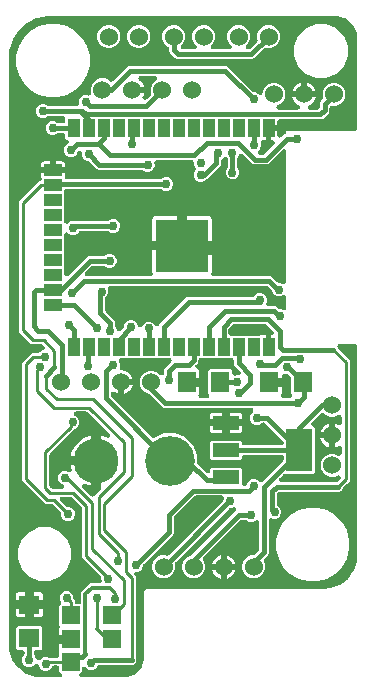
<source format=gbr>
G04 EAGLE Gerber RS-274X export*
G75*
%MOMM*%
%FSLAX34Y34*%
%LPD*%
%INTop Copper*%
%IPPOS*%
%AMOC8*
5,1,8,0,0,1.08239X$1,22.5*%
G01*
%ADD10R,1.000000X1.500000*%
%ADD11R,1.500000X1.000000*%
%ADD12R,4.500000X4.500000*%
%ADD13R,2.235200X1.219200*%
%ADD14R,2.200000X3.600000*%
%ADD15R,1.600000X1.803000*%
%ADD16R,1.803000X1.600000*%
%ADD17C,1.524000*%
%ADD18R,1.500000X1.500000*%
%ADD19C,4.216000*%
%ADD20C,3.816000*%
%ADD21C,0.756400*%
%ADD22C,0.406400*%
%ADD23C,0.304800*%
%ADD24C,0.254000*%

G36*
X210664Y352542D02*
X210664Y352542D01*
X210673Y352541D01*
X210865Y352562D01*
X211056Y352581D01*
X211064Y352583D01*
X211073Y352584D01*
X211256Y352642D01*
X211441Y352699D01*
X211449Y352703D01*
X211457Y352706D01*
X211626Y352799D01*
X211795Y352891D01*
X211802Y352896D01*
X211809Y352901D01*
X211957Y353026D01*
X212104Y353148D01*
X212110Y353155D01*
X212116Y353161D01*
X212236Y353313D01*
X212356Y353462D01*
X212360Y353470D01*
X212366Y353477D01*
X212453Y353649D01*
X212542Y353819D01*
X212544Y353828D01*
X212548Y353836D01*
X212600Y354022D01*
X212653Y354206D01*
X212654Y354215D01*
X212656Y354224D01*
X212671Y354416D01*
X212686Y354608D01*
X212685Y354616D01*
X212686Y354625D01*
X212661Y354818D01*
X212639Y355007D01*
X212637Y355016D01*
X212635Y355025D01*
X212574Y355208D01*
X212514Y355390D01*
X212510Y355398D01*
X212507Y355406D01*
X212412Y355572D01*
X212317Y355741D01*
X212311Y355748D01*
X212306Y355755D01*
X212092Y356008D01*
X210449Y357651D01*
X210449Y360648D01*
X210447Y360666D01*
X210449Y360684D01*
X210428Y360866D01*
X210409Y361049D01*
X210404Y361066D01*
X210402Y361083D01*
X210345Y361258D01*
X210291Y361434D01*
X210283Y361449D01*
X210277Y361466D01*
X210187Y361626D01*
X210099Y361788D01*
X210088Y361801D01*
X210079Y361817D01*
X209959Y361956D01*
X209842Y362097D01*
X209828Y362108D01*
X209816Y362122D01*
X209671Y362234D01*
X209528Y362349D01*
X209512Y362357D01*
X209498Y362368D01*
X209333Y362450D01*
X209171Y362535D01*
X209154Y362540D01*
X209138Y362548D01*
X208959Y362595D01*
X208784Y362646D01*
X208766Y362648D01*
X208749Y362652D01*
X208418Y362679D01*
X205901Y362679D01*
X205879Y362677D01*
X205857Y362679D01*
X205679Y362657D01*
X205501Y362639D01*
X205479Y362633D01*
X205457Y362630D01*
X205286Y362574D01*
X205116Y362521D01*
X205096Y362511D01*
X205075Y362504D01*
X204919Y362415D01*
X204762Y362329D01*
X204745Y362315D01*
X204725Y362304D01*
X204590Y362186D01*
X204453Y362072D01*
X204439Y362054D01*
X204422Y362040D01*
X204312Y361897D01*
X204200Y361758D01*
X204190Y361738D01*
X204176Y361721D01*
X204025Y361425D01*
X203699Y360638D01*
X202058Y358997D01*
X200801Y358476D01*
X200800Y358476D01*
X199914Y358109D01*
X197594Y358109D01*
X195450Y358997D01*
X193809Y360638D01*
X192798Y363078D01*
X192792Y363090D01*
X192788Y363102D01*
X192697Y363268D01*
X192608Y363433D01*
X192600Y363443D01*
X192593Y363455D01*
X192471Y363599D01*
X192352Y363743D01*
X192341Y363752D01*
X192333Y363762D01*
X192185Y363878D01*
X192039Y363997D01*
X192027Y364003D01*
X192017Y364011D01*
X191850Y364096D01*
X191683Y364184D01*
X191670Y364188D01*
X191658Y364194D01*
X191477Y364244D01*
X191296Y364297D01*
X191283Y364298D01*
X191270Y364302D01*
X191081Y364315D01*
X190895Y364332D01*
X190882Y364330D01*
X190868Y364331D01*
X190680Y364307D01*
X190495Y364286D01*
X190482Y364282D01*
X190469Y364281D01*
X190290Y364221D01*
X190112Y364163D01*
X190100Y364157D01*
X190087Y364152D01*
X189925Y364059D01*
X189760Y363967D01*
X189750Y363958D01*
X189739Y363951D01*
X189486Y363737D01*
X188304Y362555D01*
X188265Y362539D01*
X186160Y361667D01*
X183840Y361667D01*
X181696Y362555D01*
X180055Y364196D01*
X179167Y366340D01*
X179167Y368660D01*
X180055Y370804D01*
X180322Y371071D01*
X180339Y371092D01*
X180360Y371109D01*
X180467Y371247D01*
X180577Y371383D01*
X180590Y371406D01*
X180606Y371427D01*
X180684Y371584D01*
X180766Y371738D01*
X180774Y371764D01*
X180786Y371788D01*
X180831Y371957D01*
X180881Y372124D01*
X180883Y372151D01*
X180890Y372177D01*
X180917Y372507D01*
X180917Y373698D01*
X180915Y373716D01*
X180917Y373734D01*
X180896Y373916D01*
X180877Y374099D01*
X180872Y374116D01*
X180870Y374133D01*
X180813Y374308D01*
X180759Y374484D01*
X180751Y374499D01*
X180745Y374516D01*
X180655Y374676D01*
X180567Y374838D01*
X180556Y374851D01*
X180547Y374867D01*
X180427Y375006D01*
X180310Y375147D01*
X180296Y375158D01*
X180284Y375172D01*
X180139Y375284D01*
X179996Y375399D01*
X179980Y375407D01*
X179966Y375418D01*
X179801Y375500D01*
X179639Y375585D01*
X179622Y375590D01*
X179606Y375598D01*
X179427Y375645D01*
X179252Y375696D01*
X179234Y375698D01*
X179217Y375702D01*
X178886Y375729D01*
X175136Y375729D01*
X173934Y376931D01*
X173934Y394629D01*
X175136Y395831D01*
X194864Y395831D01*
X196066Y394629D01*
X196066Y376931D01*
X194864Y375729D01*
X191114Y375729D01*
X191096Y375727D01*
X191078Y375729D01*
X190896Y375708D01*
X190713Y375689D01*
X190696Y375684D01*
X190679Y375682D01*
X190504Y375625D01*
X190328Y375571D01*
X190313Y375563D01*
X190296Y375557D01*
X190135Y375467D01*
X189974Y375379D01*
X189961Y375368D01*
X189945Y375359D01*
X189806Y375239D01*
X189665Y375122D01*
X189654Y375108D01*
X189640Y375096D01*
X189528Y374951D01*
X189413Y374808D01*
X189405Y374792D01*
X189394Y374778D01*
X189312Y374613D01*
X189227Y374451D01*
X189222Y374434D01*
X189214Y374418D01*
X189166Y374239D01*
X189116Y374064D01*
X189114Y374046D01*
X189110Y374029D01*
X189083Y373698D01*
X189083Y372507D01*
X189085Y372481D01*
X189083Y372454D01*
X189105Y372280D01*
X189123Y372107D01*
X189130Y372081D01*
X189134Y372055D01*
X189189Y371889D01*
X189241Y371722D01*
X189254Y371698D01*
X189262Y371673D01*
X189349Y371521D01*
X189433Y371368D01*
X189450Y371347D01*
X189463Y371324D01*
X189678Y371071D01*
X189945Y370804D01*
X190955Y368364D01*
X190962Y368352D01*
X190966Y368340D01*
X191057Y368174D01*
X191146Y368009D01*
X191154Y367999D01*
X191161Y367987D01*
X191283Y367843D01*
X191402Y367699D01*
X191412Y367690D01*
X191421Y367680D01*
X191569Y367564D01*
X191715Y367445D01*
X191726Y367439D01*
X191737Y367431D01*
X191904Y367346D01*
X192071Y367258D01*
X192084Y367254D01*
X192096Y367248D01*
X192276Y367198D01*
X192458Y367145D01*
X192471Y367144D01*
X192484Y367140D01*
X192672Y367127D01*
X192859Y367110D01*
X192872Y367112D01*
X192885Y367111D01*
X193074Y367135D01*
X193259Y367156D01*
X193271Y367160D01*
X193285Y367161D01*
X193464Y367221D01*
X193642Y367279D01*
X193654Y367285D01*
X193666Y367290D01*
X193829Y367383D01*
X193994Y367475D01*
X194004Y367484D01*
X194015Y367491D01*
X194268Y367705D01*
X195450Y368887D01*
X195599Y368949D01*
X195600Y368949D01*
X197594Y369775D01*
X199914Y369775D01*
X200637Y369475D01*
X200667Y369466D01*
X200695Y369452D01*
X200859Y369408D01*
X201022Y369359D01*
X201053Y369356D01*
X201083Y369348D01*
X201414Y369321D01*
X208418Y369321D01*
X208436Y369323D01*
X208454Y369321D01*
X208636Y369342D01*
X208819Y369361D01*
X208836Y369366D01*
X208853Y369368D01*
X209028Y369425D01*
X209204Y369479D01*
X209219Y369487D01*
X209236Y369493D01*
X209396Y369583D01*
X209558Y369671D01*
X209571Y369682D01*
X209587Y369691D01*
X209726Y369811D01*
X209867Y369928D01*
X209878Y369942D01*
X209892Y369954D01*
X210004Y370099D01*
X210119Y370242D01*
X210127Y370258D01*
X210138Y370272D01*
X210220Y370437D01*
X210305Y370599D01*
X210310Y370616D01*
X210318Y370632D01*
X210365Y370811D01*
X210416Y370986D01*
X210418Y371004D01*
X210422Y371021D01*
X210449Y371352D01*
X210449Y374717D01*
X210479Y374803D01*
X210486Y374849D01*
X210499Y374894D01*
X210513Y375048D01*
X210534Y375202D01*
X210531Y375248D01*
X210535Y375295D01*
X210519Y375449D01*
X210509Y375604D01*
X210497Y375649D01*
X210492Y375695D01*
X210445Y375843D01*
X210405Y375993D01*
X210383Y376040D01*
X210370Y376079D01*
X210329Y376155D01*
X210263Y376293D01*
X210132Y376519D01*
X209959Y377165D01*
X209959Y381251D01*
X218282Y381251D01*
X218300Y381252D01*
X218317Y381251D01*
X218500Y381272D01*
X218682Y381291D01*
X218699Y381296D01*
X218717Y381298D01*
X218892Y381355D01*
X219067Y381409D01*
X219083Y381417D01*
X219100Y381423D01*
X219260Y381513D01*
X219421Y381600D01*
X219435Y381612D01*
X219451Y381621D01*
X219590Y381741D01*
X219731Y381858D01*
X219742Y381872D01*
X219755Y381884D01*
X219868Y382029D01*
X219983Y382172D01*
X219991Y382188D01*
X220002Y382202D01*
X220084Y382367D01*
X220168Y382529D01*
X220173Y382546D01*
X220181Y382562D01*
X220229Y382741D01*
X220280Y382916D01*
X220281Y382934D01*
X220286Y382951D01*
X220313Y383282D01*
X220313Y386718D01*
X220311Y386736D01*
X220313Y386754D01*
X220291Y386936D01*
X220273Y387119D01*
X220268Y387136D01*
X220266Y387153D01*
X220209Y387328D01*
X220155Y387504D01*
X220147Y387519D01*
X220141Y387536D01*
X220051Y387696D01*
X219963Y387858D01*
X219952Y387871D01*
X219943Y387887D01*
X219823Y388026D01*
X219705Y388167D01*
X219692Y388178D01*
X219680Y388192D01*
X219535Y388304D01*
X219392Y388419D01*
X219376Y388427D01*
X219362Y388438D01*
X219197Y388520D01*
X219034Y388605D01*
X219017Y388610D01*
X219001Y388618D01*
X218823Y388665D01*
X218648Y388716D01*
X218630Y388718D01*
X218613Y388722D01*
X218282Y388749D01*
X209959Y388749D01*
X209959Y392835D01*
X210132Y393481D01*
X210532Y394172D01*
X210572Y394221D01*
X210580Y394237D01*
X210592Y394252D01*
X210675Y394415D01*
X210760Y394577D01*
X210766Y394594D01*
X210774Y394610D01*
X210823Y394787D01*
X210875Y394962D01*
X210877Y394981D01*
X210882Y394998D01*
X210895Y395181D01*
X210912Y395363D01*
X210910Y395382D01*
X210911Y395400D01*
X210888Y395582D01*
X210869Y395764D01*
X210863Y395781D01*
X210861Y395799D01*
X210803Y395972D01*
X210747Y396148D01*
X210738Y396164D01*
X210733Y396181D01*
X210642Y396339D01*
X210553Y396500D01*
X210541Y396514D01*
X210532Y396530D01*
X210449Y396627D01*
X210449Y413349D01*
X211297Y414198D01*
X211309Y414212D01*
X211323Y414224D01*
X211437Y414368D01*
X211552Y414509D01*
X211561Y414525D01*
X211572Y414540D01*
X211655Y414703D01*
X211741Y414865D01*
X211746Y414882D01*
X211755Y414899D01*
X211804Y415075D01*
X211856Y415251D01*
X211857Y415269D01*
X211862Y415286D01*
X211876Y415469D01*
X211892Y415652D01*
X211890Y415670D01*
X211892Y415688D01*
X211869Y415869D01*
X211849Y416052D01*
X211843Y416069D01*
X211841Y416087D01*
X211783Y416260D01*
X211727Y416436D01*
X211718Y416452D01*
X211713Y416469D01*
X211641Y416593D01*
X210659Y418964D01*
X210659Y421285D01*
X211547Y423428D01*
X213188Y425069D01*
X215332Y425957D01*
X217652Y425957D01*
X219796Y425069D01*
X221437Y423428D01*
X222325Y421285D01*
X222325Y419829D01*
X222327Y419803D01*
X222325Y419776D01*
X222347Y419602D01*
X222364Y419429D01*
X222372Y419403D01*
X222376Y419377D01*
X222431Y419211D01*
X222483Y419044D01*
X222495Y419020D01*
X222504Y418995D01*
X222591Y418843D01*
X222674Y418690D01*
X222691Y418669D01*
X222705Y418646D01*
X222919Y418393D01*
X223321Y417992D01*
X223321Y416582D01*
X223323Y416564D01*
X223321Y416546D01*
X223342Y416364D01*
X223361Y416181D01*
X223366Y416164D01*
X223368Y416147D01*
X223425Y415972D01*
X223479Y415796D01*
X223487Y415781D01*
X223493Y415764D01*
X223583Y415604D01*
X223671Y415442D01*
X223682Y415429D01*
X223691Y415413D01*
X223811Y415274D01*
X223928Y415133D01*
X223942Y415122D01*
X223954Y415108D01*
X224099Y414996D01*
X224242Y414881D01*
X224258Y414873D01*
X224272Y414862D01*
X224437Y414780D01*
X224599Y414695D01*
X224616Y414690D01*
X224632Y414682D01*
X224811Y414635D01*
X224986Y414584D01*
X225004Y414582D01*
X225021Y414578D01*
X225352Y414551D01*
X226894Y414551D01*
X226912Y414553D01*
X226930Y414551D01*
X227112Y414572D01*
X227295Y414591D01*
X227312Y414596D01*
X227329Y414598D01*
X227504Y414655D01*
X227680Y414709D01*
X227695Y414717D01*
X227712Y414723D01*
X227872Y414813D01*
X228034Y414901D01*
X228047Y414912D01*
X228063Y414921D01*
X228202Y415041D01*
X228343Y415158D01*
X228354Y415172D01*
X228368Y415184D01*
X228480Y415329D01*
X228595Y415472D01*
X228603Y415488D01*
X228614Y415502D01*
X228696Y415667D01*
X228781Y415829D01*
X228786Y415846D01*
X228794Y415862D01*
X228841Y416041D01*
X228892Y416216D01*
X228894Y416234D01*
X228898Y416251D01*
X228925Y416582D01*
X228925Y424929D01*
X236203Y432207D01*
X244247Y432207D01*
X244260Y432208D01*
X244273Y432207D01*
X244460Y432228D01*
X244647Y432247D01*
X244660Y432251D01*
X244673Y432252D01*
X244853Y432310D01*
X245032Y432365D01*
X245044Y432372D01*
X245057Y432376D01*
X245221Y432467D01*
X245386Y432557D01*
X245396Y432566D01*
X245408Y432572D01*
X245550Y432694D01*
X245695Y432815D01*
X245704Y432825D01*
X245714Y432834D01*
X245830Y432982D01*
X245948Y433128D01*
X245954Y433140D01*
X245962Y433151D01*
X246047Y433319D01*
X246133Y433486D01*
X246137Y433499D01*
X246143Y433511D01*
X246192Y433691D01*
X246245Y433873D01*
X246246Y433886D01*
X246249Y433899D01*
X246262Y434085D01*
X246277Y434274D01*
X246276Y434287D01*
X246277Y434301D01*
X246252Y434487D01*
X246231Y434674D01*
X246226Y434687D01*
X246225Y434700D01*
X246123Y435016D01*
X246086Y435105D01*
X246086Y436641D01*
X246084Y436667D01*
X246086Y436694D01*
X246064Y436868D01*
X246046Y437042D01*
X246039Y437067D01*
X246035Y437094D01*
X245980Y437259D01*
X245928Y437426D01*
X245915Y437450D01*
X245907Y437475D01*
X245820Y437627D01*
X245737Y437780D01*
X245719Y437801D01*
X245706Y437824D01*
X245491Y438077D01*
X229885Y453684D01*
X229885Y495518D01*
X229882Y495545D01*
X229884Y495572D01*
X229862Y495746D01*
X229845Y495919D01*
X229837Y495944D01*
X229834Y495971D01*
X229778Y496137D01*
X229727Y496304D01*
X229714Y496327D01*
X229706Y496353D01*
X229618Y496504D01*
X229535Y496658D01*
X229518Y496678D01*
X229505Y496702D01*
X229290Y496955D01*
X221160Y505084D01*
X221140Y505101D01*
X221122Y505122D01*
X220984Y505229D01*
X220849Y505339D01*
X220825Y505352D01*
X220804Y505368D01*
X220647Y505446D01*
X220493Y505528D01*
X220468Y505536D01*
X220443Y505548D01*
X220274Y505593D01*
X220107Y505643D01*
X220081Y505645D01*
X220055Y505652D01*
X219724Y505679D01*
X212668Y505679D01*
X212659Y505678D01*
X212650Y505679D01*
X212458Y505658D01*
X212267Y505639D01*
X212258Y505637D01*
X212250Y505636D01*
X212067Y505578D01*
X211882Y505521D01*
X211874Y505517D01*
X211866Y505514D01*
X211697Y505421D01*
X211528Y505329D01*
X211521Y505324D01*
X211513Y505319D01*
X211366Y505195D01*
X211219Y505072D01*
X211213Y505065D01*
X211206Y505059D01*
X211087Y504908D01*
X210966Y504758D01*
X210962Y504750D01*
X210957Y504743D01*
X210869Y504570D01*
X210781Y504401D01*
X210778Y504392D01*
X210774Y504384D01*
X210722Y504198D01*
X210670Y504014D01*
X210669Y504005D01*
X210666Y503996D01*
X210652Y503803D01*
X210637Y503612D01*
X210638Y503604D01*
X210637Y503595D01*
X210661Y503402D01*
X210684Y503213D01*
X210686Y503204D01*
X210687Y503195D01*
X210749Y503012D01*
X210808Y502830D01*
X210813Y502822D01*
X210816Y502814D01*
X210912Y502647D01*
X211006Y502479D01*
X211012Y502472D01*
X211017Y502465D01*
X211231Y502212D01*
X215963Y497480D01*
X215984Y497463D01*
X216001Y497443D01*
X216139Y497336D01*
X216275Y497225D01*
X216298Y497212D01*
X216319Y497196D01*
X216475Y497118D01*
X216630Y497036D01*
X216656Y497029D01*
X216680Y497017D01*
X216849Y496971D01*
X217016Y496921D01*
X217043Y496919D01*
X217069Y496912D01*
X217399Y496885D01*
X218855Y496885D01*
X220999Y495997D01*
X222639Y494356D01*
X223527Y492212D01*
X223527Y489892D01*
X222639Y487748D01*
X220999Y486107D01*
X218855Y485219D01*
X216534Y485219D01*
X214391Y486107D01*
X212750Y487748D01*
X211862Y489892D01*
X211862Y491347D01*
X211859Y491374D01*
X211861Y491401D01*
X211839Y491575D01*
X211822Y491748D01*
X211814Y491773D01*
X211811Y491800D01*
X211755Y491966D01*
X211704Y492133D01*
X211691Y492156D01*
X211683Y492182D01*
X211595Y492333D01*
X211512Y492487D01*
X211495Y492507D01*
X211482Y492531D01*
X211267Y492784D01*
X204976Y499075D01*
X204955Y499092D01*
X204938Y499112D01*
X204800Y499219D01*
X204664Y499330D01*
X204641Y499342D01*
X204620Y499359D01*
X204463Y499437D01*
X204309Y499518D01*
X204283Y499526D01*
X204259Y499538D01*
X204090Y499584D01*
X203923Y499633D01*
X203896Y499636D01*
X203870Y499643D01*
X203540Y499670D01*
X198562Y499670D01*
X178860Y519372D01*
X178860Y619194D01*
X186986Y627321D01*
X192217Y627321D01*
X192243Y627323D01*
X192270Y627321D01*
X192444Y627343D01*
X192617Y627361D01*
X192643Y627368D01*
X192670Y627372D01*
X192835Y627428D01*
X193002Y627479D01*
X193026Y627492D01*
X193051Y627500D01*
X193203Y627587D01*
X193356Y627671D01*
X193377Y627688D01*
X193400Y627701D01*
X193653Y627916D01*
X194682Y628945D01*
X196725Y629791D01*
X196737Y629797D01*
X196749Y629801D01*
X196914Y629892D01*
X197080Y629981D01*
X197090Y629990D01*
X197102Y629996D01*
X197244Y630117D01*
X197390Y630237D01*
X197399Y630248D01*
X197409Y630256D01*
X197525Y630404D01*
X197644Y630550D01*
X197650Y630562D01*
X197658Y630572D01*
X197744Y630740D01*
X197831Y630907D01*
X197835Y630919D01*
X197841Y630931D01*
X197891Y631113D01*
X197944Y631293D01*
X197945Y631306D01*
X197949Y631319D01*
X197963Y631508D01*
X197979Y631694D01*
X197977Y631707D01*
X197978Y631721D01*
X197954Y631908D01*
X197933Y632094D01*
X197929Y632107D01*
X197928Y632120D01*
X197868Y632298D01*
X197810Y632477D01*
X197804Y632489D01*
X197799Y632502D01*
X197705Y632665D01*
X197614Y632829D01*
X197605Y632839D01*
X197599Y632851D01*
X197384Y633104D01*
X196403Y634084D01*
X196383Y634101D01*
X196365Y634122D01*
X196227Y634229D01*
X196092Y634339D01*
X196068Y634352D01*
X196047Y634368D01*
X195890Y634446D01*
X195736Y634528D01*
X195711Y634536D01*
X195686Y634548D01*
X195517Y634593D01*
X195350Y634643D01*
X195324Y634645D01*
X195298Y634652D01*
X194967Y634679D01*
X186625Y634679D01*
X176091Y645213D01*
X176091Y755501D01*
X193211Y772621D01*
X193418Y772621D01*
X193436Y772623D01*
X193454Y772621D01*
X193636Y772642D01*
X193819Y772661D01*
X193836Y772666D01*
X193853Y772668D01*
X194028Y772725D01*
X194204Y772779D01*
X194219Y772787D01*
X194236Y772793D01*
X194396Y772883D01*
X194558Y772971D01*
X194571Y772982D01*
X194587Y772991D01*
X194726Y773111D01*
X194867Y773228D01*
X194878Y773242D01*
X194892Y773254D01*
X195004Y773399D01*
X195119Y773542D01*
X195127Y773558D01*
X195138Y773572D01*
X195220Y773737D01*
X195305Y773899D01*
X195310Y773916D01*
X195318Y773932D01*
X195365Y774111D01*
X195416Y774286D01*
X195418Y774304D01*
X195422Y774321D01*
X195449Y774652D01*
X195449Y774926D01*
X195433Y775089D01*
X195423Y775253D01*
X195413Y775289D01*
X195409Y775327D01*
X195361Y775483D01*
X195319Y775642D01*
X195301Y775680D01*
X195291Y775712D01*
X195250Y775788D01*
X195177Y775942D01*
X195132Y776019D01*
X194959Y776665D01*
X194959Y779501D01*
X204532Y779501D01*
X204550Y779502D01*
X204567Y779501D01*
X204750Y779522D01*
X204932Y779541D01*
X204949Y779546D01*
X204967Y779548D01*
X205008Y779561D01*
X205102Y779534D01*
X205120Y779532D01*
X205137Y779528D01*
X205468Y779501D01*
X215041Y779501D01*
X215041Y776414D01*
X215043Y776396D01*
X215041Y776378D01*
X215062Y776196D01*
X215081Y776013D01*
X215086Y775996D01*
X215088Y775979D01*
X215145Y775804D01*
X215199Y775628D01*
X215207Y775613D01*
X215213Y775596D01*
X215303Y775436D01*
X215391Y775274D01*
X215402Y775261D01*
X215411Y775245D01*
X215531Y775106D01*
X215648Y774965D01*
X215662Y774954D01*
X215674Y774940D01*
X215819Y774828D01*
X215962Y774713D01*
X215978Y774705D01*
X215992Y774694D01*
X216157Y774612D01*
X216319Y774527D01*
X216336Y774522D01*
X216352Y774514D01*
X216531Y774467D01*
X216706Y774416D01*
X216724Y774414D01*
X216741Y774410D01*
X217072Y774383D01*
X295993Y774383D01*
X296019Y774385D01*
X296046Y774383D01*
X296220Y774405D01*
X296393Y774423D01*
X296419Y774430D01*
X296445Y774434D01*
X296611Y774489D01*
X296778Y774541D01*
X296802Y774554D01*
X296827Y774562D01*
X296979Y774649D01*
X297132Y774733D01*
X297153Y774750D01*
X297176Y774763D01*
X297429Y774978D01*
X297696Y775245D01*
X299840Y776133D01*
X302160Y776133D01*
X304304Y775245D01*
X305945Y773604D01*
X306833Y771460D01*
X306833Y769140D01*
X305945Y766996D01*
X304304Y765355D01*
X302160Y764467D01*
X299840Y764467D01*
X297696Y765355D01*
X297429Y765622D01*
X297408Y765639D01*
X297391Y765660D01*
X297253Y765767D01*
X297117Y765877D01*
X297094Y765890D01*
X297073Y765906D01*
X296916Y765984D01*
X296762Y766066D01*
X296736Y766074D01*
X296712Y766086D01*
X296543Y766131D01*
X296376Y766181D01*
X296349Y766183D01*
X296323Y766190D01*
X295993Y766217D01*
X216582Y766217D01*
X216564Y766215D01*
X216546Y766217D01*
X216364Y766196D01*
X216181Y766177D01*
X216164Y766172D01*
X216147Y766170D01*
X215972Y766113D01*
X215796Y766059D01*
X215781Y766051D01*
X215764Y766045D01*
X215604Y765955D01*
X215442Y765867D01*
X215429Y765856D01*
X215413Y765847D01*
X215274Y765727D01*
X215133Y765610D01*
X215122Y765596D01*
X215108Y765584D01*
X214996Y765439D01*
X214881Y765296D01*
X214873Y765280D01*
X214862Y765266D01*
X214779Y765101D01*
X214695Y764939D01*
X214690Y764922D01*
X214682Y764906D01*
X214634Y764726D01*
X214584Y764552D01*
X214582Y764534D01*
X214578Y764517D01*
X214551Y764186D01*
X214551Y738703D01*
X214552Y738695D01*
X214551Y738686D01*
X214572Y738494D01*
X214591Y738303D01*
X214593Y738294D01*
X214594Y738285D01*
X214652Y738103D01*
X214709Y737918D01*
X214713Y737910D01*
X214716Y737901D01*
X214809Y737733D01*
X214901Y737564D01*
X214906Y737557D01*
X214911Y737549D01*
X215036Y737401D01*
X215158Y737255D01*
X215165Y737249D01*
X215171Y737242D01*
X215323Y737122D01*
X215472Y737002D01*
X215480Y736998D01*
X215487Y736992D01*
X215660Y736905D01*
X215829Y736817D01*
X215838Y736814D01*
X215846Y736810D01*
X216031Y736758D01*
X216216Y736705D01*
X216225Y736705D01*
X216234Y736702D01*
X216426Y736688D01*
X216618Y736672D01*
X216626Y736673D01*
X216635Y736673D01*
X216826Y736697D01*
X217017Y736719D01*
X217026Y736722D01*
X217035Y736723D01*
X217216Y736784D01*
X217400Y736844D01*
X217408Y736849D01*
X217416Y736851D01*
X217584Y736948D01*
X217751Y737042D01*
X217758Y737048D01*
X217765Y737052D01*
X218018Y737267D01*
X218696Y737945D01*
X220365Y738636D01*
X220366Y738636D01*
X220840Y738833D01*
X222180Y738833D01*
X222211Y738836D01*
X222243Y738834D01*
X222411Y738856D01*
X222581Y738873D01*
X222611Y738882D01*
X222642Y738886D01*
X222958Y738987D01*
X223188Y739083D01*
X250993Y739083D01*
X251019Y739085D01*
X251046Y739083D01*
X251220Y739105D01*
X251393Y739123D01*
X251419Y739130D01*
X251445Y739134D01*
X251611Y739189D01*
X251778Y739241D01*
X251802Y739254D01*
X251827Y739262D01*
X251979Y739349D01*
X252132Y739433D01*
X252153Y739450D01*
X252176Y739463D01*
X252429Y739678D01*
X252696Y739945D01*
X254840Y740833D01*
X257160Y740833D01*
X259304Y739945D01*
X260945Y738304D01*
X261833Y736160D01*
X261833Y733840D01*
X260945Y731696D01*
X259304Y730055D01*
X257160Y729167D01*
X254840Y729167D01*
X252696Y730055D01*
X252429Y730322D01*
X252408Y730339D01*
X252391Y730360D01*
X252253Y730467D01*
X252117Y730577D01*
X252094Y730590D01*
X252073Y730606D01*
X251916Y730684D01*
X251762Y730766D01*
X251736Y730774D01*
X251712Y730786D01*
X251543Y730831D01*
X251376Y730881D01*
X251349Y730883D01*
X251323Y730890D01*
X250993Y730917D01*
X228808Y730917D01*
X228786Y730915D01*
X228763Y730917D01*
X228586Y730895D01*
X228407Y730877D01*
X228386Y730871D01*
X228364Y730868D01*
X228193Y730812D01*
X228022Y730759D01*
X228003Y730749D01*
X227982Y730742D01*
X227826Y730653D01*
X227668Y730567D01*
X227651Y730553D01*
X227632Y730542D01*
X227496Y730424D01*
X227359Y730310D01*
X227345Y730292D01*
X227328Y730278D01*
X227219Y730135D01*
X227107Y729996D01*
X227096Y729976D01*
X227083Y729959D01*
X226951Y729703D01*
X225304Y728055D01*
X223160Y727167D01*
X220840Y727167D01*
X218696Y728055D01*
X218018Y728733D01*
X218011Y728739D01*
X218006Y728745D01*
X217857Y728865D01*
X217707Y728988D01*
X217699Y728992D01*
X217692Y728998D01*
X217522Y729086D01*
X217351Y729177D01*
X217342Y729179D01*
X217335Y729183D01*
X217150Y729236D01*
X216965Y729291D01*
X216956Y729292D01*
X216948Y729295D01*
X216757Y729310D01*
X216564Y729328D01*
X216555Y729327D01*
X216546Y729328D01*
X216357Y729305D01*
X216164Y729284D01*
X216155Y729282D01*
X216147Y729281D01*
X215964Y729221D01*
X215780Y729163D01*
X215772Y729159D01*
X215764Y729156D01*
X215596Y729061D01*
X215428Y728968D01*
X215421Y728962D01*
X215413Y728958D01*
X215267Y728832D01*
X215121Y728708D01*
X215115Y728701D01*
X215108Y728695D01*
X214990Y728542D01*
X214871Y728392D01*
X214867Y728384D01*
X214862Y728377D01*
X214775Y728203D01*
X214689Y728033D01*
X214686Y728024D01*
X214682Y728016D01*
X214633Y727831D01*
X214581Y727645D01*
X214580Y727636D01*
X214578Y727627D01*
X214551Y727297D01*
X214551Y694228D01*
X214552Y694220D01*
X214551Y694211D01*
X214572Y694017D01*
X214591Y693828D01*
X214593Y693819D01*
X214594Y693810D01*
X214652Y693627D01*
X214709Y693443D01*
X214713Y693435D01*
X214716Y693427D01*
X214808Y693259D01*
X214901Y693089D01*
X214906Y693082D01*
X214911Y693074D01*
X215035Y692927D01*
X215158Y692780D01*
X215165Y692774D01*
X215171Y692767D01*
X215323Y692647D01*
X215472Y692527D01*
X215480Y692523D01*
X215487Y692518D01*
X215660Y692430D01*
X215829Y692342D01*
X215838Y692339D01*
X215846Y692335D01*
X216032Y692283D01*
X216216Y692230D01*
X216225Y692230D01*
X216234Y692227D01*
X216427Y692213D01*
X216618Y692198D01*
X216626Y692199D01*
X216635Y692198D01*
X216828Y692222D01*
X217017Y692244D01*
X217026Y692247D01*
X217035Y692248D01*
X217218Y692310D01*
X217400Y692369D01*
X217408Y692374D01*
X217416Y692377D01*
X217583Y692473D01*
X217751Y692567D01*
X217758Y692573D01*
X217765Y692577D01*
X218018Y692792D01*
X233974Y708748D01*
X235474Y709369D01*
X247975Y709369D01*
X248001Y709372D01*
X248028Y709370D01*
X248202Y709392D01*
X248375Y709409D01*
X248401Y709417D01*
X248427Y709420D01*
X248593Y709476D01*
X248760Y709527D01*
X248784Y709540D01*
X248809Y709549D01*
X248961Y709636D01*
X249114Y709719D01*
X249135Y709736D01*
X249158Y709750D01*
X249411Y709964D01*
X249678Y710231D01*
X251822Y711119D01*
X254142Y711119D01*
X256286Y710231D01*
X257927Y708591D01*
X258815Y706447D01*
X258815Y704126D01*
X257927Y701983D01*
X256286Y700342D01*
X254800Y699726D01*
X254142Y699454D01*
X251822Y699454D01*
X249678Y700342D01*
X249411Y700609D01*
X249390Y700626D01*
X249373Y700646D01*
X249235Y700753D01*
X249099Y700864D01*
X249076Y700877D01*
X249055Y700893D01*
X248898Y700971D01*
X248744Y701053D01*
X248718Y701060D01*
X248694Y701072D01*
X248525Y701118D01*
X248358Y701167D01*
X248331Y701170D01*
X248305Y701177D01*
X247975Y701204D01*
X238819Y701204D01*
X238793Y701201D01*
X238766Y701203D01*
X238592Y701181D01*
X238418Y701164D01*
X238393Y701156D01*
X238366Y701153D01*
X238201Y701097D01*
X238034Y701046D01*
X238010Y701033D01*
X237985Y701025D01*
X237833Y700937D01*
X237680Y700854D01*
X237659Y700837D01*
X237636Y700824D01*
X237383Y700609D01*
X232508Y695734D01*
X232502Y695727D01*
X232495Y695721D01*
X232375Y695572D01*
X232253Y695423D01*
X232249Y695415D01*
X232243Y695408D01*
X232155Y695237D01*
X232064Y695067D01*
X232062Y695058D01*
X232058Y695050D01*
X232004Y694866D01*
X231949Y694681D01*
X231949Y694672D01*
X231946Y694664D01*
X231931Y694472D01*
X231913Y694280D01*
X231914Y694271D01*
X231913Y694262D01*
X231936Y694073D01*
X231956Y693880D01*
X231959Y693871D01*
X231960Y693862D01*
X232020Y693678D01*
X232078Y693496D01*
X232082Y693488D01*
X232085Y693480D01*
X232180Y693311D01*
X232273Y693144D01*
X232279Y693137D01*
X232283Y693129D01*
X232409Y692983D01*
X232533Y692837D01*
X232540Y692831D01*
X232546Y692824D01*
X232698Y692707D01*
X232849Y692587D01*
X232857Y692583D01*
X232864Y692577D01*
X233036Y692492D01*
X233208Y692405D01*
X233217Y692402D01*
X233225Y692398D01*
X233411Y692348D01*
X233596Y692297D01*
X233605Y692296D01*
X233614Y692294D01*
X233944Y692267D01*
X287342Y692267D01*
X287424Y692275D01*
X287506Y692273D01*
X287624Y692295D01*
X287743Y692306D01*
X287822Y692331D01*
X287902Y692345D01*
X288014Y692389D01*
X288128Y692425D01*
X288200Y692464D01*
X288277Y692494D01*
X288377Y692559D01*
X288482Y692616D01*
X288545Y692669D01*
X288614Y692714D01*
X288699Y692798D01*
X288791Y692874D01*
X288843Y692938D01*
X288901Y692996D01*
X288969Y693095D01*
X289044Y693188D01*
X289081Y693261D01*
X289128Y693329D01*
X289174Y693439D01*
X289229Y693545D01*
X289252Y693624D01*
X289284Y693700D01*
X289307Y693817D01*
X289341Y693932D01*
X289347Y694014D01*
X289364Y694094D01*
X289364Y694214D01*
X289373Y694333D01*
X289364Y694415D01*
X289364Y694497D01*
X289337Y694647D01*
X289326Y694733D01*
X289314Y694772D01*
X289304Y694824D01*
X289159Y695365D01*
X289159Y714137D01*
X312168Y714137D01*
X312186Y714139D01*
X312203Y714137D01*
X312386Y714159D01*
X312569Y714177D01*
X312586Y714182D01*
X312603Y714184D01*
X312778Y714241D01*
X312953Y714295D01*
X312969Y714303D01*
X312986Y714309D01*
X313146Y714399D01*
X313307Y714487D01*
X313321Y714498D01*
X313337Y714507D01*
X313476Y714627D01*
X313617Y714744D01*
X313628Y714758D01*
X313641Y714770D01*
X313754Y714915D01*
X313869Y715058D01*
X313877Y715074D01*
X313888Y715088D01*
X313970Y715253D01*
X314055Y715415D01*
X314059Y715432D01*
X314067Y715449D01*
X314115Y715627D01*
X314166Y715802D01*
X314167Y715820D01*
X314172Y715837D01*
X314199Y716168D01*
X314199Y718201D01*
X314201Y718201D01*
X314201Y716168D01*
X314203Y716150D01*
X314201Y716133D01*
X314223Y715950D01*
X314241Y715767D01*
X314246Y715750D01*
X314248Y715733D01*
X314305Y715558D01*
X314359Y715383D01*
X314367Y715367D01*
X314373Y715350D01*
X314463Y715190D01*
X314551Y715028D01*
X314562Y715015D01*
X314571Y714999D01*
X314691Y714860D01*
X314808Y714719D01*
X314822Y714708D01*
X314834Y714695D01*
X314979Y714582D01*
X315122Y714467D01*
X315138Y714459D01*
X315152Y714448D01*
X315317Y714366D01*
X315479Y714281D01*
X315497Y714276D01*
X315513Y714268D01*
X315691Y714221D01*
X315866Y714170D01*
X315884Y714169D01*
X315901Y714164D01*
X316232Y714137D01*
X339241Y714137D01*
X339241Y695365D01*
X339096Y694824D01*
X339082Y694743D01*
X339059Y694664D01*
X339050Y694544D01*
X339030Y694426D01*
X339033Y694344D01*
X339027Y694262D01*
X339041Y694143D01*
X339045Y694024D01*
X339064Y693944D01*
X339074Y693862D01*
X339111Y693749D01*
X339138Y693632D01*
X339173Y693558D01*
X339198Y693480D01*
X339257Y693375D01*
X339307Y693267D01*
X339356Y693201D01*
X339396Y693129D01*
X339475Y693038D01*
X339545Y692942D01*
X339606Y692886D01*
X339659Y692824D01*
X339754Y692751D01*
X339842Y692670D01*
X339913Y692628D01*
X339978Y692577D01*
X340085Y692524D01*
X340187Y692462D01*
X340264Y692435D01*
X340338Y692398D01*
X340454Y692367D01*
X340566Y692327D01*
X340647Y692315D01*
X340727Y692294D01*
X340879Y692281D01*
X340965Y692269D01*
X341005Y692271D01*
X341058Y692267D01*
X388812Y692267D01*
X390313Y691645D01*
X394530Y687428D01*
X394551Y687411D01*
X394568Y687390D01*
X394706Y687283D01*
X394842Y687173D01*
X394865Y687160D01*
X394886Y687144D01*
X395043Y687066D01*
X395197Y686984D01*
X395223Y686976D01*
X395247Y686964D01*
X395416Y686919D01*
X395583Y686869D01*
X395610Y686867D01*
X395636Y686860D01*
X395966Y686833D01*
X397528Y686833D01*
X399691Y685937D01*
X399704Y685933D01*
X399715Y685927D01*
X399895Y685875D01*
X400076Y685820D01*
X400089Y685819D01*
X400102Y685815D01*
X400290Y685800D01*
X400477Y685782D01*
X400490Y685784D01*
X400504Y685783D01*
X400690Y685804D01*
X400877Y685824D01*
X400890Y685828D01*
X400903Y685829D01*
X401082Y685888D01*
X401262Y685944D01*
X401273Y685950D01*
X401286Y685954D01*
X401450Y686047D01*
X401615Y686137D01*
X401625Y686146D01*
X401637Y686152D01*
X401779Y686275D01*
X401923Y686396D01*
X401931Y686407D01*
X401942Y686415D01*
X402056Y686563D01*
X402174Y686711D01*
X402180Y686723D01*
X402188Y686733D01*
X402272Y686902D01*
X402358Y687069D01*
X402362Y687082D01*
X402368Y687094D01*
X402417Y687277D01*
X402468Y687456D01*
X402469Y687470D01*
X402472Y687483D01*
X402499Y687813D01*
X402499Y797822D01*
X402498Y797830D01*
X402499Y797839D01*
X402478Y798033D01*
X402459Y798222D01*
X402457Y798231D01*
X402456Y798240D01*
X402397Y798424D01*
X402341Y798607D01*
X402337Y798615D01*
X402334Y798623D01*
X402241Y798792D01*
X402149Y798961D01*
X402144Y798968D01*
X402139Y798976D01*
X402015Y799123D01*
X401892Y799270D01*
X401885Y799276D01*
X401879Y799283D01*
X401727Y799403D01*
X401578Y799523D01*
X401570Y799527D01*
X401563Y799532D01*
X401390Y799620D01*
X401221Y799708D01*
X401212Y799711D01*
X401204Y799715D01*
X401018Y799767D01*
X400834Y799820D01*
X400825Y799820D01*
X400816Y799823D01*
X400623Y799837D01*
X400432Y799852D01*
X400424Y799851D01*
X400415Y799852D01*
X400222Y799828D01*
X400033Y799806D01*
X400024Y799803D01*
X400015Y799802D01*
X399833Y799740D01*
X399650Y799681D01*
X399642Y799676D01*
X399634Y799673D01*
X399467Y799577D01*
X399299Y799483D01*
X399292Y799477D01*
X399285Y799473D01*
X399032Y799258D01*
X388747Y788973D01*
X387313Y787539D01*
X385812Y786917D01*
X375188Y786917D01*
X373687Y787539D01*
X365784Y795442D01*
X365774Y795451D01*
X365765Y795461D01*
X365618Y795578D01*
X365473Y795697D01*
X365461Y795703D01*
X365450Y795712D01*
X365282Y795798D01*
X365117Y795886D01*
X365104Y795890D01*
X365092Y795896D01*
X364910Y795947D01*
X364731Y796001D01*
X364718Y796002D01*
X364705Y796005D01*
X364518Y796020D01*
X364330Y796037D01*
X364317Y796035D01*
X364303Y796037D01*
X364119Y796014D01*
X363930Y795994D01*
X363917Y795989D01*
X363904Y795988D01*
X363726Y795929D01*
X363546Y795872D01*
X363534Y795866D01*
X363521Y795861D01*
X363358Y795768D01*
X363194Y795677D01*
X363183Y795669D01*
X363172Y795662D01*
X363030Y795538D01*
X362887Y795417D01*
X362878Y795406D01*
X362868Y795397D01*
X362753Y795248D01*
X362637Y795101D01*
X362631Y795089D01*
X362623Y795078D01*
X362471Y794783D01*
X361945Y793512D01*
X361678Y793245D01*
X361661Y793224D01*
X361640Y793207D01*
X361533Y793069D01*
X361423Y792934D01*
X361410Y792910D01*
X361394Y792889D01*
X361316Y792732D01*
X361234Y792578D01*
X361226Y792552D01*
X361214Y792528D01*
X361169Y792359D01*
X361119Y792192D01*
X361117Y792165D01*
X361110Y792140D01*
X361083Y791809D01*
X361083Y785007D01*
X361085Y784981D01*
X361083Y784954D01*
X361105Y784780D01*
X361123Y784607D01*
X361130Y784581D01*
X361134Y784555D01*
X361189Y784389D01*
X361241Y784222D01*
X361254Y784198D01*
X361262Y784173D01*
X361349Y784021D01*
X361433Y783868D01*
X361450Y783847D01*
X361463Y783824D01*
X361678Y783571D01*
X361945Y783304D01*
X362833Y781160D01*
X362833Y778840D01*
X361945Y776696D01*
X360304Y775055D01*
X359888Y774883D01*
X359887Y774883D01*
X358160Y774167D01*
X355840Y774167D01*
X353696Y775055D01*
X352055Y776696D01*
X351167Y778840D01*
X351167Y781160D01*
X352055Y783304D01*
X352322Y783571D01*
X352339Y783592D01*
X352360Y783609D01*
X352467Y783747D01*
X352577Y783883D01*
X352590Y783906D01*
X352606Y783927D01*
X352684Y784084D01*
X352766Y784238D01*
X352774Y784264D01*
X352786Y784288D01*
X352831Y784457D01*
X352881Y784624D01*
X352883Y784651D01*
X352890Y784677D01*
X352917Y785007D01*
X352917Y791397D01*
X352916Y791406D01*
X352917Y791415D01*
X352896Y791608D01*
X352877Y791798D01*
X352875Y791806D01*
X352874Y791815D01*
X352815Y792000D01*
X352759Y792183D01*
X352755Y792190D01*
X352752Y792199D01*
X352659Y792367D01*
X352567Y792537D01*
X352562Y792544D01*
X352557Y792551D01*
X352433Y792698D01*
X352310Y792846D01*
X352303Y792851D01*
X352297Y792858D01*
X352145Y792978D01*
X351996Y793098D01*
X351988Y793102D01*
X351981Y793108D01*
X351808Y793196D01*
X351639Y793284D01*
X351630Y793286D01*
X351622Y793290D01*
X351436Y793342D01*
X351252Y793395D01*
X351243Y793396D01*
X351234Y793398D01*
X351041Y793412D01*
X350850Y793428D01*
X350842Y793427D01*
X350833Y793428D01*
X350640Y793403D01*
X350451Y793381D01*
X350442Y793378D01*
X350433Y793377D01*
X350251Y793316D01*
X350068Y793256D01*
X350060Y793252D01*
X350052Y793249D01*
X349885Y793153D01*
X349717Y793058D01*
X349710Y793053D01*
X349703Y793048D01*
X349450Y792833D01*
X348073Y791457D01*
X348056Y791436D01*
X348036Y791419D01*
X347929Y791281D01*
X347818Y791146D01*
X347806Y791122D01*
X347789Y791101D01*
X347711Y790944D01*
X347630Y790790D01*
X347622Y790764D01*
X347610Y790740D01*
X347565Y790571D01*
X347515Y790404D01*
X347513Y790377D01*
X347506Y790352D01*
X347478Y790021D01*
X347478Y787584D01*
X346857Y786083D01*
X335313Y774539D01*
X334790Y774322D01*
X334762Y774307D01*
X334732Y774297D01*
X334585Y774212D01*
X334435Y774132D01*
X334411Y774112D01*
X334384Y774096D01*
X334131Y773882D01*
X333304Y773055D01*
X331160Y772167D01*
X328840Y772167D01*
X326696Y773055D01*
X325055Y774696D01*
X324167Y776840D01*
X324167Y779160D01*
X325055Y781304D01*
X325381Y781630D01*
X325393Y781644D01*
X325406Y781655D01*
X325520Y781799D01*
X325636Y781941D01*
X325645Y781957D01*
X325656Y781971D01*
X325739Y782135D01*
X325825Y782297D01*
X325830Y782314D01*
X325838Y782330D01*
X325887Y782506D01*
X325940Y782683D01*
X325941Y782701D01*
X325946Y782718D01*
X325959Y782900D01*
X325976Y783084D01*
X325974Y783102D01*
X325975Y783120D01*
X325953Y783300D01*
X325933Y783484D01*
X325927Y783501D01*
X325925Y783519D01*
X325867Y783693D01*
X325811Y783868D01*
X325803Y783884D01*
X325797Y783901D01*
X325705Y784060D01*
X325616Y784220D01*
X325605Y784234D01*
X325596Y784250D01*
X325381Y784503D01*
X325055Y784828D01*
X324167Y786972D01*
X324167Y788518D01*
X324165Y788536D01*
X324167Y788554D01*
X324146Y788736D01*
X324127Y788919D01*
X324122Y788936D01*
X324120Y788954D01*
X324063Y789128D01*
X324009Y789304D01*
X324001Y789320D01*
X323995Y789337D01*
X323905Y789497D01*
X323817Y789658D01*
X323806Y789672D01*
X323797Y789687D01*
X323677Y789826D01*
X323560Y789967D01*
X323546Y789978D01*
X323534Y789992D01*
X323389Y790104D01*
X323246Y790220D01*
X323230Y790228D01*
X323216Y790239D01*
X323051Y790321D01*
X322889Y790405D01*
X322872Y790410D01*
X322856Y790418D01*
X322677Y790466D01*
X322502Y790516D01*
X322484Y790518D01*
X322467Y790523D01*
X322136Y790550D01*
X292832Y790550D01*
X292819Y790548D01*
X292806Y790549D01*
X292619Y790528D01*
X292432Y790510D01*
X292419Y790506D01*
X292406Y790504D01*
X292227Y790447D01*
X292047Y790392D01*
X292035Y790385D01*
X292022Y790381D01*
X291858Y790290D01*
X291693Y790200D01*
X291682Y790191D01*
X291671Y790185D01*
X291528Y790063D01*
X291383Y789942D01*
X291375Y789932D01*
X291365Y789923D01*
X291249Y789775D01*
X291131Y789628D01*
X291125Y789617D01*
X291117Y789606D01*
X291032Y789437D01*
X290946Y789271D01*
X290942Y789258D01*
X290936Y789246D01*
X290886Y789063D01*
X290834Y788884D01*
X290833Y788871D01*
X290830Y788858D01*
X290817Y788671D01*
X290801Y788483D01*
X290803Y788469D01*
X290802Y788456D01*
X290826Y788270D01*
X290848Y788083D01*
X290852Y788070D01*
X290854Y788057D01*
X290956Y787741D01*
X291004Y787625D01*
X291004Y785304D01*
X290116Y783160D01*
X288475Y781520D01*
X287164Y780976D01*
X286331Y780632D01*
X284011Y780632D01*
X281867Y781520D01*
X281600Y781787D01*
X281579Y781804D01*
X281562Y781824D01*
X281424Y781931D01*
X281289Y782042D01*
X281265Y782054D01*
X281244Y782071D01*
X281087Y782149D01*
X280933Y782230D01*
X280907Y782238D01*
X280883Y782250D01*
X280714Y782296D01*
X280547Y782345D01*
X280520Y782348D01*
X280495Y782355D01*
X280164Y782382D01*
X243564Y782382D01*
X242064Y783003D01*
X236105Y788961D01*
X236085Y788978D01*
X236067Y788999D01*
X235929Y789106D01*
X235794Y789216D01*
X235770Y789229D01*
X235749Y789245D01*
X235592Y789323D01*
X235438Y789405D01*
X235413Y789413D01*
X235389Y789425D01*
X235219Y789470D01*
X235052Y789520D01*
X235026Y789522D01*
X235000Y789529D01*
X234669Y789556D01*
X234291Y789556D01*
X232148Y790444D01*
X230507Y792085D01*
X229619Y794229D01*
X229619Y796559D01*
X229618Y796563D01*
X229619Y796568D01*
X229599Y796762D01*
X229579Y796959D01*
X229578Y796964D01*
X229577Y796968D01*
X229519Y797155D01*
X229461Y797344D01*
X229459Y797348D01*
X229457Y797353D01*
X229362Y797527D01*
X229269Y797698D01*
X229266Y797702D01*
X229264Y797706D01*
X229135Y797859D01*
X229011Y798008D01*
X229008Y798010D01*
X229005Y798014D01*
X228850Y798137D01*
X228698Y798260D01*
X228694Y798262D01*
X228690Y798265D01*
X228510Y798357D01*
X228340Y798446D01*
X228336Y798447D01*
X228332Y798449D01*
X228142Y798503D01*
X227953Y798557D01*
X227949Y798557D01*
X227945Y798558D01*
X227753Y798573D01*
X227552Y798590D01*
X227548Y798589D01*
X227543Y798590D01*
X227349Y798566D01*
X227152Y798543D01*
X227148Y798541D01*
X227143Y798541D01*
X226958Y798480D01*
X226769Y798418D01*
X226765Y798416D01*
X226761Y798414D01*
X226592Y798318D01*
X226419Y798220D01*
X226415Y798217D01*
X226412Y798215D01*
X226265Y798087D01*
X226114Y797957D01*
X226111Y797953D01*
X226108Y797950D01*
X225987Y797794D01*
X225867Y797639D01*
X225865Y797635D01*
X225863Y797631D01*
X225711Y797336D01*
X225007Y795636D01*
X223366Y793996D01*
X221358Y793164D01*
X221222Y793108D01*
X218902Y793108D01*
X216758Y793996D01*
X215117Y795636D01*
X214229Y797780D01*
X214229Y800101D01*
X215117Y802244D01*
X216758Y803885D01*
X217135Y804041D01*
X217139Y804043D01*
X217144Y804045D01*
X217317Y804138D01*
X217490Y804232D01*
X217494Y804234D01*
X217498Y804237D01*
X217648Y804362D01*
X217801Y804488D01*
X217803Y804491D01*
X217807Y804494D01*
X217930Y804647D01*
X218054Y804801D01*
X218056Y804805D01*
X218059Y804808D01*
X218149Y804981D01*
X218241Y805157D01*
X218243Y805162D01*
X218245Y805165D01*
X218298Y805351D01*
X218355Y805543D01*
X218355Y805548D01*
X218356Y805552D01*
X218372Y805749D01*
X218389Y805945D01*
X218389Y805949D01*
X218389Y805954D01*
X218366Y806149D01*
X218344Y806345D01*
X218343Y806349D01*
X218342Y806353D01*
X218281Y806541D01*
X218221Y806728D01*
X218219Y806732D01*
X218217Y806736D01*
X218120Y806909D01*
X218024Y807080D01*
X218022Y807083D01*
X218019Y807087D01*
X217891Y807235D01*
X217763Y807385D01*
X217759Y807388D01*
X217756Y807392D01*
X217603Y807511D01*
X217446Y807634D01*
X217442Y807636D01*
X217438Y807638D01*
X217263Y807725D01*
X217086Y807814D01*
X217082Y807816D01*
X217078Y807818D01*
X216887Y807869D01*
X216698Y807921D01*
X216693Y807921D01*
X216689Y807922D01*
X216568Y807932D01*
X215349Y809151D01*
X215349Y811386D01*
X215347Y811404D01*
X215349Y811422D01*
X215328Y811603D01*
X215309Y811787D01*
X215304Y811804D01*
X215302Y811821D01*
X215245Y811996D01*
X215191Y812172D01*
X215183Y812187D01*
X215177Y812204D01*
X215087Y812364D01*
X214999Y812526D01*
X214988Y812539D01*
X214979Y812555D01*
X214859Y812694D01*
X214742Y812835D01*
X214728Y812846D01*
X214716Y812860D01*
X214571Y812972D01*
X214428Y813087D01*
X214412Y813095D01*
X214398Y813106D01*
X214233Y813188D01*
X214071Y813273D01*
X214054Y813278D01*
X214038Y813286D01*
X213859Y813333D01*
X213684Y813384D01*
X213666Y813386D01*
X213649Y813390D01*
X213318Y813417D01*
X209680Y813417D01*
X209654Y813415D01*
X209627Y813417D01*
X209453Y813395D01*
X209280Y813377D01*
X209254Y813370D01*
X209227Y813366D01*
X209062Y813311D01*
X208895Y813259D01*
X208871Y813246D01*
X208846Y813238D01*
X208694Y813151D01*
X208541Y813067D01*
X208520Y813050D01*
X208497Y813037D01*
X208244Y812822D01*
X207977Y812555D01*
X205833Y811667D01*
X203513Y811667D01*
X201369Y812555D01*
X199728Y814196D01*
X198840Y816340D01*
X198840Y818660D01*
X199728Y820804D01*
X201369Y822445D01*
X203513Y823333D01*
X205833Y823333D01*
X207977Y822445D01*
X208244Y822178D01*
X208265Y822161D01*
X208282Y822140D01*
X208420Y822033D01*
X208555Y821923D01*
X208579Y821910D01*
X208600Y821894D01*
X208757Y821816D01*
X208911Y821734D01*
X208937Y821726D01*
X208961Y821714D01*
X209130Y821669D01*
X209297Y821619D01*
X209324Y821617D01*
X209349Y821610D01*
X209680Y821583D01*
X213318Y821583D01*
X213336Y821585D01*
X213354Y821583D01*
X213536Y821604D01*
X213719Y821623D01*
X213736Y821628D01*
X213753Y821630D01*
X213928Y821687D01*
X214104Y821741D01*
X214119Y821749D01*
X214136Y821755D01*
X214296Y821845D01*
X214458Y821933D01*
X214471Y821944D01*
X214487Y821953D01*
X214626Y822073D01*
X214767Y822190D01*
X214778Y822204D01*
X214792Y822216D01*
X214904Y822361D01*
X215019Y822504D01*
X215027Y822520D01*
X215038Y822534D01*
X215120Y822699D01*
X215205Y822861D01*
X215210Y822878D01*
X215218Y822894D01*
X215265Y823073D01*
X215316Y823248D01*
X215318Y823266D01*
X215322Y823283D01*
X215349Y823614D01*
X215349Y825886D01*
X215347Y825904D01*
X215349Y825922D01*
X215328Y826104D01*
X215309Y826287D01*
X215304Y826304D01*
X215302Y826321D01*
X215245Y826496D01*
X215191Y826672D01*
X215183Y826687D01*
X215177Y826704D01*
X215087Y826864D01*
X214999Y827026D01*
X214988Y827039D01*
X214979Y827055D01*
X214859Y827194D01*
X214742Y827335D01*
X214728Y827346D01*
X214716Y827360D01*
X214571Y827472D01*
X214428Y827587D01*
X214412Y827595D01*
X214398Y827606D01*
X214233Y827688D01*
X214071Y827773D01*
X214054Y827778D01*
X214038Y827786D01*
X213859Y827833D01*
X213684Y827884D01*
X213666Y827886D01*
X213649Y827890D01*
X213318Y827917D01*
X201478Y827917D01*
X201451Y827915D01*
X201424Y827917D01*
X201251Y827895D01*
X201077Y827877D01*
X201052Y827870D01*
X201025Y827866D01*
X200859Y827811D01*
X200692Y827759D01*
X200669Y827746D01*
X200643Y827738D01*
X200492Y827651D01*
X200338Y827567D01*
X200318Y827550D01*
X200294Y827537D01*
X200041Y827322D01*
X199774Y827055D01*
X197631Y826167D01*
X195310Y826167D01*
X193166Y827055D01*
X191526Y828696D01*
X190638Y830840D01*
X190638Y833160D01*
X191526Y835304D01*
X193166Y836945D01*
X195310Y837833D01*
X197631Y837833D01*
X199774Y836945D01*
X200041Y836678D01*
X200062Y836661D01*
X200080Y836640D01*
X200218Y836533D01*
X200353Y836423D01*
X200377Y836410D01*
X200398Y836394D01*
X200555Y836316D01*
X200709Y836234D01*
X200734Y836226D01*
X200758Y836214D01*
X200928Y836169D01*
X201095Y836119D01*
X201121Y836117D01*
X201147Y836110D01*
X201478Y836083D01*
X224895Y836083D01*
X224909Y836084D01*
X224922Y836083D01*
X225109Y836104D01*
X225296Y836123D01*
X225309Y836127D01*
X225322Y836128D01*
X225501Y836186D01*
X225681Y836241D01*
X225693Y836247D01*
X225706Y836251D01*
X225869Y836343D01*
X226035Y836433D01*
X226045Y836441D01*
X226057Y836448D01*
X226200Y836570D01*
X226344Y836690D01*
X226353Y836701D01*
X226363Y836710D01*
X226478Y836857D01*
X226596Y837004D01*
X226603Y837016D01*
X226611Y837027D01*
X226695Y837195D01*
X226782Y837361D01*
X226786Y837374D01*
X226792Y837386D01*
X226841Y837567D01*
X226893Y837748D01*
X226894Y837762D01*
X226898Y837775D01*
X226911Y837961D01*
X226926Y838150D01*
X226925Y838163D01*
X226926Y838176D01*
X226901Y838363D01*
X226879Y838549D01*
X226875Y838562D01*
X226873Y838576D01*
X226850Y838650D01*
X226850Y841024D01*
X227738Y843168D01*
X229378Y844809D01*
X231522Y845697D01*
X233843Y845697D01*
X234590Y845387D01*
X234599Y845385D01*
X234606Y845380D01*
X234790Y845327D01*
X234975Y845271D01*
X234984Y845270D01*
X234993Y845267D01*
X235185Y845251D01*
X235376Y845233D01*
X235385Y845233D01*
X235394Y845233D01*
X235585Y845254D01*
X235777Y845274D01*
X235785Y845277D01*
X235794Y845278D01*
X235977Y845337D01*
X236161Y845394D01*
X236169Y845398D01*
X236177Y845401D01*
X236346Y845495D01*
X236514Y845587D01*
X236521Y845593D01*
X236529Y845597D01*
X236676Y845723D01*
X236822Y845846D01*
X236828Y845853D01*
X236835Y845859D01*
X236953Y846010D01*
X237073Y846161D01*
X237077Y846169D01*
X237083Y846176D01*
X237169Y846347D01*
X237257Y846519D01*
X237260Y846528D01*
X237264Y846536D01*
X237314Y846721D01*
X237367Y846907D01*
X237368Y846916D01*
X237370Y846924D01*
X237383Y847116D01*
X237398Y847308D01*
X237397Y847317D01*
X237398Y847326D01*
X237373Y847516D01*
X237349Y847708D01*
X237347Y847716D01*
X237345Y847725D01*
X237244Y848041D01*
X237229Y848076D01*
X237229Y851924D01*
X238702Y855478D01*
X241422Y858198D01*
X244976Y859671D01*
X248824Y859671D01*
X252378Y858198D01*
X252966Y857610D01*
X252980Y857599D01*
X252992Y857585D01*
X253136Y857471D01*
X253278Y857355D01*
X253294Y857347D01*
X253308Y857336D01*
X253472Y857252D01*
X253634Y857166D01*
X253651Y857161D01*
X253667Y857153D01*
X253844Y857104D01*
X254020Y857052D01*
X254037Y857050D01*
X254054Y857045D01*
X254238Y857032D01*
X254420Y857015D01*
X254438Y857017D01*
X254456Y857016D01*
X254638Y857039D01*
X254821Y857059D01*
X254838Y857064D01*
X254855Y857066D01*
X255029Y857125D01*
X255205Y857180D01*
X255220Y857189D01*
X255237Y857194D01*
X255397Y857286D01*
X255557Y857375D01*
X255570Y857386D01*
X255586Y857395D01*
X255839Y857610D01*
X266256Y868027D01*
X267690Y869461D01*
X269191Y870083D01*
X351812Y870083D01*
X353313Y869461D01*
X354747Y868027D01*
X374346Y848428D01*
X374367Y848411D01*
X374384Y848390D01*
X374522Y848283D01*
X374658Y848173D01*
X374681Y848160D01*
X374702Y848144D01*
X374859Y848066D01*
X375013Y847984D01*
X375039Y847976D01*
X375063Y847964D01*
X375232Y847919D01*
X375399Y847869D01*
X375426Y847867D01*
X375452Y847860D01*
X375783Y847833D01*
X376160Y847833D01*
X378304Y846945D01*
X378962Y846287D01*
X378969Y846281D01*
X378974Y846275D01*
X379124Y846154D01*
X379273Y846032D01*
X379281Y846028D01*
X379288Y846022D01*
X379458Y845934D01*
X379629Y845843D01*
X379638Y845841D01*
X379645Y845837D01*
X379830Y845784D01*
X380015Y845729D01*
X380024Y845728D01*
X380032Y845725D01*
X380223Y845710D01*
X380416Y845692D01*
X380425Y845693D01*
X380434Y845692D01*
X380623Y845715D01*
X380816Y845736D01*
X380825Y845738D01*
X380833Y845739D01*
X381016Y845799D01*
X381200Y845857D01*
X381208Y845861D01*
X381216Y845864D01*
X381384Y845959D01*
X381552Y846052D01*
X381559Y846058D01*
X381567Y846062D01*
X381713Y846188D01*
X381859Y846312D01*
X381865Y846319D01*
X381872Y846325D01*
X381990Y846478D01*
X382109Y846628D01*
X382113Y846636D01*
X382118Y846643D01*
X382204Y846815D01*
X382291Y846987D01*
X382294Y846996D01*
X382298Y847004D01*
X382347Y847189D01*
X382399Y847375D01*
X382400Y847384D01*
X382402Y847393D01*
X382429Y847723D01*
X382429Y848240D01*
X383902Y851794D01*
X386622Y854515D01*
X390176Y855987D01*
X394024Y855987D01*
X397578Y854515D01*
X400298Y851794D01*
X401771Y848240D01*
X401771Y844393D01*
X400298Y840838D01*
X397578Y838118D01*
X395408Y837219D01*
X395404Y837217D01*
X395400Y837215D01*
X395226Y837122D01*
X395053Y837029D01*
X395049Y837026D01*
X395046Y837024D01*
X394897Y836900D01*
X394743Y836772D01*
X394740Y836769D01*
X394736Y836766D01*
X394613Y836613D01*
X394489Y836460D01*
X394487Y836456D01*
X394484Y836452D01*
X394392Y836275D01*
X394302Y836103D01*
X394300Y836099D01*
X394298Y836095D01*
X394243Y835903D01*
X394189Y835717D01*
X394188Y835712D01*
X394187Y835708D01*
X394171Y835510D01*
X394154Y835316D01*
X394155Y835311D01*
X394154Y835307D01*
X394177Y835109D01*
X394199Y834915D01*
X394201Y834911D01*
X394201Y834907D01*
X394263Y834718D01*
X394322Y834532D01*
X394324Y834528D01*
X394326Y834524D01*
X394424Y834350D01*
X394519Y834181D01*
X394522Y834177D01*
X394524Y834173D01*
X394652Y834025D01*
X394781Y833875D01*
X394784Y833872D01*
X394787Y833869D01*
X394939Y833750D01*
X395098Y833627D01*
X395102Y833625D01*
X395105Y833622D01*
X395280Y833535D01*
X395457Y833446D01*
X395461Y833445D01*
X395466Y833443D01*
X395658Y833391D01*
X395846Y833339D01*
X395850Y833339D01*
X395854Y833338D01*
X396185Y833311D01*
X412183Y833311D01*
X412308Y833323D01*
X412435Y833327D01*
X412508Y833343D01*
X412583Y833351D01*
X412704Y833388D01*
X412827Y833416D01*
X412896Y833447D01*
X412968Y833469D01*
X413079Y833529D01*
X413194Y833581D01*
X413256Y833625D01*
X413322Y833661D01*
X413419Y833741D01*
X413522Y833815D01*
X413573Y833870D01*
X413631Y833918D01*
X413710Y834017D01*
X413797Y834109D01*
X413837Y834173D01*
X413884Y834232D01*
X413942Y834344D01*
X414008Y834452D01*
X414035Y834523D01*
X414069Y834590D01*
X414104Y834711D01*
X414148Y834829D01*
X414160Y834904D01*
X414181Y834976D01*
X414191Y835102D01*
X414211Y835227D01*
X414207Y835303D01*
X414214Y835378D01*
X414199Y835503D01*
X414193Y835629D01*
X414175Y835703D01*
X414167Y835778D01*
X414127Y835898D01*
X414097Y836020D01*
X414065Y836089D01*
X414042Y836160D01*
X413980Y836271D01*
X413926Y836385D01*
X413881Y836445D01*
X413844Y836511D01*
X413761Y836607D01*
X413686Y836708D01*
X413630Y836759D01*
X413581Y836816D01*
X413481Y836893D01*
X413387Y836978D01*
X413312Y837024D01*
X413263Y837062D01*
X413197Y837095D01*
X413105Y837152D01*
X412175Y837626D01*
X410881Y838566D01*
X409750Y839697D01*
X408810Y840991D01*
X408084Y842416D01*
X407641Y843777D01*
X416992Y843777D01*
X417010Y843779D01*
X417027Y843777D01*
X417210Y843799D01*
X417392Y843817D01*
X417409Y843822D01*
X417427Y843824D01*
X417505Y843850D01*
X417642Y843810D01*
X417660Y843809D01*
X417677Y843804D01*
X418008Y843777D01*
X427359Y843777D01*
X426916Y842416D01*
X426190Y840991D01*
X425250Y839697D01*
X424119Y838566D01*
X422825Y837626D01*
X421895Y837152D01*
X421789Y837084D01*
X421678Y837024D01*
X421620Y836975D01*
X421556Y836935D01*
X421466Y836847D01*
X421369Y836766D01*
X421321Y836707D01*
X421267Y836655D01*
X421195Y836551D01*
X421116Y836452D01*
X421081Y836385D01*
X421039Y836323D01*
X420989Y836207D01*
X420931Y836095D01*
X420910Y836022D01*
X420880Y835953D01*
X420854Y835829D01*
X420819Y835708D01*
X420813Y835633D01*
X420798Y835559D01*
X420797Y835432D01*
X420786Y835307D01*
X420795Y835232D01*
X420795Y835156D01*
X420819Y835032D01*
X420833Y834907D01*
X420857Y834835D01*
X420871Y834761D01*
X420919Y834644D01*
X420958Y834524D01*
X420995Y834458D01*
X421024Y834388D01*
X421094Y834284D01*
X421156Y834173D01*
X421206Y834116D01*
X421247Y834053D01*
X421337Y833964D01*
X421419Y833869D01*
X421479Y833822D01*
X421532Y833769D01*
X421638Y833699D01*
X421737Y833622D01*
X421805Y833588D01*
X421868Y833547D01*
X421985Y833499D01*
X422098Y833443D01*
X422171Y833423D01*
X422241Y833395D01*
X422365Y833371D01*
X422487Y833338D01*
X422574Y833331D01*
X422636Y833319D01*
X422710Y833320D01*
X422817Y833311D01*
X428696Y833311D01*
X428722Y833314D01*
X428749Y833312D01*
X428923Y833334D01*
X429096Y833351D01*
X429122Y833359D01*
X429148Y833362D01*
X429314Y833418D01*
X429481Y833469D01*
X429505Y833482D01*
X429530Y833490D01*
X429682Y833578D01*
X429835Y833661D01*
X429856Y833678D01*
X429879Y833691D01*
X430132Y833906D01*
X430322Y834096D01*
X430339Y834117D01*
X430360Y834134D01*
X430467Y834272D01*
X430577Y834408D01*
X430590Y834431D01*
X430606Y834452D01*
X430684Y834609D01*
X430766Y834763D01*
X430774Y834789D01*
X430786Y834813D01*
X430831Y834982D01*
X430881Y835149D01*
X430883Y835176D01*
X430890Y835202D01*
X430917Y835533D01*
X430917Y839228D01*
X431539Y840729D01*
X432847Y842038D01*
X432862Y842055D01*
X432879Y842069D01*
X432989Y842211D01*
X433103Y842349D01*
X433113Y842369D01*
X433127Y842386D01*
X433207Y842547D01*
X433291Y842705D01*
X433298Y842726D01*
X433308Y842746D01*
X433355Y842919D01*
X433406Y843091D01*
X433408Y843113D01*
X433414Y843134D01*
X433426Y843312D01*
X433442Y843492D01*
X433440Y843514D01*
X433441Y843536D01*
X433418Y843713D01*
X433399Y843892D01*
X433392Y843913D01*
X433389Y843935D01*
X433288Y844251D01*
X433229Y844393D01*
X433229Y848240D01*
X434702Y851794D01*
X437422Y854515D01*
X440976Y855987D01*
X444824Y855987D01*
X448378Y854515D01*
X451098Y851794D01*
X452571Y848240D01*
X452571Y844393D01*
X451098Y840838D01*
X448378Y838118D01*
X444824Y836645D01*
X441114Y836645D01*
X441096Y836644D01*
X441078Y836645D01*
X440896Y836624D01*
X440713Y836606D01*
X440696Y836600D01*
X440679Y836598D01*
X440504Y836541D01*
X440328Y836487D01*
X440313Y836479D01*
X440296Y836473D01*
X440136Y836383D01*
X439974Y836296D01*
X439961Y836284D01*
X439945Y836275D01*
X439806Y836155D01*
X439665Y836038D01*
X439654Y836024D01*
X439640Y836012D01*
X439528Y835867D01*
X439413Y835724D01*
X439405Y835708D01*
X439394Y835694D01*
X439312Y835529D01*
X439227Y835367D01*
X439222Y835350D01*
X439214Y835334D01*
X439167Y835156D01*
X439116Y834980D01*
X439114Y834962D01*
X439110Y834945D01*
X439083Y834614D01*
X439083Y832188D01*
X438461Y830687D01*
X433541Y825767D01*
X433292Y825664D01*
X432040Y825145D01*
X397072Y825145D01*
X397054Y825144D01*
X397036Y825145D01*
X396854Y825124D01*
X396671Y825106D01*
X396654Y825100D01*
X396637Y825098D01*
X396462Y825041D01*
X396286Y824987D01*
X396271Y824979D01*
X396254Y824973D01*
X396094Y824883D01*
X395932Y824796D01*
X395919Y824784D01*
X395903Y824775D01*
X395764Y824655D01*
X395623Y824538D01*
X395612Y824524D01*
X395598Y824512D01*
X395486Y824367D01*
X395371Y824224D01*
X395363Y824208D01*
X395352Y824194D01*
X395270Y824029D01*
X395185Y823867D01*
X395180Y823850D01*
X395172Y823834D01*
X395125Y823656D01*
X395074Y823480D01*
X395072Y823462D01*
X395068Y823445D01*
X395041Y823114D01*
X395041Y819999D01*
X387968Y819999D01*
X387950Y819997D01*
X387933Y819999D01*
X387750Y819978D01*
X387568Y819959D01*
X387551Y819954D01*
X387533Y819952D01*
X387358Y819895D01*
X387183Y819841D01*
X387167Y819833D01*
X387150Y819827D01*
X386990Y819737D01*
X386829Y819649D01*
X386815Y819638D01*
X386799Y819629D01*
X386660Y819509D01*
X386519Y819392D01*
X386508Y819378D01*
X386495Y819366D01*
X386382Y819221D01*
X386267Y819078D01*
X386259Y819062D01*
X386248Y819048D01*
X386166Y818883D01*
X386152Y818856D01*
X386054Y818801D01*
X385892Y818713D01*
X385879Y818702D01*
X385863Y818693D01*
X385724Y818573D01*
X385583Y818455D01*
X385572Y818442D01*
X385558Y818430D01*
X385446Y818285D01*
X385331Y818142D01*
X385323Y818126D01*
X385312Y818112D01*
X385230Y817947D01*
X385145Y817784D01*
X385140Y817767D01*
X385132Y817751D01*
X385084Y817573D01*
X385034Y817398D01*
X385032Y817380D01*
X385028Y817363D01*
X385001Y817032D01*
X385001Y807459D01*
X383213Y807459D01*
X383200Y807458D01*
X383186Y807459D01*
X383000Y807438D01*
X382813Y807419D01*
X382800Y807415D01*
X382786Y807414D01*
X382608Y807356D01*
X382428Y807301D01*
X382416Y807295D01*
X382403Y807291D01*
X382239Y807199D01*
X382074Y807109D01*
X382063Y807101D01*
X382052Y807094D01*
X381909Y806972D01*
X381764Y806852D01*
X381756Y806841D01*
X381746Y806832D01*
X381630Y806685D01*
X381512Y806538D01*
X381506Y806526D01*
X381498Y806515D01*
X381413Y806347D01*
X381327Y806181D01*
X381323Y806168D01*
X381317Y806156D01*
X381267Y805974D01*
X381215Y805794D01*
X381214Y805780D01*
X381211Y805767D01*
X381198Y805580D01*
X381182Y805392D01*
X381184Y805379D01*
X381183Y805366D01*
X381207Y805179D01*
X381229Y804993D01*
X381233Y804980D01*
X381235Y804966D01*
X381333Y804663D01*
X381333Y802340D01*
X380445Y800196D01*
X378799Y798550D01*
X378793Y798543D01*
X378786Y798538D01*
X378666Y798388D01*
X378544Y798239D01*
X378540Y798231D01*
X378534Y798224D01*
X378446Y798054D01*
X378355Y797883D01*
X378353Y797874D01*
X378349Y797867D01*
X378296Y797682D01*
X378241Y797497D01*
X378240Y797488D01*
X378237Y797480D01*
X378222Y797289D01*
X378204Y797096D01*
X378205Y797087D01*
X378204Y797078D01*
X378227Y796889D01*
X378248Y796696D01*
X378250Y796687D01*
X378251Y796679D01*
X378311Y796497D01*
X378369Y796312D01*
X378373Y796304D01*
X378376Y796296D01*
X378470Y796129D01*
X378564Y795960D01*
X378570Y795953D01*
X378574Y795945D01*
X378699Y795800D01*
X378824Y795653D01*
X378831Y795647D01*
X378837Y795640D01*
X378988Y795524D01*
X379140Y795403D01*
X379148Y795399D01*
X379155Y795394D01*
X379327Y795308D01*
X379499Y795221D01*
X379508Y795218D01*
X379516Y795214D01*
X379702Y795164D01*
X379887Y795113D01*
X379896Y795112D01*
X379905Y795110D01*
X380235Y795083D01*
X382468Y795083D01*
X382494Y795085D01*
X382521Y795083D01*
X382695Y795105D01*
X382868Y795123D01*
X382894Y795130D01*
X382920Y795134D01*
X383086Y795189D01*
X383253Y795241D01*
X383277Y795254D01*
X383302Y795262D01*
X383454Y795349D01*
X383607Y795433D01*
X383628Y795450D01*
X383651Y795463D01*
X383904Y795678D01*
X392218Y803992D01*
X392224Y803999D01*
X392230Y804004D01*
X392351Y804154D01*
X392473Y804303D01*
X392477Y804311D01*
X392483Y804318D01*
X392571Y804488D01*
X392662Y804659D01*
X392664Y804667D01*
X392668Y804675D01*
X392722Y804861D01*
X392776Y805045D01*
X392777Y805054D01*
X392780Y805062D01*
X392795Y805254D01*
X392813Y805446D01*
X392812Y805455D01*
X392812Y805464D01*
X392790Y805653D01*
X392769Y805846D01*
X392767Y805855D01*
X392766Y805863D01*
X392706Y806045D01*
X392648Y806230D01*
X392644Y806238D01*
X392641Y806246D01*
X392546Y806415D01*
X392453Y806582D01*
X392447Y806589D01*
X392443Y806597D01*
X392317Y806743D01*
X392193Y806889D01*
X392185Y806895D01*
X392180Y806902D01*
X392028Y807019D01*
X391877Y807139D01*
X391869Y807143D01*
X391862Y807148D01*
X391689Y807234D01*
X391518Y807321D01*
X391509Y807324D01*
X391501Y807328D01*
X391315Y807378D01*
X391130Y807429D01*
X391121Y807430D01*
X391112Y807432D01*
X390782Y807459D01*
X389999Y807459D01*
X389999Y815001D01*
X395041Y815001D01*
X395041Y811718D01*
X395042Y811710D01*
X395041Y811701D01*
X395062Y811507D01*
X395081Y811318D01*
X395083Y811309D01*
X395084Y811300D01*
X395143Y811116D01*
X395199Y810933D01*
X395203Y810925D01*
X395206Y810917D01*
X395299Y810748D01*
X395391Y810579D01*
X395396Y810572D01*
X395401Y810564D01*
X395525Y810417D01*
X395648Y810270D01*
X395655Y810264D01*
X395661Y810257D01*
X395813Y810137D01*
X395962Y810017D01*
X395970Y810013D01*
X395977Y810008D01*
X396150Y809920D01*
X396319Y809832D01*
X396328Y809829D01*
X396336Y809825D01*
X396522Y809773D01*
X396706Y809720D01*
X396715Y809720D01*
X396724Y809717D01*
X396917Y809703D01*
X397108Y809688D01*
X397116Y809689D01*
X397125Y809688D01*
X397318Y809712D01*
X397507Y809734D01*
X397516Y809737D01*
X397525Y809738D01*
X397707Y809800D01*
X397890Y809859D01*
X397898Y809864D01*
X397906Y809867D01*
X398073Y809962D01*
X398241Y810057D01*
X398248Y810063D01*
X398255Y810067D01*
X398508Y810282D01*
X399069Y810843D01*
X400503Y812277D01*
X401245Y812585D01*
X401265Y812595D01*
X401286Y812602D01*
X401442Y812690D01*
X401600Y812775D01*
X401617Y812789D01*
X401637Y812800D01*
X401773Y812917D01*
X401911Y813031D01*
X401925Y813049D01*
X401942Y813063D01*
X402051Y813204D01*
X402164Y813344D01*
X402175Y813364D01*
X402188Y813381D01*
X402268Y813541D01*
X402351Y813700D01*
X402358Y813722D01*
X402368Y813742D01*
X402414Y813915D01*
X402464Y814087D01*
X402466Y814109D01*
X402472Y814131D01*
X402499Y814461D01*
X402499Y815000D01*
X402500Y815001D01*
X460428Y815001D01*
X460446Y815003D01*
X460464Y815001D01*
X460646Y815022D01*
X460829Y815041D01*
X460846Y815046D01*
X460863Y815048D01*
X461038Y815105D01*
X461214Y815159D01*
X461229Y815167D01*
X461246Y815173D01*
X461406Y815263D01*
X461568Y815351D01*
X461581Y815362D01*
X461597Y815371D01*
X461736Y815491D01*
X461877Y815608D01*
X461888Y815622D01*
X461902Y815634D01*
X462014Y815779D01*
X462129Y815922D01*
X462137Y815938D01*
X462148Y815952D01*
X462230Y816117D01*
X462315Y816279D01*
X462320Y816296D01*
X462328Y816312D01*
X462375Y816491D01*
X462426Y816666D01*
X462428Y816684D01*
X462432Y816701D01*
X462459Y817032D01*
X462459Y894823D01*
X462451Y894910D01*
X462451Y894912D01*
X462451Y894920D01*
X462450Y894934D01*
X462443Y895079D01*
X462124Y897599D01*
X462107Y897671D01*
X462100Y897744D01*
X462053Y897906D01*
X462034Y897992D01*
X462020Y898022D01*
X462008Y898062D01*
X460187Y902877D01*
X460119Y903013D01*
X460057Y903154D01*
X460026Y903199D01*
X460008Y903237D01*
X459955Y903305D01*
X459871Y903428D01*
X456651Y907444D01*
X456544Y907553D01*
X456443Y907668D01*
X456399Y907701D01*
X456370Y907732D01*
X456298Y907780D01*
X456181Y907872D01*
X451878Y910696D01*
X451742Y910766D01*
X451610Y910844D01*
X451558Y910862D01*
X451521Y910882D01*
X451438Y910906D01*
X451298Y910957D01*
X446333Y912313D01*
X446261Y912325D01*
X446190Y912346D01*
X446022Y912365D01*
X445936Y912380D01*
X445903Y912379D01*
X445861Y912384D01*
X443448Y912458D01*
X443420Y912456D01*
X443385Y912459D01*
X443109Y912459D01*
X443067Y912455D01*
X443012Y912457D01*
X441703Y912395D01*
X441563Y912432D01*
X441539Y912434D01*
X441521Y912439D01*
X441442Y912442D01*
X441232Y912459D01*
X206718Y912459D01*
X206558Y912443D01*
X206398Y912434D01*
X206358Y912423D01*
X206317Y912419D01*
X206174Y912375D01*
X204983Y912455D01*
X204926Y912453D01*
X204848Y912459D01*
X203240Y912459D01*
X203097Y912471D01*
X200380Y912474D01*
X200347Y912471D01*
X200313Y912473D01*
X199984Y912436D01*
X191530Y910764D01*
X191434Y910735D01*
X191336Y910716D01*
X191221Y910670D01*
X191145Y910647D01*
X191096Y910621D01*
X191028Y910594D01*
X183294Y906791D01*
X183209Y906738D01*
X183120Y906694D01*
X183020Y906621D01*
X182952Y906579D01*
X182912Y906541D01*
X182853Y906497D01*
X176368Y900822D01*
X176299Y900749D01*
X176224Y900684D01*
X176147Y900587D01*
X176092Y900528D01*
X176064Y900482D01*
X176018Y900424D01*
X171222Y893264D01*
X171175Y893176D01*
X171119Y893093D01*
X171070Y892979D01*
X171032Y892909D01*
X171016Y892856D01*
X170987Y892789D01*
X168208Y884631D01*
X168200Y884599D01*
X168187Y884568D01*
X168117Y884244D01*
X167558Y880040D01*
X167556Y879954D01*
X167541Y879772D01*
X167541Y380000D01*
X167547Y379934D01*
X167547Y379841D01*
X167860Y375863D01*
X167873Y375791D01*
X167877Y375717D01*
X167916Y375552D01*
X167931Y375467D01*
X167943Y375436D01*
X167953Y375395D01*
X170412Y367828D01*
X170473Y367688D01*
X170528Y367545D01*
X170556Y367498D01*
X170573Y367460D01*
X170623Y367389D01*
X170700Y367262D01*
X175376Y360826D01*
X175478Y360712D01*
X175574Y360593D01*
X175616Y360557D01*
X175644Y360525D01*
X175713Y360473D01*
X175826Y360376D01*
X182262Y355700D01*
X182394Y355623D01*
X182522Y355540D01*
X182573Y355518D01*
X182610Y355497D01*
X182691Y355469D01*
X182828Y355412D01*
X190395Y352953D01*
X190466Y352938D01*
X190535Y352913D01*
X190703Y352886D01*
X190788Y352867D01*
X190821Y352867D01*
X190863Y352860D01*
X194841Y352547D01*
X194907Y352548D01*
X195000Y352541D01*
X210655Y352541D01*
X210664Y352542D01*
G37*
G36*
X265066Y352547D02*
X265066Y352547D01*
X265159Y352547D01*
X267573Y352737D01*
X267645Y352750D01*
X267718Y352754D01*
X267883Y352793D01*
X267969Y352808D01*
X268000Y352820D01*
X268041Y352830D01*
X272632Y354322D01*
X272772Y354383D01*
X272915Y354438D01*
X272962Y354466D01*
X273001Y354483D01*
X273071Y354533D01*
X273198Y354610D01*
X277103Y357447D01*
X277217Y357549D01*
X277336Y357645D01*
X277372Y357687D01*
X277404Y357715D01*
X277456Y357784D01*
X277553Y357897D01*
X280390Y361802D01*
X280467Y361934D01*
X280550Y362062D01*
X280572Y362113D01*
X280593Y362149D01*
X280621Y362231D01*
X280678Y362368D01*
X282170Y366959D01*
X282186Y367031D01*
X282210Y367100D01*
X282237Y367267D01*
X282256Y367352D01*
X282256Y367385D01*
X282263Y367427D01*
X282453Y369841D01*
X282452Y369907D01*
X282459Y370000D01*
X282459Y426052D01*
X283948Y427541D01*
X435000Y427541D01*
X435066Y427547D01*
X435159Y427547D01*
X439137Y427860D01*
X439209Y427873D01*
X439283Y427877D01*
X439448Y427916D01*
X439533Y427931D01*
X439564Y427943D01*
X439605Y427953D01*
X447172Y430412D01*
X447312Y430473D01*
X447455Y430528D01*
X447502Y430556D01*
X447540Y430573D01*
X447611Y430623D01*
X447738Y430700D01*
X454174Y435376D01*
X454288Y435478D01*
X454407Y435574D01*
X454443Y435616D01*
X454475Y435644D01*
X454527Y435713D01*
X454624Y435826D01*
X459300Y442262D01*
X459377Y442394D01*
X459460Y442522D01*
X459482Y442573D01*
X459503Y442610D01*
X459531Y442691D01*
X459588Y442828D01*
X462047Y450395D01*
X462062Y450466D01*
X462087Y450535D01*
X462114Y450703D01*
X462133Y450788D01*
X462133Y450821D01*
X462140Y450863D01*
X462453Y454841D01*
X462452Y454907D01*
X462459Y455000D01*
X462459Y632968D01*
X462457Y632986D01*
X462459Y633004D01*
X462438Y633186D01*
X462419Y633369D01*
X462414Y633386D01*
X462412Y633403D01*
X462355Y633578D01*
X462301Y633754D01*
X462293Y633769D01*
X462287Y633786D01*
X462197Y633946D01*
X462109Y634108D01*
X462098Y634121D01*
X462089Y634137D01*
X461969Y634276D01*
X461852Y634417D01*
X461838Y634428D01*
X461826Y634442D01*
X461681Y634554D01*
X461538Y634669D01*
X461522Y634677D01*
X461508Y634688D01*
X461343Y634770D01*
X461181Y634855D01*
X461164Y634860D01*
X461148Y634868D01*
X460969Y634915D01*
X460794Y634966D01*
X460776Y634968D01*
X460759Y634972D01*
X460428Y634999D01*
X447888Y634999D01*
X447875Y634998D01*
X447862Y634999D01*
X447675Y634978D01*
X447488Y634959D01*
X447475Y634955D01*
X447462Y634954D01*
X447282Y634896D01*
X447103Y634841D01*
X447091Y634835D01*
X447078Y634831D01*
X446914Y634739D01*
X446749Y634649D01*
X446739Y634641D01*
X446727Y634634D01*
X446584Y634512D01*
X446440Y634392D01*
X446431Y634381D01*
X446421Y634373D01*
X446305Y634225D01*
X446187Y634078D01*
X446181Y634066D01*
X446173Y634056D01*
X446088Y633887D01*
X446002Y633721D01*
X445998Y633708D01*
X445992Y633696D01*
X445942Y633515D01*
X445890Y633334D01*
X445889Y633320D01*
X445886Y633307D01*
X445873Y633119D01*
X445857Y632932D01*
X445859Y632919D01*
X445858Y632906D01*
X445883Y632718D01*
X445904Y632533D01*
X445908Y632520D01*
X445910Y632507D01*
X446012Y632191D01*
X446569Y630846D01*
X446583Y630819D01*
X446593Y630789D01*
X446678Y630641D01*
X446759Y630491D01*
X446779Y630467D01*
X446794Y630440D01*
X447009Y630187D01*
X453545Y623651D01*
X453546Y623651D01*
X456086Y621111D01*
X456086Y518889D01*
X453545Y516349D01*
X450957Y513761D01*
X450938Y513737D01*
X450914Y513717D01*
X450810Y513581D01*
X450702Y513450D01*
X450688Y513422D01*
X450669Y513397D01*
X450517Y513102D01*
X449910Y511636D01*
X448761Y510487D01*
X447261Y509866D01*
X397069Y509866D01*
X397043Y509863D01*
X397016Y509865D01*
X396842Y509843D01*
X396669Y509826D01*
X396643Y509818D01*
X396616Y509815D01*
X396451Y509759D01*
X396284Y509708D01*
X396260Y509695D01*
X396235Y509687D01*
X396083Y509599D01*
X395930Y509516D01*
X395909Y509499D01*
X395886Y509486D01*
X395633Y509271D01*
X395266Y508904D01*
X395249Y508883D01*
X395228Y508866D01*
X395121Y508728D01*
X395011Y508592D01*
X394998Y508569D01*
X394982Y508548D01*
X394904Y508391D01*
X394822Y508237D01*
X394814Y508211D01*
X394802Y508187D01*
X394757Y508018D01*
X394707Y507851D01*
X394705Y507824D01*
X394698Y507798D01*
X394671Y507467D01*
X394671Y499443D01*
X394673Y499421D01*
X394671Y499398D01*
X394693Y499221D01*
X394711Y499042D01*
X394717Y499021D01*
X394720Y498999D01*
X394776Y498829D01*
X394829Y498657D01*
X394839Y498638D01*
X394846Y498616D01*
X394935Y498461D01*
X395021Y498303D01*
X395035Y498286D01*
X395046Y498267D01*
X395164Y498131D01*
X395278Y497994D01*
X395296Y497980D01*
X395310Y497963D01*
X395453Y497854D01*
X395592Y497742D01*
X395612Y497731D01*
X395630Y497718D01*
X395906Y497576D01*
X397550Y495932D01*
X398438Y493788D01*
X398438Y491467D01*
X397550Y489324D01*
X395910Y487683D01*
X393766Y486795D01*
X391445Y486795D01*
X390575Y487155D01*
X390562Y487159D01*
X390550Y487165D01*
X390370Y487218D01*
X390190Y487272D01*
X390176Y487273D01*
X390163Y487277D01*
X389975Y487292D01*
X389789Y487310D01*
X389776Y487309D01*
X389762Y487310D01*
X389576Y487288D01*
X389388Y487268D01*
X389376Y487264D01*
X389362Y487263D01*
X389184Y487205D01*
X389004Y487149D01*
X388992Y487142D01*
X388980Y487138D01*
X388816Y487046D01*
X388651Y486955D01*
X388641Y486947D01*
X388629Y486940D01*
X388487Y486817D01*
X388343Y486696D01*
X388334Y486686D01*
X388324Y486677D01*
X388209Y486529D01*
X388092Y486381D01*
X388086Y486369D01*
X388077Y486359D01*
X387994Y486191D01*
X387908Y486023D01*
X387904Y486010D01*
X387898Y485998D01*
X387849Y485816D01*
X387798Y485636D01*
X387797Y485623D01*
X387794Y485610D01*
X387767Y485279D01*
X387767Y457872D01*
X387145Y456371D01*
X385711Y454937D01*
X383891Y453117D01*
X383877Y453100D01*
X383860Y453085D01*
X383749Y452944D01*
X383636Y452806D01*
X383625Y452786D01*
X383612Y452768D01*
X383531Y452607D01*
X383447Y452450D01*
X383441Y452429D01*
X383431Y452409D01*
X383383Y452235D01*
X383332Y452064D01*
X383330Y452042D01*
X383325Y452020D01*
X383312Y451841D01*
X383296Y451663D01*
X383298Y451641D01*
X383297Y451619D01*
X383320Y451441D01*
X383339Y451263D01*
X383346Y451241D01*
X383349Y451219D01*
X383451Y450903D01*
X384609Y448107D01*
X384609Y444260D01*
X383136Y440706D01*
X380416Y437985D01*
X376862Y436513D01*
X373014Y436513D01*
X369460Y437985D01*
X366740Y440706D01*
X365267Y444260D01*
X365267Y448107D01*
X366740Y451662D01*
X369460Y454382D01*
X373014Y455855D01*
X374239Y455855D01*
X374266Y455857D01*
X374293Y455855D01*
X374467Y455877D01*
X374640Y455894D01*
X374665Y455902D01*
X374692Y455906D01*
X374858Y455961D01*
X375025Y456013D01*
X375048Y456025D01*
X375074Y456034D01*
X375225Y456121D01*
X375379Y456204D01*
X375399Y456221D01*
X375423Y456235D01*
X375676Y456449D01*
X379006Y459780D01*
X379023Y459801D01*
X379043Y459818D01*
X379150Y459956D01*
X379261Y460091D01*
X379274Y460115D01*
X379290Y460136D01*
X379368Y460293D01*
X379450Y460447D01*
X379457Y460473D01*
X379469Y460497D01*
X379515Y460666D01*
X379565Y460833D01*
X379567Y460860D01*
X379574Y460886D01*
X379601Y461216D01*
X379601Y483645D01*
X379600Y483654D01*
X379601Y483663D01*
X379580Y483853D01*
X379561Y484045D01*
X379559Y484054D01*
X379558Y484063D01*
X379500Y484246D01*
X379443Y484430D01*
X379439Y484438D01*
X379436Y484447D01*
X379343Y484615D01*
X379251Y484784D01*
X379246Y484791D01*
X379241Y484799D01*
X379116Y484946D01*
X378993Y485094D01*
X378986Y485099D01*
X378981Y485106D01*
X378829Y485226D01*
X378680Y485346D01*
X378672Y485350D01*
X378665Y485356D01*
X378491Y485444D01*
X378322Y485531D01*
X378314Y485534D01*
X378306Y485538D01*
X378120Y485590D01*
X377936Y485643D01*
X377926Y485644D01*
X377918Y485646D01*
X377726Y485660D01*
X377534Y485676D01*
X377525Y485675D01*
X377516Y485675D01*
X377324Y485651D01*
X377134Y485629D01*
X377126Y485626D01*
X377117Y485625D01*
X376935Y485564D01*
X376752Y485504D01*
X376744Y485499D01*
X376735Y485497D01*
X376569Y485401D01*
X376401Y485306D01*
X376394Y485300D01*
X376386Y485296D01*
X376133Y485081D01*
X376076Y485024D01*
X374604Y484414D01*
X373933Y484136D01*
X371612Y484136D01*
X369468Y485024D01*
X369201Y485291D01*
X369181Y485308D01*
X369163Y485328D01*
X369025Y485435D01*
X368890Y485546D01*
X368866Y485559D01*
X368845Y485575D01*
X368688Y485653D01*
X368534Y485735D01*
X368509Y485742D01*
X368485Y485754D01*
X368315Y485800D01*
X368148Y485849D01*
X368122Y485852D01*
X368096Y485859D01*
X367765Y485886D01*
X364651Y485886D01*
X364624Y485883D01*
X364597Y485885D01*
X364424Y485863D01*
X364250Y485846D01*
X364225Y485838D01*
X364198Y485835D01*
X364032Y485779D01*
X363865Y485728D01*
X363842Y485715D01*
X363816Y485707D01*
X363665Y485619D01*
X363511Y485536D01*
X363491Y485519D01*
X363467Y485506D01*
X363214Y485291D01*
X332397Y454474D01*
X332386Y454460D01*
X332372Y454448D01*
X332258Y454304D01*
X332142Y454162D01*
X332134Y454146D01*
X332123Y454132D01*
X332039Y453968D01*
X331953Y453807D01*
X331948Y453790D01*
X331940Y453774D01*
X331891Y453596D01*
X331839Y453421D01*
X331837Y453403D01*
X331832Y453386D01*
X331819Y453202D01*
X331802Y453020D01*
X331804Y453002D01*
X331803Y452984D01*
X331826Y452802D01*
X331846Y452619D01*
X331851Y452602D01*
X331853Y452585D01*
X331912Y452411D01*
X331967Y452236D01*
X331976Y452220D01*
X331982Y452203D01*
X332073Y452043D01*
X332162Y451883D01*
X332173Y451870D01*
X332182Y451854D01*
X332328Y451683D01*
X333809Y448107D01*
X333809Y444260D01*
X332336Y440706D01*
X329616Y437985D01*
X326062Y436513D01*
X322214Y436513D01*
X318660Y437985D01*
X315940Y440706D01*
X314467Y444260D01*
X314467Y448107D01*
X315940Y451662D01*
X318660Y454382D01*
X321868Y455711D01*
X321896Y455726D01*
X321925Y455736D01*
X322073Y455821D01*
X322223Y455901D01*
X322247Y455921D01*
X322274Y455937D01*
X322527Y456151D01*
X359494Y493119D01*
X359497Y493122D01*
X359501Y493125D01*
X359624Y493277D01*
X359750Y493430D01*
X359752Y493434D01*
X359754Y493438D01*
X359847Y493614D01*
X359938Y493786D01*
X359939Y493790D01*
X359942Y493794D01*
X359998Y493987D01*
X360053Y494172D01*
X360053Y494176D01*
X360055Y494181D01*
X360071Y494374D01*
X360089Y494573D01*
X360089Y494577D01*
X360089Y494582D01*
X360068Y494771D01*
X360046Y494973D01*
X360045Y494977D01*
X360044Y494982D01*
X359986Y495164D01*
X359924Y495357D01*
X359922Y495361D01*
X359921Y495365D01*
X359824Y495539D01*
X359730Y495709D01*
X359727Y495713D01*
X359725Y495717D01*
X359598Y495865D01*
X359469Y496016D01*
X359466Y496019D01*
X359463Y496022D01*
X359309Y496142D01*
X359153Y496266D01*
X359149Y496268D01*
X359146Y496271D01*
X358972Y496358D01*
X358794Y496448D01*
X358790Y496449D01*
X358786Y496451D01*
X358599Y496503D01*
X358406Y496556D01*
X358402Y496557D01*
X358398Y496558D01*
X358202Y496571D01*
X358005Y496586D01*
X358000Y496585D01*
X357996Y496585D01*
X357800Y496560D01*
X357605Y496535D01*
X357601Y496534D01*
X357597Y496533D01*
X357281Y496432D01*
X356176Y495974D01*
X355143Y495974D01*
X355117Y495971D01*
X355090Y495973D01*
X354916Y495951D01*
X354743Y495934D01*
X354717Y495926D01*
X354691Y495923D01*
X354525Y495867D01*
X354358Y495816D01*
X354334Y495803D01*
X354309Y495795D01*
X354157Y495707D01*
X354004Y495624D01*
X353983Y495607D01*
X353960Y495594D01*
X353707Y495379D01*
X308790Y450462D01*
X308776Y450445D01*
X308759Y450431D01*
X308649Y450290D01*
X308535Y450151D01*
X308525Y450131D01*
X308511Y450114D01*
X308431Y449953D01*
X308347Y449795D01*
X308340Y449774D01*
X308330Y449754D01*
X308283Y449581D01*
X308232Y449409D01*
X308230Y449387D01*
X308224Y449366D01*
X308212Y449188D01*
X308196Y449008D01*
X308198Y448986D01*
X308197Y448964D01*
X308220Y448788D01*
X308239Y448608D01*
X308246Y448587D01*
X308249Y448565D01*
X308350Y448249D01*
X308409Y448107D01*
X308409Y444260D01*
X306936Y440706D01*
X304216Y437985D01*
X300662Y436513D01*
X296814Y436513D01*
X293260Y437985D01*
X290540Y440706D01*
X289067Y444260D01*
X289067Y448107D01*
X290540Y451662D01*
X293260Y454382D01*
X296814Y455855D01*
X300662Y455855D01*
X300803Y455796D01*
X300824Y455790D01*
X300844Y455779D01*
X301017Y455731D01*
X301188Y455680D01*
X301210Y455677D01*
X301232Y455671D01*
X301412Y455658D01*
X301589Y455641D01*
X301611Y455644D01*
X301634Y455642D01*
X301812Y455665D01*
X301990Y455683D01*
X302011Y455690D01*
X302033Y455692D01*
X302202Y455749D01*
X302374Y455803D01*
X302394Y455814D01*
X302415Y455821D01*
X302570Y455910D01*
X302727Y455996D01*
X302744Y456010D01*
X302764Y456022D01*
X303017Y456236D01*
X348588Y501807D01*
X348605Y501828D01*
X348625Y501846D01*
X348732Y501984D01*
X348843Y502119D01*
X348855Y502143D01*
X348872Y502164D01*
X348950Y502321D01*
X349031Y502475D01*
X349039Y502500D01*
X349051Y502524D01*
X349097Y502694D01*
X349146Y502861D01*
X349148Y502884D01*
X349580Y503925D01*
X349583Y503938D01*
X349590Y503950D01*
X349642Y504130D01*
X349696Y504310D01*
X349697Y504323D01*
X349701Y504336D01*
X349716Y504525D01*
X349734Y504711D01*
X349733Y504724D01*
X349734Y504738D01*
X349712Y504924D01*
X349692Y505112D01*
X349688Y505124D01*
X349687Y505138D01*
X349629Y505316D01*
X349573Y505496D01*
X349566Y505508D01*
X349562Y505520D01*
X349470Y505683D01*
X349379Y505849D01*
X349371Y505859D01*
X349364Y505871D01*
X349241Y506013D01*
X349120Y506157D01*
X349110Y506166D01*
X349101Y506176D01*
X348953Y506290D01*
X348805Y506408D01*
X348793Y506414D01*
X348783Y506423D01*
X348615Y506506D01*
X348447Y506592D01*
X348434Y506596D01*
X348422Y506602D01*
X348240Y506651D01*
X348060Y506702D01*
X348047Y506703D01*
X348034Y506706D01*
X347703Y506733D01*
X326349Y506733D01*
X326322Y506731D01*
X326295Y506733D01*
X326121Y506711D01*
X325948Y506694D01*
X325923Y506686D01*
X325896Y506682D01*
X325730Y506627D01*
X325563Y506575D01*
X325540Y506563D01*
X325514Y506554D01*
X325363Y506467D01*
X325209Y506384D01*
X325189Y506367D01*
X325165Y506353D01*
X324912Y506139D01*
X307656Y488882D01*
X307639Y488861D01*
X307619Y488844D01*
X307512Y488706D01*
X307401Y488570D01*
X307388Y488547D01*
X307372Y488526D01*
X307294Y488369D01*
X307212Y488215D01*
X307205Y488189D01*
X307193Y488165D01*
X307147Y487996D01*
X307097Y487829D01*
X307095Y487802D01*
X307088Y487776D01*
X307061Y487446D01*
X307061Y475001D01*
X306439Y473500D01*
X281714Y448775D01*
X281697Y448755D01*
X281677Y448737D01*
X281570Y448599D01*
X281459Y448464D01*
X281447Y448440D01*
X281430Y448419D01*
X281352Y448262D01*
X281271Y448108D01*
X281263Y448083D01*
X281251Y448058D01*
X281205Y447889D01*
X281156Y447722D01*
X281153Y447696D01*
X281146Y447670D01*
X281119Y447339D01*
X281119Y446759D01*
X280231Y444615D01*
X278591Y442974D01*
X276447Y442086D01*
X275940Y442086D01*
X275932Y442085D01*
X275923Y442086D01*
X275731Y442065D01*
X275540Y442046D01*
X275531Y442044D01*
X275522Y442043D01*
X275340Y441985D01*
X275155Y441928D01*
X275147Y441924D01*
X275139Y441921D01*
X274970Y441828D01*
X274801Y441737D01*
X274794Y441731D01*
X274786Y441726D01*
X274638Y441601D01*
X274492Y441479D01*
X274486Y441472D01*
X274479Y441466D01*
X274359Y441314D01*
X274239Y441165D01*
X274235Y441157D01*
X274230Y441150D01*
X274142Y440977D01*
X274054Y440808D01*
X274051Y440799D01*
X274047Y440791D01*
X273996Y440606D01*
X273942Y440421D01*
X273942Y440412D01*
X273939Y440403D01*
X273925Y440211D01*
X273910Y440020D01*
X273911Y440011D01*
X273910Y440002D01*
X273934Y439811D01*
X273956Y439620D01*
X273959Y439611D01*
X273960Y439602D01*
X274021Y439421D01*
X274081Y439237D01*
X274086Y439229D01*
X274089Y439221D01*
X274185Y439053D01*
X274279Y438886D01*
X274285Y438879D01*
X274289Y438872D01*
X274504Y438619D01*
X274933Y438190D01*
X274933Y370240D01*
X274936Y370209D01*
X274933Y370177D01*
X274956Y370008D01*
X274972Y369839D01*
X274982Y369809D01*
X274986Y369778D01*
X275087Y369462D01*
X275695Y367996D01*
X275695Y366372D01*
X275073Y364871D01*
X273924Y363723D01*
X272424Y363101D01*
X244384Y363101D01*
X244362Y363099D01*
X244340Y363101D01*
X244162Y363079D01*
X243983Y363061D01*
X243962Y363055D01*
X243940Y363052D01*
X243769Y362995D01*
X243598Y362943D01*
X243579Y362932D01*
X243558Y362925D01*
X243402Y362836D01*
X243244Y362751D01*
X243227Y362737D01*
X243208Y362726D01*
X243072Y362608D01*
X242935Y362493D01*
X242921Y362476D01*
X242904Y362461D01*
X242795Y362319D01*
X242683Y362180D01*
X242673Y362160D01*
X242659Y362142D01*
X242507Y361847D01*
X242445Y361696D01*
X240804Y360055D01*
X238660Y359167D01*
X236340Y359167D01*
X234196Y360055D01*
X233018Y361233D01*
X233011Y361239D01*
X233006Y361245D01*
X232855Y361367D01*
X232707Y361488D01*
X232699Y361492D01*
X232692Y361498D01*
X232522Y361586D01*
X232351Y361677D01*
X232342Y361679D01*
X232335Y361683D01*
X232150Y361736D01*
X231965Y361791D01*
X231956Y361792D01*
X231948Y361795D01*
X231757Y361810D01*
X231564Y361828D01*
X231555Y361827D01*
X231546Y361828D01*
X231357Y361805D01*
X231164Y361784D01*
X231155Y361782D01*
X231147Y361781D01*
X230965Y361721D01*
X230780Y361663D01*
X230772Y361659D01*
X230764Y361656D01*
X230597Y361562D01*
X230428Y361468D01*
X230421Y361462D01*
X230413Y361458D01*
X230268Y361333D01*
X230121Y361208D01*
X230115Y361201D01*
X230108Y361195D01*
X229992Y361044D01*
X229871Y360892D01*
X229867Y360884D01*
X229862Y360877D01*
X229777Y360706D01*
X229689Y360533D01*
X229686Y360524D01*
X229682Y360516D01*
X229633Y360331D01*
X229581Y360145D01*
X229580Y360136D01*
X229578Y360127D01*
X229551Y359797D01*
X229551Y357651D01*
X227908Y356008D01*
X227903Y356001D01*
X227896Y355996D01*
X227776Y355846D01*
X227653Y355697D01*
X227649Y355689D01*
X227644Y355682D01*
X227555Y355512D01*
X227465Y355341D01*
X227462Y355332D01*
X227458Y355325D01*
X227405Y355140D01*
X227350Y354955D01*
X227349Y354946D01*
X227347Y354938D01*
X227331Y354747D01*
X227314Y354554D01*
X227315Y354545D01*
X227314Y354536D01*
X227336Y354347D01*
X227357Y354154D01*
X227360Y354145D01*
X227361Y354137D01*
X227420Y353955D01*
X227478Y353770D01*
X227483Y353762D01*
X227486Y353754D01*
X227581Y353585D01*
X227673Y353418D01*
X227679Y353411D01*
X227683Y353403D01*
X227809Y353257D01*
X227934Y353111D01*
X227941Y353105D01*
X227947Y353098D01*
X228098Y352981D01*
X228250Y352861D01*
X228258Y352857D01*
X228265Y352852D01*
X228437Y352766D01*
X228609Y352679D01*
X228617Y352676D01*
X228625Y352672D01*
X228811Y352622D01*
X228997Y352571D01*
X229005Y352570D01*
X229014Y352568D01*
X229345Y352541D01*
X265000Y352541D01*
X265066Y352547D01*
G37*
G36*
X367310Y514901D02*
X367310Y514901D01*
X367332Y514899D01*
X367509Y514921D01*
X367688Y514939D01*
X367710Y514945D01*
X367732Y514948D01*
X367902Y515004D01*
X368073Y515057D01*
X368093Y515068D01*
X368114Y515075D01*
X368270Y515164D01*
X368427Y515249D01*
X368444Y515263D01*
X368464Y515274D01*
X368599Y515392D01*
X368736Y515506D01*
X368750Y515524D01*
X368767Y515539D01*
X368877Y515681D01*
X368989Y515820D01*
X368999Y515840D01*
X369013Y515858D01*
X369164Y516153D01*
X370055Y518304D01*
X371696Y519945D01*
X373840Y520833D01*
X376160Y520833D01*
X378304Y519945D01*
X379638Y518611D01*
X379652Y518600D01*
X379663Y518586D01*
X379808Y518471D01*
X379950Y518356D01*
X379965Y518347D01*
X379979Y518336D01*
X380143Y518253D01*
X380305Y518167D01*
X380322Y518162D01*
X380338Y518154D01*
X380515Y518105D01*
X380691Y518052D01*
X380709Y518051D01*
X380726Y518046D01*
X380909Y518032D01*
X381092Y518016D01*
X381110Y518018D01*
X381128Y518016D01*
X381310Y518039D01*
X381492Y518059D01*
X381509Y518065D01*
X381527Y518067D01*
X381701Y518125D01*
X381876Y518181D01*
X381892Y518189D01*
X381909Y518195D01*
X382068Y518287D01*
X382229Y518376D01*
X382242Y518387D01*
X382258Y518396D01*
X382511Y518611D01*
X399844Y535944D01*
X399861Y535965D01*
X399882Y535983D01*
X399989Y536121D01*
X400099Y536256D01*
X400112Y536280D01*
X400128Y536301D01*
X400206Y536458D01*
X400288Y536612D01*
X400293Y536629D01*
X400295Y536632D01*
X400297Y536640D01*
X400308Y536661D01*
X400353Y536831D01*
X400403Y536998D01*
X400404Y537012D01*
X400406Y537019D01*
X400407Y537031D01*
X400412Y537050D01*
X400439Y537381D01*
X400439Y538886D01*
X400437Y538904D01*
X400439Y538922D01*
X400418Y539104D01*
X400399Y539287D01*
X400394Y539304D01*
X400392Y539321D01*
X400335Y539496D01*
X400281Y539672D01*
X400273Y539687D01*
X400267Y539704D01*
X400177Y539864D01*
X400089Y540026D01*
X400078Y540039D01*
X400069Y540055D01*
X399949Y540194D01*
X399832Y540335D01*
X399818Y540346D01*
X399806Y540360D01*
X399661Y540472D01*
X399518Y540587D01*
X399502Y540595D01*
X399488Y540606D01*
X399323Y540688D01*
X399161Y540773D01*
X399144Y540778D01*
X399128Y540786D01*
X398949Y540833D01*
X398774Y540884D01*
X398756Y540886D01*
X398739Y540890D01*
X398408Y540917D01*
X366770Y540917D01*
X366752Y540915D01*
X366734Y540917D01*
X366552Y540896D01*
X366369Y540877D01*
X366352Y540872D01*
X366335Y540870D01*
X366160Y540813D01*
X365984Y540759D01*
X365969Y540751D01*
X365952Y540745D01*
X365792Y540655D01*
X365630Y540567D01*
X365617Y540556D01*
X365601Y540547D01*
X365462Y540427D01*
X365321Y540310D01*
X365310Y540296D01*
X365296Y540284D01*
X365184Y540139D01*
X365069Y539996D01*
X365061Y539980D01*
X365050Y539966D01*
X364968Y539801D01*
X364883Y539639D01*
X364878Y539622D01*
X364870Y539606D01*
X364823Y539427D01*
X364772Y539252D01*
X364770Y539234D01*
X364766Y539217D01*
X364739Y538886D01*
X364739Y538055D01*
X363537Y536853D01*
X339487Y536853D01*
X338285Y538055D01*
X338285Y551945D01*
X339487Y553147D01*
X363537Y553147D01*
X364739Y551945D01*
X364739Y551114D01*
X364741Y551096D01*
X364739Y551078D01*
X364760Y550896D01*
X364779Y550713D01*
X364784Y550696D01*
X364786Y550679D01*
X364843Y550504D01*
X364897Y550328D01*
X364905Y550313D01*
X364911Y550296D01*
X365001Y550136D01*
X365089Y549974D01*
X365100Y549961D01*
X365109Y549945D01*
X365229Y549806D01*
X365346Y549665D01*
X365360Y549654D01*
X365372Y549640D01*
X365517Y549528D01*
X365660Y549413D01*
X365676Y549405D01*
X365690Y549394D01*
X365855Y549312D01*
X366017Y549227D01*
X366034Y549222D01*
X366050Y549214D01*
X366229Y549167D01*
X366404Y549116D01*
X366422Y549114D01*
X366439Y549110D01*
X366770Y549083D01*
X398408Y549083D01*
X398426Y549085D01*
X398444Y549083D01*
X398626Y549104D01*
X398809Y549123D01*
X398826Y549128D01*
X398843Y549130D01*
X399018Y549187D01*
X399194Y549241D01*
X399209Y549249D01*
X399226Y549255D01*
X399386Y549345D01*
X399548Y549433D01*
X399561Y549444D01*
X399577Y549453D01*
X399716Y549573D01*
X399857Y549690D01*
X399868Y549704D01*
X399882Y549716D01*
X399994Y549861D01*
X400109Y550004D01*
X400117Y550020D01*
X400128Y550034D01*
X400210Y550199D01*
X400295Y550361D01*
X400300Y550378D01*
X400308Y550394D01*
X400355Y550573D01*
X400406Y550748D01*
X400408Y550766D01*
X400412Y550783D01*
X400439Y551114D01*
X400439Y551436D01*
X400437Y551462D01*
X400439Y551489D01*
X400417Y551663D01*
X400399Y551836D01*
X400392Y551862D01*
X400388Y551888D01*
X400332Y552054D01*
X400281Y552221D01*
X400268Y552245D01*
X400260Y552270D01*
X400173Y552421D01*
X400089Y552575D01*
X400072Y552596D01*
X400059Y552619D01*
X399844Y552872D01*
X384894Y567822D01*
X384873Y567839D01*
X384856Y567860D01*
X384718Y567967D01*
X384582Y568077D01*
X384559Y568090D01*
X384538Y568106D01*
X384381Y568184D01*
X384227Y568266D01*
X384201Y568274D01*
X384177Y568286D01*
X384008Y568331D01*
X383841Y568381D01*
X383814Y568383D01*
X383788Y568390D01*
X383457Y568417D01*
X382507Y568417D01*
X382481Y568415D01*
X382454Y568417D01*
X382280Y568395D01*
X382107Y568377D01*
X382081Y568370D01*
X382055Y568366D01*
X381889Y568311D01*
X381722Y568259D01*
X381698Y568246D01*
X381673Y568238D01*
X381521Y568151D01*
X381368Y568067D01*
X381347Y568050D01*
X381324Y568037D01*
X381071Y567822D01*
X380804Y567555D01*
X378660Y566667D01*
X376340Y566667D01*
X374196Y567555D01*
X372555Y569196D01*
X371667Y571340D01*
X371667Y573660D01*
X372555Y575804D01*
X374201Y577450D01*
X374207Y577457D01*
X374213Y577462D01*
X374334Y577612D01*
X374456Y577761D01*
X374460Y577769D01*
X374466Y577776D01*
X374554Y577946D01*
X374645Y578117D01*
X374647Y578125D01*
X374651Y578133D01*
X374704Y578318D01*
X374759Y578503D01*
X374760Y578512D01*
X374763Y578520D01*
X374778Y578711D01*
X374796Y578904D01*
X374795Y578913D01*
X374796Y578922D01*
X374773Y579111D01*
X374752Y579304D01*
X374750Y579313D01*
X374749Y579321D01*
X374689Y579503D01*
X374631Y579688D01*
X374627Y579696D01*
X374624Y579704D01*
X374530Y579870D01*
X374436Y580040D01*
X374430Y580047D01*
X374426Y580055D01*
X374301Y580200D01*
X374176Y580347D01*
X374169Y580353D01*
X374163Y580360D01*
X374012Y580476D01*
X373860Y580597D01*
X373852Y580601D01*
X373845Y580606D01*
X373673Y580692D01*
X373501Y580779D01*
X373492Y580782D01*
X373484Y580786D01*
X373298Y580836D01*
X373113Y580887D01*
X373104Y580888D01*
X373095Y580890D01*
X372765Y580917D01*
X299188Y580917D01*
X297687Y581539D01*
X286838Y592388D01*
X286814Y592407D01*
X286794Y592431D01*
X286659Y592535D01*
X286527Y592643D01*
X286499Y592657D01*
X286475Y592676D01*
X286179Y592828D01*
X282622Y594302D01*
X279902Y597022D01*
X278429Y600576D01*
X278429Y604424D01*
X279902Y607978D01*
X282622Y610698D01*
X286176Y612171D01*
X290024Y612171D01*
X293578Y610698D01*
X295450Y608827D01*
X295457Y608821D01*
X295462Y608814D01*
X295612Y608694D01*
X295761Y608572D01*
X295769Y608567D01*
X295776Y608562D01*
X295946Y608473D01*
X296117Y608383D01*
X296126Y608380D01*
X296133Y608376D01*
X296318Y608323D01*
X296503Y608268D01*
X296512Y608267D01*
X296520Y608265D01*
X296711Y608249D01*
X296904Y608232D01*
X296913Y608233D01*
X296922Y608232D01*
X297111Y608254D01*
X297304Y608275D01*
X297313Y608278D01*
X297321Y608279D01*
X297503Y608338D01*
X297688Y608397D01*
X297696Y608401D01*
X297704Y608404D01*
X297870Y608498D01*
X298040Y608592D01*
X298047Y608597D01*
X298055Y608602D01*
X298200Y608727D01*
X298347Y608852D01*
X298353Y608859D01*
X298360Y608865D01*
X298477Y609016D01*
X298597Y609168D01*
X298601Y609176D01*
X298606Y609183D01*
X298692Y609355D01*
X298779Y609527D01*
X298782Y609536D01*
X298786Y609544D01*
X298836Y609730D01*
X298887Y609915D01*
X298888Y609924D01*
X298890Y609932D01*
X298917Y610263D01*
X298917Y612628D01*
X299539Y614129D01*
X304892Y619482D01*
X304897Y619489D01*
X304904Y619494D01*
X305024Y619644D01*
X305147Y619793D01*
X305151Y619801D01*
X305157Y619808D01*
X305245Y619978D01*
X305335Y620149D01*
X305338Y620158D01*
X305342Y620165D01*
X305395Y620350D01*
X305450Y620535D01*
X305451Y620544D01*
X305453Y620552D01*
X305469Y620744D01*
X305487Y620936D01*
X305486Y620945D01*
X305486Y620954D01*
X305464Y621143D01*
X305443Y621336D01*
X305440Y621345D01*
X305439Y621353D01*
X305380Y621535D01*
X305322Y621720D01*
X305317Y621728D01*
X305315Y621736D01*
X305220Y621905D01*
X305127Y622072D01*
X305121Y622079D01*
X305117Y622087D01*
X304991Y622233D01*
X304866Y622379D01*
X304859Y622385D01*
X304853Y622392D01*
X304702Y622509D01*
X304550Y622629D01*
X304542Y622633D01*
X304535Y622638D01*
X304363Y622724D01*
X304191Y622811D01*
X304183Y622814D01*
X304175Y622818D01*
X303988Y622868D01*
X303804Y622919D01*
X303795Y622920D01*
X303786Y622922D01*
X303455Y622949D01*
X262889Y622949D01*
X262876Y622948D01*
X262862Y622949D01*
X262676Y622928D01*
X262488Y622909D01*
X262476Y622905D01*
X262462Y622904D01*
X262283Y622846D01*
X262103Y622791D01*
X262092Y622785D01*
X262079Y622781D01*
X261914Y622689D01*
X261749Y622599D01*
X261739Y622591D01*
X261727Y622584D01*
X261584Y622462D01*
X261440Y622342D01*
X261432Y622331D01*
X261422Y622323D01*
X261305Y622174D01*
X261188Y622028D01*
X261182Y622016D01*
X261173Y622006D01*
X261089Y621837D01*
X261002Y621671D01*
X260999Y621658D01*
X260993Y621646D01*
X260943Y621465D01*
X260891Y621284D01*
X260890Y621270D01*
X260886Y621257D01*
X260873Y621069D01*
X260858Y620882D01*
X260860Y620869D01*
X260859Y620856D01*
X260883Y620668D01*
X260905Y620483D01*
X260909Y620470D01*
X260911Y620457D01*
X261012Y620141D01*
X261833Y618160D01*
X261833Y615840D01*
X261679Y615469D01*
X261675Y615456D01*
X261669Y615445D01*
X261617Y615264D01*
X261563Y615084D01*
X261562Y615071D01*
X261558Y615058D01*
X261542Y614869D01*
X261525Y614683D01*
X261526Y614670D01*
X261525Y614656D01*
X261547Y614469D01*
X261566Y614283D01*
X261570Y614270D01*
X261572Y614257D01*
X261630Y614078D01*
X261686Y613898D01*
X261693Y613887D01*
X261697Y613874D01*
X261789Y613710D01*
X261879Y613545D01*
X261888Y613535D01*
X261895Y613523D01*
X262017Y613381D01*
X262139Y613237D01*
X262149Y613229D01*
X262158Y613218D01*
X262306Y613104D01*
X262453Y612986D01*
X262465Y612980D01*
X262476Y612972D01*
X262644Y612888D01*
X262811Y612802D01*
X262824Y612798D01*
X262836Y612792D01*
X263019Y612743D01*
X263199Y612692D01*
X263212Y612691D01*
X263225Y612688D01*
X263439Y612670D01*
X265079Y612411D01*
X266600Y611916D01*
X268025Y611190D01*
X269319Y610250D01*
X270450Y609119D01*
X271390Y607825D01*
X272116Y606400D01*
X272559Y605039D01*
X263208Y605039D01*
X263190Y605037D01*
X263173Y605039D01*
X262990Y605018D01*
X262808Y604999D01*
X262791Y604994D01*
X262773Y604992D01*
X262598Y604935D01*
X262423Y604881D01*
X262407Y604873D01*
X262390Y604867D01*
X262230Y604777D01*
X262069Y604689D01*
X262055Y604678D01*
X262039Y604669D01*
X261900Y604549D01*
X261759Y604432D01*
X261748Y604418D01*
X261735Y604406D01*
X261622Y604261D01*
X261507Y604118D01*
X261499Y604102D01*
X261488Y604088D01*
X261406Y603923D01*
X261366Y603847D01*
X261214Y603761D01*
X261052Y603673D01*
X261039Y603662D01*
X261023Y603653D01*
X260884Y603533D01*
X260743Y603415D01*
X260732Y603402D01*
X260718Y603390D01*
X260606Y603245D01*
X260491Y603102D01*
X260483Y603086D01*
X260472Y603072D01*
X260390Y602907D01*
X260305Y602744D01*
X260300Y602727D01*
X260292Y602711D01*
X260244Y602533D01*
X260194Y602358D01*
X260192Y602340D01*
X260188Y602323D01*
X260161Y601992D01*
X260161Y592641D01*
X258800Y593084D01*
X257375Y593810D01*
X257124Y593992D01*
X257080Y594018D01*
X257040Y594050D01*
X256906Y594119D01*
X256777Y594195D01*
X256728Y594212D01*
X256683Y594235D01*
X256538Y594277D01*
X256396Y594326D01*
X256345Y594332D01*
X256296Y594347D01*
X256146Y594359D01*
X255997Y594379D01*
X255946Y594375D01*
X255895Y594379D01*
X255745Y594362D01*
X255595Y594352D01*
X255546Y594338D01*
X255495Y594333D01*
X255352Y594286D01*
X255206Y594246D01*
X255161Y594224D01*
X255112Y594208D01*
X254981Y594134D01*
X254846Y594066D01*
X254806Y594035D01*
X254761Y594010D01*
X254648Y593912D01*
X254529Y593819D01*
X254495Y593780D01*
X254457Y593747D01*
X254364Y593628D01*
X254266Y593514D01*
X254241Y593469D01*
X254210Y593429D01*
X254143Y593294D01*
X254069Y593162D01*
X254053Y593114D01*
X254031Y593068D01*
X253991Y592922D01*
X253945Y592779D01*
X253939Y592729D01*
X253926Y592679D01*
X253907Y592449D01*
X253899Y592379D01*
X253900Y592366D01*
X253899Y592348D01*
X253899Y591616D01*
X253902Y591590D01*
X253900Y591563D01*
X253922Y591389D01*
X253939Y591216D01*
X253947Y591190D01*
X253950Y591164D01*
X254006Y590998D01*
X254057Y590831D01*
X254070Y590807D01*
X254078Y590782D01*
X254166Y590630D01*
X254249Y590477D01*
X254266Y590456D01*
X254279Y590433D01*
X254494Y590180D01*
X288538Y556136D01*
X288555Y556122D01*
X288569Y556105D01*
X288711Y555995D01*
X288849Y555881D01*
X288869Y555871D01*
X288886Y555857D01*
X289047Y555776D01*
X289205Y555693D01*
X289226Y555686D01*
X289246Y555676D01*
X289419Y555629D01*
X289591Y555578D01*
X289613Y555576D01*
X289635Y555570D01*
X289813Y555558D01*
X289992Y555541D01*
X290014Y555544D01*
X290036Y555542D01*
X290214Y555565D01*
X290392Y555585D01*
X290413Y555591D01*
X290435Y555594D01*
X290751Y555696D01*
X299374Y559268D01*
X308576Y559268D01*
X317078Y555746D01*
X323584Y549239D01*
X327106Y540738D01*
X327106Y534509D01*
X327108Y534483D01*
X327106Y534456D01*
X327128Y534282D01*
X327146Y534109D01*
X327154Y534083D01*
X327157Y534057D01*
X327212Y533891D01*
X327264Y533724D01*
X327277Y533700D01*
X327285Y533675D01*
X327372Y533524D01*
X327456Y533370D01*
X327473Y533349D01*
X327486Y533326D01*
X327701Y533073D01*
X334818Y525956D01*
X334825Y525950D01*
X334830Y525944D01*
X334980Y525823D01*
X335129Y525701D01*
X335137Y525697D01*
X335144Y525691D01*
X335314Y525603D01*
X335485Y525512D01*
X335494Y525510D01*
X335501Y525506D01*
X335686Y525453D01*
X335871Y525398D01*
X335880Y525397D01*
X335888Y525394D01*
X336080Y525379D01*
X336272Y525361D01*
X336281Y525362D01*
X336290Y525362D01*
X336479Y525384D01*
X336672Y525405D01*
X336681Y525407D01*
X336689Y525408D01*
X336871Y525468D01*
X337056Y525526D01*
X337064Y525530D01*
X337072Y525533D01*
X337241Y525628D01*
X337408Y525721D01*
X337415Y525727D01*
X337423Y525731D01*
X337569Y525857D01*
X337715Y525981D01*
X337721Y525989D01*
X337728Y525994D01*
X337845Y526146D01*
X337965Y526297D01*
X337969Y526305D01*
X337974Y526312D01*
X338060Y526485D01*
X338147Y526656D01*
X338150Y526665D01*
X338154Y526673D01*
X338204Y526859D01*
X338255Y527044D01*
X338256Y527053D01*
X338258Y527062D01*
X338285Y527392D01*
X338285Y528831D01*
X339487Y530033D01*
X363537Y530033D01*
X364739Y528831D01*
X364739Y516930D01*
X364741Y516912D01*
X364739Y516895D01*
X364760Y516712D01*
X364779Y516530D01*
X364784Y516512D01*
X364786Y516495D01*
X364843Y516320D01*
X364897Y516145D01*
X364905Y516129D01*
X364911Y516112D01*
X365001Y515952D01*
X365089Y515791D01*
X365100Y515777D01*
X365109Y515761D01*
X365229Y515622D01*
X365346Y515481D01*
X365360Y515470D01*
X365372Y515457D01*
X365517Y515344D01*
X365660Y515229D01*
X365676Y515221D01*
X365690Y515210D01*
X365855Y515128D01*
X366017Y515044D01*
X366034Y515039D01*
X366050Y515031D01*
X366229Y514983D01*
X366404Y514932D01*
X366422Y514931D01*
X366439Y514926D01*
X366770Y514899D01*
X367288Y514899D01*
X367310Y514901D01*
G37*
%LPC*%
G36*
X200913Y843959D02*
X200913Y843959D01*
X193019Y846075D01*
X185941Y850161D01*
X180161Y855941D01*
X176075Y863019D01*
X173959Y870913D01*
X173959Y879087D01*
X176075Y886981D01*
X180161Y894059D01*
X185941Y899839D01*
X193019Y903925D01*
X200913Y906041D01*
X209087Y906041D01*
X216981Y903925D01*
X224059Y899839D01*
X229839Y894059D01*
X233925Y886981D01*
X236041Y879087D01*
X236041Y870913D01*
X233925Y863019D01*
X229839Y855941D01*
X224059Y850161D01*
X216981Y846075D01*
X209087Y843959D01*
X200913Y843959D01*
G37*
%LPD*%
%LPC*%
G36*
X420913Y433959D02*
X420913Y433959D01*
X413019Y436075D01*
X405941Y440161D01*
X400161Y445941D01*
X396075Y453019D01*
X393959Y460913D01*
X393959Y469087D01*
X396075Y476981D01*
X400161Y484059D01*
X405941Y489839D01*
X413019Y493925D01*
X420913Y496041D01*
X429087Y496041D01*
X436981Y493925D01*
X444059Y489839D01*
X449839Y484059D01*
X453925Y476981D01*
X456041Y469087D01*
X456041Y460913D01*
X453925Y453019D01*
X449839Y445941D01*
X444059Y440161D01*
X436981Y436075D01*
X429087Y433959D01*
X420913Y433959D01*
G37*
%LPD*%
G36*
X260972Y645549D02*
X260972Y645549D01*
X260985Y645548D01*
X261174Y645572D01*
X261359Y645593D01*
X261371Y645597D01*
X261385Y645598D01*
X261563Y645658D01*
X261742Y645716D01*
X261754Y645722D01*
X261767Y645727D01*
X261930Y645821D01*
X262094Y645912D01*
X262104Y645921D01*
X262115Y645928D01*
X262368Y646142D01*
X264572Y648346D01*
X264589Y648367D01*
X264610Y648384D01*
X264717Y648522D01*
X264827Y648658D01*
X264840Y648681D01*
X264856Y648702D01*
X264934Y648859D01*
X265016Y649013D01*
X265024Y649039D01*
X265036Y649063D01*
X265081Y649232D01*
X265131Y649399D01*
X265133Y649426D01*
X265140Y649452D01*
X265167Y649783D01*
X265167Y650160D01*
X266055Y652304D01*
X267696Y653945D01*
X269840Y654833D01*
X272160Y654833D01*
X274304Y653945D01*
X275945Y652304D01*
X276830Y650166D01*
X276835Y650158D01*
X276837Y650149D01*
X276930Y649980D01*
X277021Y649811D01*
X277026Y649804D01*
X277031Y649796D01*
X277154Y649649D01*
X277277Y649500D01*
X277284Y649495D01*
X277290Y649488D01*
X277439Y649369D01*
X277590Y649247D01*
X277598Y649243D01*
X277605Y649237D01*
X277775Y649149D01*
X277946Y649060D01*
X277955Y649057D01*
X277963Y649053D01*
X278147Y649001D01*
X278333Y648947D01*
X278342Y648946D01*
X278350Y648943D01*
X278541Y648929D01*
X278734Y648912D01*
X278743Y648913D01*
X278752Y648912D01*
X278943Y648935D01*
X279134Y648957D01*
X279142Y648960D01*
X279151Y648961D01*
X279333Y649021D01*
X279517Y649080D01*
X279525Y649085D01*
X279533Y649087D01*
X279701Y649183D01*
X279869Y649277D01*
X279875Y649282D01*
X279883Y649287D01*
X280029Y649414D01*
X280174Y649538D01*
X280180Y649545D01*
X280187Y649551D01*
X280304Y649703D01*
X280423Y649855D01*
X280427Y649864D01*
X280432Y649871D01*
X280584Y650166D01*
X281055Y651304D01*
X282696Y652945D01*
X284840Y653833D01*
X287160Y653833D01*
X289304Y652945D01*
X290945Y651304D01*
X291039Y651076D01*
X291043Y651068D01*
X291046Y651060D01*
X291139Y650890D01*
X291229Y650721D01*
X291235Y650714D01*
X291239Y650707D01*
X291363Y650559D01*
X291486Y650411D01*
X291493Y650405D01*
X291498Y650398D01*
X291649Y650279D01*
X291798Y650157D01*
X291806Y650153D01*
X291813Y650148D01*
X291984Y650060D01*
X292155Y649970D01*
X292164Y649968D01*
X292171Y649964D01*
X292356Y649911D01*
X292541Y649857D01*
X292550Y649856D01*
X292559Y649854D01*
X292751Y649839D01*
X292942Y649822D01*
X292951Y649823D01*
X292960Y649823D01*
X293152Y649846D01*
X293342Y649868D01*
X293351Y649870D01*
X293360Y649871D01*
X293542Y649932D01*
X293726Y649991D01*
X293734Y649995D01*
X293742Y649998D01*
X293908Y650093D01*
X294077Y650187D01*
X294084Y650193D01*
X294092Y650197D01*
X294237Y650324D01*
X294383Y650449D01*
X294389Y650456D01*
X294395Y650462D01*
X294513Y650615D01*
X294631Y650766D01*
X294635Y650774D01*
X294641Y650781D01*
X294792Y651076D01*
X295139Y651913D01*
X317504Y674277D01*
X319004Y674899D01*
X373993Y674899D01*
X374019Y674902D01*
X374046Y674900D01*
X374220Y674922D01*
X374393Y674939D01*
X374419Y674947D01*
X374445Y674950D01*
X374611Y675006D01*
X374778Y675057D01*
X374802Y675070D01*
X374827Y675078D01*
X374979Y675166D01*
X375132Y675249D01*
X375153Y675266D01*
X375176Y675279D01*
X375429Y675494D01*
X376880Y676945D01*
X379024Y677833D01*
X381344Y677833D01*
X383488Y676945D01*
X385129Y675304D01*
X386017Y673160D01*
X386017Y670840D01*
X385624Y669891D01*
X385620Y669878D01*
X385614Y669867D01*
X385562Y669687D01*
X385507Y669506D01*
X385506Y669493D01*
X385502Y669480D01*
X385487Y669292D01*
X385469Y669105D01*
X385470Y669092D01*
X385469Y669078D01*
X385491Y668892D01*
X385511Y668705D01*
X385515Y668692D01*
X385516Y668679D01*
X385575Y668499D01*
X385631Y668320D01*
X385637Y668309D01*
X385641Y668296D01*
X385734Y668132D01*
X385824Y667967D01*
X385832Y667957D01*
X385839Y667945D01*
X385961Y667803D01*
X386083Y667659D01*
X386093Y667651D01*
X386102Y667640D01*
X386250Y667526D01*
X386398Y667408D01*
X386410Y667402D01*
X386420Y667394D01*
X386589Y667310D01*
X386756Y667224D01*
X386769Y667220D01*
X386781Y667214D01*
X386964Y667165D01*
X387143Y667114D01*
X387157Y667113D01*
X387170Y667110D01*
X387500Y667083D01*
X393312Y667083D01*
X394813Y666461D01*
X396530Y664744D01*
X396551Y664727D01*
X396568Y664707D01*
X396706Y664600D01*
X396841Y664489D01*
X396865Y664476D01*
X396886Y664460D01*
X397043Y664382D01*
X397197Y664300D01*
X397223Y664293D01*
X397247Y664281D01*
X397416Y664235D01*
X397583Y664185D01*
X397610Y664183D01*
X397636Y664176D01*
X397966Y664149D01*
X398344Y664149D01*
X399691Y663591D01*
X399704Y663587D01*
X399715Y663581D01*
X399895Y663529D01*
X400076Y663475D01*
X400089Y663473D01*
X400102Y663470D01*
X400290Y663454D01*
X400477Y663437D01*
X400490Y663438D01*
X400504Y663437D01*
X400691Y663459D01*
X400877Y663478D01*
X400890Y663482D01*
X400903Y663484D01*
X401083Y663542D01*
X401262Y663598D01*
X401273Y663604D01*
X401286Y663609D01*
X401451Y663701D01*
X401615Y663791D01*
X401625Y663800D01*
X401637Y663806D01*
X401779Y663929D01*
X401923Y664050D01*
X401931Y664061D01*
X401942Y664070D01*
X402057Y664218D01*
X402174Y664365D01*
X402180Y664377D01*
X402188Y664388D01*
X402272Y664556D01*
X402358Y664723D01*
X402362Y664736D01*
X402368Y664748D01*
X402417Y664931D01*
X402468Y665111D01*
X402469Y665124D01*
X402472Y665137D01*
X402499Y665468D01*
X402499Y674187D01*
X402498Y674200D01*
X402499Y674213D01*
X402478Y674400D01*
X402459Y674587D01*
X402455Y674600D01*
X402454Y674613D01*
X402396Y674792D01*
X402341Y674972D01*
X402335Y674984D01*
X402331Y674997D01*
X402239Y675161D01*
X402149Y675326D01*
X402141Y675336D01*
X402134Y675348D01*
X402012Y675491D01*
X401892Y675635D01*
X401881Y675644D01*
X401873Y675654D01*
X401725Y675770D01*
X401578Y675888D01*
X401566Y675894D01*
X401556Y675902D01*
X401386Y675987D01*
X401221Y676073D01*
X401208Y676077D01*
X401196Y676083D01*
X401013Y676133D01*
X400834Y676185D01*
X400820Y676186D01*
X400807Y676189D01*
X400619Y676202D01*
X400432Y676217D01*
X400419Y676216D01*
X400406Y676217D01*
X400218Y676192D01*
X400033Y676171D01*
X400020Y676166D01*
X400007Y676165D01*
X399691Y676063D01*
X397528Y675167D01*
X395207Y675167D01*
X393064Y676055D01*
X391423Y677696D01*
X390665Y679527D01*
X390650Y679554D01*
X390640Y679584D01*
X390555Y679732D01*
X390474Y679882D01*
X390455Y679906D01*
X390439Y679933D01*
X390224Y680186D01*
X386904Y683506D01*
X386883Y683523D01*
X386866Y683543D01*
X386728Y683650D01*
X386592Y683761D01*
X386569Y683774D01*
X386548Y683790D01*
X386391Y683868D01*
X386237Y683950D01*
X386211Y683957D01*
X386187Y683969D01*
X386018Y684015D01*
X385851Y684065D01*
X385824Y684067D01*
X385798Y684074D01*
X385467Y684101D01*
X253467Y684101D01*
X253454Y684100D01*
X253441Y684101D01*
X253254Y684080D01*
X253067Y684061D01*
X253054Y684057D01*
X253041Y684056D01*
X252861Y683998D01*
X252682Y683943D01*
X252670Y683937D01*
X252657Y683933D01*
X252493Y683841D01*
X252328Y683751D01*
X252318Y683743D01*
X252306Y683736D01*
X252163Y683614D01*
X252019Y683494D01*
X252010Y683483D01*
X252000Y683474D01*
X251884Y683327D01*
X251766Y683180D01*
X251760Y683168D01*
X251752Y683157D01*
X251667Y682989D01*
X251581Y682822D01*
X251577Y682810D01*
X251571Y682798D01*
X251521Y682616D01*
X251469Y682436D01*
X251468Y682422D01*
X251465Y682409D01*
X251452Y682221D01*
X251436Y682034D01*
X251438Y682021D01*
X251437Y682008D01*
X251462Y681820D01*
X251483Y681634D01*
X251487Y681622D01*
X251489Y681608D01*
X251591Y681292D01*
X251948Y680431D01*
X251948Y678111D01*
X251060Y675967D01*
X249750Y674657D01*
X249733Y674636D01*
X249712Y674619D01*
X249605Y674481D01*
X249495Y674345D01*
X249482Y674322D01*
X249466Y674301D01*
X249388Y674144D01*
X249306Y673990D01*
X249298Y673964D01*
X249286Y673940D01*
X249241Y673771D01*
X249191Y673604D01*
X249189Y673577D01*
X249182Y673551D01*
X249155Y673221D01*
X249155Y663537D01*
X249157Y663511D01*
X249155Y663484D01*
X249177Y663310D01*
X249195Y663137D01*
X249202Y663111D01*
X249206Y663085D01*
X249261Y662919D01*
X249313Y662752D01*
X249326Y662728D01*
X249334Y662703D01*
X249421Y662551D01*
X249505Y662398D01*
X249522Y662377D01*
X249535Y662354D01*
X249750Y662101D01*
X256533Y655318D01*
X257155Y653817D01*
X257155Y651012D01*
X257157Y650986D01*
X257155Y650959D01*
X257177Y650785D01*
X257195Y650612D01*
X257202Y650586D01*
X257206Y650560D01*
X257261Y650394D01*
X257313Y650227D01*
X257326Y650203D01*
X257334Y650178D01*
X257421Y650026D01*
X257505Y649873D01*
X257522Y649852D01*
X257535Y649829D01*
X257750Y649576D01*
X258017Y649309D01*
X259055Y646801D01*
X259062Y646790D01*
X259066Y646777D01*
X259157Y646612D01*
X259246Y646446D01*
X259254Y646436D01*
X259261Y646424D01*
X259382Y646282D01*
X259502Y646136D01*
X259512Y646128D01*
X259521Y646117D01*
X259669Y646001D01*
X259815Y645882D01*
X259827Y645876D01*
X259837Y645868D01*
X260005Y645782D01*
X260171Y645695D01*
X260184Y645692D01*
X260196Y645685D01*
X260378Y645635D01*
X260558Y645582D01*
X260571Y645581D01*
X260584Y645577D01*
X260773Y645564D01*
X260959Y645548D01*
X260972Y645549D01*
G37*
%LPC*%
G36*
X309820Y876285D02*
X309820Y876285D01*
X308320Y876906D01*
X303839Y881387D01*
X303217Y882888D01*
X303217Y884866D01*
X303215Y884889D01*
X303217Y884911D01*
X303195Y885089D01*
X303177Y885267D01*
X303171Y885288D01*
X303168Y885310D01*
X303112Y885481D01*
X303059Y885652D01*
X303049Y885672D01*
X303042Y885693D01*
X302953Y885848D01*
X302867Y886006D01*
X302853Y886023D01*
X302842Y886042D01*
X302724Y886178D01*
X302610Y886315D01*
X302592Y886329D01*
X302578Y886346D01*
X302435Y886455D01*
X302296Y886568D01*
X302276Y886578D01*
X302259Y886591D01*
X301963Y886743D01*
X301822Y886802D01*
X299102Y889522D01*
X297629Y893076D01*
X297629Y896924D01*
X299102Y900478D01*
X301822Y903198D01*
X305376Y904671D01*
X309224Y904671D01*
X312778Y903198D01*
X315498Y900478D01*
X316971Y896924D01*
X316971Y893076D01*
X315498Y889522D01*
X313894Y887918D01*
X313889Y887911D01*
X313882Y887905D01*
X313762Y887756D01*
X313639Y887606D01*
X313635Y887599D01*
X313629Y887592D01*
X313541Y887421D01*
X313451Y887251D01*
X313448Y887242D01*
X313444Y887234D01*
X313391Y887050D01*
X313336Y886865D01*
X313335Y886856D01*
X313333Y886847D01*
X313317Y886656D01*
X313299Y886464D01*
X313300Y886455D01*
X313300Y886446D01*
X313322Y886257D01*
X313343Y886064D01*
X313346Y886055D01*
X313347Y886046D01*
X313406Y885864D01*
X313464Y885680D01*
X313469Y885672D01*
X313471Y885663D01*
X313566Y885496D01*
X313659Y885327D01*
X313665Y885320D01*
X313669Y885313D01*
X313794Y885168D01*
X313920Y885020D01*
X313927Y885015D01*
X313933Y885008D01*
X314083Y884891D01*
X314236Y884771D01*
X314244Y884767D01*
X314251Y884761D01*
X314422Y884676D01*
X314595Y884588D01*
X314603Y884586D01*
X314611Y884582D01*
X314797Y884532D01*
X314982Y884480D01*
X314991Y884480D01*
X315000Y884477D01*
X315331Y884450D01*
X324669Y884450D01*
X324678Y884451D01*
X324687Y884450D01*
X324879Y884471D01*
X325070Y884490D01*
X325079Y884493D01*
X325087Y884494D01*
X325270Y884552D01*
X325455Y884608D01*
X325463Y884613D01*
X325471Y884615D01*
X325640Y884708D01*
X325809Y884800D01*
X325816Y884806D01*
X325824Y884810D01*
X325971Y884936D01*
X326118Y885058D01*
X326124Y885065D01*
X326131Y885071D01*
X326250Y885222D01*
X326371Y885372D01*
X326375Y885380D01*
X326380Y885387D01*
X326468Y885559D01*
X326556Y885729D01*
X326558Y885738D01*
X326563Y885746D01*
X326614Y885931D01*
X326667Y886116D01*
X326668Y886125D01*
X326671Y886133D01*
X326684Y886324D01*
X326700Y886517D01*
X326699Y886526D01*
X326700Y886535D01*
X326676Y886726D01*
X326653Y886917D01*
X326651Y886925D01*
X326650Y886934D01*
X326588Y887117D01*
X326529Y887300D01*
X326524Y887308D01*
X326521Y887316D01*
X326426Y887482D01*
X326331Y887650D01*
X326325Y887657D01*
X326320Y887665D01*
X326106Y887918D01*
X324502Y889522D01*
X323029Y893076D01*
X323029Y896924D01*
X324502Y900478D01*
X327222Y903198D01*
X330776Y904671D01*
X334624Y904671D01*
X338178Y903198D01*
X340898Y900478D01*
X342371Y896924D01*
X342371Y893076D01*
X340898Y889522D01*
X339294Y887918D01*
X339289Y887911D01*
X339282Y887905D01*
X339162Y887756D01*
X339039Y887606D01*
X339035Y887599D01*
X339029Y887592D01*
X338941Y887421D01*
X338851Y887251D01*
X338848Y887242D01*
X338844Y887234D01*
X338791Y887050D01*
X338736Y886865D01*
X338735Y886856D01*
X338733Y886847D01*
X338717Y886656D01*
X338699Y886464D01*
X338700Y886455D01*
X338700Y886446D01*
X338722Y886257D01*
X338743Y886064D01*
X338746Y886055D01*
X338747Y886046D01*
X338806Y885864D01*
X338864Y885680D01*
X338869Y885672D01*
X338871Y885663D01*
X338966Y885496D01*
X339059Y885327D01*
X339065Y885320D01*
X339069Y885313D01*
X339194Y885168D01*
X339320Y885020D01*
X339327Y885015D01*
X339333Y885008D01*
X339483Y884891D01*
X339636Y884771D01*
X339644Y884767D01*
X339651Y884761D01*
X339822Y884676D01*
X339995Y884588D01*
X340003Y884586D01*
X340011Y884582D01*
X340197Y884532D01*
X340382Y884480D01*
X340391Y884480D01*
X340400Y884477D01*
X340731Y884450D01*
X354269Y884450D01*
X354278Y884451D01*
X354287Y884450D01*
X354479Y884471D01*
X354670Y884490D01*
X354679Y884493D01*
X354687Y884494D01*
X354870Y884552D01*
X355055Y884608D01*
X355063Y884613D01*
X355071Y884615D01*
X355240Y884708D01*
X355409Y884800D01*
X355416Y884806D01*
X355424Y884810D01*
X355571Y884936D01*
X355718Y885058D01*
X355724Y885065D01*
X355731Y885071D01*
X355850Y885222D01*
X355971Y885372D01*
X355975Y885380D01*
X355980Y885387D01*
X356068Y885559D01*
X356156Y885729D01*
X356158Y885738D01*
X356163Y885746D01*
X356214Y885931D01*
X356267Y886116D01*
X356268Y886125D01*
X356271Y886133D01*
X356284Y886324D01*
X356300Y886517D01*
X356299Y886526D01*
X356300Y886535D01*
X356276Y886726D01*
X356253Y886917D01*
X356251Y886925D01*
X356250Y886934D01*
X356188Y887117D01*
X356129Y887300D01*
X356124Y887308D01*
X356121Y887316D01*
X356026Y887482D01*
X355931Y887650D01*
X355925Y887657D01*
X355920Y887665D01*
X355706Y887918D01*
X354102Y889522D01*
X352629Y893076D01*
X352629Y896924D01*
X354102Y900478D01*
X356822Y903198D01*
X360376Y904671D01*
X364224Y904671D01*
X367778Y903198D01*
X370498Y900478D01*
X371971Y896924D01*
X371971Y893076D01*
X370498Y889522D01*
X368894Y887918D01*
X368889Y887911D01*
X368882Y887905D01*
X368762Y887756D01*
X368639Y887606D01*
X368635Y887599D01*
X368629Y887592D01*
X368541Y887421D01*
X368451Y887251D01*
X368448Y887242D01*
X368444Y887234D01*
X368391Y887050D01*
X368336Y886865D01*
X368335Y886856D01*
X368333Y886847D01*
X368317Y886656D01*
X368299Y886464D01*
X368300Y886455D01*
X368300Y886446D01*
X368322Y886257D01*
X368343Y886064D01*
X368346Y886055D01*
X368347Y886046D01*
X368406Y885864D01*
X368464Y885680D01*
X368469Y885672D01*
X368471Y885663D01*
X368566Y885496D01*
X368659Y885327D01*
X368665Y885320D01*
X368669Y885313D01*
X368794Y885168D01*
X368920Y885020D01*
X368927Y885015D01*
X368933Y885008D01*
X369083Y884891D01*
X369236Y884771D01*
X369244Y884767D01*
X369251Y884761D01*
X369422Y884676D01*
X369595Y884588D01*
X369603Y884586D01*
X369611Y884582D01*
X369797Y884532D01*
X369982Y884480D01*
X369991Y884480D01*
X370000Y884477D01*
X370331Y884450D01*
X370535Y884450D01*
X370562Y884453D01*
X370588Y884451D01*
X370762Y884473D01*
X370936Y884490D01*
X370961Y884498D01*
X370988Y884501D01*
X371153Y884557D01*
X371321Y884608D01*
X371344Y884621D01*
X371369Y884630D01*
X371521Y884717D01*
X371675Y884800D01*
X371695Y884817D01*
X371718Y884831D01*
X371971Y885045D01*
X377648Y890721D01*
X377662Y890739D01*
X377679Y890753D01*
X377789Y890894D01*
X377903Y891033D01*
X377913Y891053D01*
X377927Y891070D01*
X378007Y891230D01*
X378091Y891389D01*
X378098Y891410D01*
X378108Y891430D01*
X378155Y891603D01*
X378206Y891774D01*
X378208Y891797D01*
X378214Y891818D01*
X378226Y891996D01*
X378242Y892175D01*
X378240Y892198D01*
X378241Y892220D01*
X378218Y892396D01*
X378199Y892576D01*
X378192Y892597D01*
X378189Y892619D01*
X378088Y892935D01*
X378029Y893076D01*
X378029Y896924D01*
X379502Y900478D01*
X382222Y903198D01*
X385776Y904671D01*
X389624Y904671D01*
X393178Y903198D01*
X395898Y900478D01*
X397371Y896924D01*
X397371Y893076D01*
X395898Y889522D01*
X393178Y886802D01*
X389624Y885329D01*
X385776Y885329D01*
X385635Y885388D01*
X385614Y885394D01*
X385594Y885404D01*
X385421Y885453D01*
X385250Y885504D01*
X385228Y885506D01*
X385206Y885512D01*
X385026Y885526D01*
X384849Y885542D01*
X384827Y885540D01*
X384804Y885542D01*
X384626Y885519D01*
X384448Y885501D01*
X384427Y885494D01*
X384405Y885491D01*
X384235Y885434D01*
X384064Y885381D01*
X384044Y885370D01*
X384023Y885363D01*
X383868Y885274D01*
X383711Y885188D01*
X383694Y885173D01*
X383674Y885162D01*
X383421Y884948D01*
X375380Y876906D01*
X373880Y876285D01*
X309820Y876285D01*
G37*
%LPD*%
G36*
X238561Y505685D02*
X238561Y505685D01*
X238579Y505683D01*
X238761Y505706D01*
X238943Y505726D01*
X238960Y505732D01*
X238978Y505734D01*
X239152Y505792D01*
X239327Y505848D01*
X239343Y505856D01*
X239360Y505862D01*
X239519Y505954D01*
X239680Y506043D01*
X239693Y506054D01*
X239709Y506063D01*
X239962Y506278D01*
X244943Y511259D01*
X244960Y511280D01*
X244980Y511297D01*
X245087Y511435D01*
X245198Y511571D01*
X245211Y511595D01*
X245227Y511616D01*
X245305Y511772D01*
X245387Y511927D01*
X245395Y511952D01*
X245407Y511976D01*
X245452Y512146D01*
X245502Y512312D01*
X245504Y512339D01*
X245511Y512365D01*
X245538Y512696D01*
X245538Y534105D01*
X245536Y534122D01*
X245538Y534140D01*
X245517Y534323D01*
X245498Y534505D01*
X245493Y534522D01*
X245491Y534540D01*
X245434Y534715D01*
X245380Y534890D01*
X245372Y534906D01*
X245366Y534923D01*
X245276Y535083D01*
X245188Y535244D01*
X245177Y535258D01*
X245168Y535273D01*
X245048Y535413D01*
X244931Y535553D01*
X244917Y535565D01*
X244905Y535578D01*
X244760Y535691D01*
X244617Y535806D01*
X244601Y535814D01*
X244587Y535825D01*
X244422Y535907D01*
X244260Y535991D01*
X244243Y535996D01*
X244226Y536004D01*
X244048Y536052D01*
X243873Y536103D01*
X243855Y536104D01*
X243838Y536109D01*
X243507Y536136D01*
X241474Y536136D01*
X241474Y536138D01*
X243507Y536138D01*
X243525Y536139D01*
X243543Y536138D01*
X243725Y536159D01*
X243908Y536178D01*
X243925Y536183D01*
X243942Y536185D01*
X244117Y536242D01*
X244293Y536296D01*
X244308Y536304D01*
X244325Y536310D01*
X244485Y536400D01*
X244647Y536487D01*
X244660Y536499D01*
X244676Y536508D01*
X244815Y536628D01*
X244956Y536745D01*
X244967Y536759D01*
X244980Y536771D01*
X245093Y536916D01*
X245208Y537059D01*
X245216Y537075D01*
X245227Y537089D01*
X245309Y537253D01*
X245394Y537416D01*
X245399Y537433D01*
X245407Y537449D01*
X245454Y537628D01*
X245505Y537803D01*
X245507Y537821D01*
X245511Y537838D01*
X245538Y538169D01*
X245538Y557386D01*
X247470Y556945D01*
X249762Y556143D01*
X250509Y555783D01*
X250567Y555762D01*
X250621Y555733D01*
X250755Y555694D01*
X250887Y555646D01*
X250948Y555636D01*
X251007Y555619D01*
X251147Y555606D01*
X251285Y555585D01*
X251347Y555588D01*
X251408Y555582D01*
X251548Y555597D01*
X251688Y555604D01*
X251747Y555619D01*
X251808Y555626D01*
X251942Y555668D01*
X252078Y555702D01*
X252134Y555729D01*
X252192Y555747D01*
X252315Y555815D01*
X252441Y555875D01*
X252491Y555912D01*
X252545Y555942D01*
X252651Y556033D01*
X252764Y556117D01*
X252805Y556163D01*
X252852Y556203D01*
X252938Y556312D01*
X253032Y556417D01*
X253063Y556470D01*
X253101Y556518D01*
X253165Y556643D01*
X253236Y556764D01*
X253256Y556823D01*
X253284Y556877D01*
X253321Y557012D01*
X253367Y557145D01*
X253375Y557206D01*
X253392Y557265D01*
X253402Y557405D01*
X253421Y557544D01*
X253417Y557605D01*
X253421Y557667D01*
X253403Y557806D01*
X253394Y557946D01*
X253378Y558005D01*
X253371Y558066D01*
X253326Y558199D01*
X253289Y558334D01*
X253262Y558390D01*
X253242Y558448D01*
X253173Y558569D01*
X253110Y558695D01*
X253072Y558743D01*
X253041Y558797D01*
X252914Y558947D01*
X252863Y559013D01*
X252845Y559028D01*
X252827Y559050D01*
X234744Y577133D01*
X234723Y577150D01*
X234705Y577170D01*
X234568Y577277D01*
X234432Y577388D01*
X234408Y577401D01*
X234387Y577417D01*
X234230Y577495D01*
X234076Y577577D01*
X234051Y577584D01*
X234027Y577596D01*
X233857Y577642D01*
X233690Y577691D01*
X233664Y577694D01*
X233638Y577701D01*
X233307Y577728D01*
X224679Y577728D01*
X224674Y577727D01*
X224670Y577728D01*
X224476Y577708D01*
X224278Y577688D01*
X224274Y577687D01*
X224269Y577686D01*
X224082Y577628D01*
X223893Y577570D01*
X223889Y577568D01*
X223885Y577566D01*
X223710Y577471D01*
X223539Y577378D01*
X223536Y577375D01*
X223532Y577373D01*
X223379Y577245D01*
X223230Y577120D01*
X223227Y577117D01*
X223224Y577114D01*
X223099Y576957D01*
X222978Y576807D01*
X222976Y576803D01*
X222973Y576799D01*
X222880Y576619D01*
X222792Y576449D01*
X222791Y576445D01*
X222789Y576441D01*
X222734Y576249D01*
X222681Y576062D01*
X222680Y576058D01*
X222679Y576054D01*
X222664Y575862D01*
X222648Y575661D01*
X222648Y575657D01*
X222648Y575652D01*
X222672Y575458D01*
X222695Y575261D01*
X222696Y575257D01*
X222697Y575253D01*
X222758Y575067D01*
X222820Y574878D01*
X222822Y574875D01*
X222823Y574870D01*
X222920Y574700D01*
X223017Y574528D01*
X223020Y574524D01*
X223023Y574521D01*
X223150Y574374D01*
X223281Y574223D01*
X223284Y574220D01*
X223287Y574217D01*
X223444Y574096D01*
X223599Y573976D01*
X223603Y573974D01*
X223606Y573972D01*
X223901Y573820D01*
X224932Y573393D01*
X226572Y571753D01*
X227460Y569609D01*
X227460Y567288D01*
X226572Y565145D01*
X224932Y563504D01*
X223466Y562897D01*
X223438Y562882D01*
X223409Y562872D01*
X223261Y562787D01*
X223111Y562707D01*
X223087Y562687D01*
X223060Y562671D01*
X222807Y562456D01*
X202597Y542246D01*
X202580Y542225D01*
X202559Y542208D01*
X202452Y542070D01*
X202342Y541935D01*
X202329Y541911D01*
X202313Y541890D01*
X202235Y541733D01*
X202153Y541579D01*
X202145Y541553D01*
X202133Y541529D01*
X202088Y541360D01*
X202038Y541193D01*
X202036Y541166D01*
X202029Y541141D01*
X202002Y540810D01*
X202002Y515218D01*
X202004Y515191D01*
X202002Y515164D01*
X202024Y514991D01*
X202042Y514817D01*
X202049Y514792D01*
X202053Y514765D01*
X202108Y514599D01*
X202160Y514432D01*
X202172Y514409D01*
X202181Y514383D01*
X202268Y514232D01*
X202351Y514078D01*
X202369Y514058D01*
X202382Y514034D01*
X202597Y513781D01*
X203462Y512916D01*
X203483Y512899D01*
X203501Y512878D01*
X203638Y512771D01*
X203774Y512661D01*
X203798Y512648D01*
X203819Y512632D01*
X203976Y512554D01*
X204130Y512472D01*
X204155Y512464D01*
X204179Y512452D01*
X204349Y512407D01*
X204515Y512357D01*
X204542Y512355D01*
X204568Y512348D01*
X204899Y512321D01*
X212290Y512321D01*
X212294Y512321D01*
X212299Y512321D01*
X212493Y512341D01*
X212690Y512361D01*
X212695Y512362D01*
X212699Y512362D01*
X212886Y512421D01*
X213075Y512479D01*
X213079Y512481D01*
X213083Y512482D01*
X213258Y512578D01*
X213429Y512671D01*
X213433Y512673D01*
X213437Y512676D01*
X213590Y512804D01*
X213739Y512928D01*
X213741Y512932D01*
X213745Y512935D01*
X213870Y513091D01*
X213991Y513242D01*
X213993Y513246D01*
X213996Y513249D01*
X214088Y513430D01*
X214176Y513599D01*
X214178Y513604D01*
X214180Y513608D01*
X214234Y513798D01*
X214288Y513986D01*
X214288Y513991D01*
X214289Y513995D01*
X214304Y514188D01*
X214321Y514388D01*
X214320Y514392D01*
X214320Y514396D01*
X214297Y514590D01*
X214274Y514787D01*
X214272Y514792D01*
X214272Y514796D01*
X214211Y514981D01*
X214149Y515170D01*
X214147Y515174D01*
X214145Y515178D01*
X214049Y515347D01*
X213951Y515521D01*
X213948Y515524D01*
X213946Y515528D01*
X213816Y515677D01*
X213688Y515825D01*
X213684Y515828D01*
X213681Y515832D01*
X213523Y515954D01*
X213370Y516072D01*
X213366Y516074D01*
X213362Y516077D01*
X213067Y516229D01*
X211677Y516804D01*
X210037Y518445D01*
X209149Y520589D01*
X209149Y522909D01*
X210037Y525053D01*
X211677Y526694D01*
X213821Y527582D01*
X216142Y527582D01*
X218287Y526693D01*
X218434Y526648D01*
X218579Y526597D01*
X218627Y526590D01*
X218673Y526576D01*
X218826Y526562D01*
X218978Y526540D01*
X219026Y526543D01*
X219074Y526538D01*
X219226Y526554D01*
X219380Y526563D01*
X219426Y526575D01*
X219474Y526580D01*
X219620Y526625D01*
X219769Y526664D01*
X219813Y526685D01*
X219859Y526700D01*
X219993Y526773D01*
X220131Y526841D01*
X220170Y526870D01*
X220212Y526893D01*
X220329Y526992D01*
X220451Y527085D01*
X220483Y527121D01*
X220520Y527152D01*
X220615Y527272D01*
X220717Y527387D01*
X220741Y527429D01*
X220771Y527467D01*
X220841Y527603D01*
X220917Y527737D01*
X220933Y527782D01*
X220955Y527825D01*
X220996Y527973D01*
X221045Y528118D01*
X221051Y528166D01*
X221064Y528213D01*
X221076Y528365D01*
X221095Y528518D01*
X221092Y528566D01*
X221096Y528614D01*
X221077Y528766D01*
X221066Y528919D01*
X221052Y528972D01*
X221047Y529014D01*
X221020Y529096D01*
X220982Y529240D01*
X220667Y530142D01*
X220226Y532074D01*
X237412Y532074D01*
X237412Y514887D01*
X235480Y515328D01*
X233188Y516130D01*
X232479Y516472D01*
X232421Y516493D01*
X232366Y516522D01*
X232232Y516562D01*
X232100Y516610D01*
X232040Y516619D01*
X231981Y516637D01*
X231841Y516649D01*
X231702Y516670D01*
X231641Y516668D01*
X231580Y516673D01*
X231440Y516658D01*
X231300Y516651D01*
X231241Y516636D01*
X231179Y516630D01*
X231045Y516587D01*
X230910Y516553D01*
X230854Y516527D01*
X230796Y516508D01*
X230673Y516440D01*
X230546Y516380D01*
X230497Y516343D01*
X230443Y516313D01*
X230336Y516223D01*
X230224Y516139D01*
X230183Y516093D01*
X230136Y516053D01*
X230049Y515943D01*
X229956Y515838D01*
X229925Y515785D01*
X229887Y515737D01*
X229823Y515612D01*
X229752Y515491D01*
X229732Y515433D01*
X229704Y515378D01*
X229667Y515243D01*
X229621Y515110D01*
X229613Y515049D01*
X229596Y514990D01*
X229586Y514850D01*
X229567Y514711D01*
X229571Y514650D01*
X229567Y514589D01*
X229584Y514450D01*
X229593Y514310D01*
X229610Y514250D01*
X229617Y514189D01*
X229662Y514056D01*
X229698Y513921D01*
X229726Y513866D01*
X229745Y513807D01*
X229815Y513686D01*
X229878Y513561D01*
X229916Y513512D01*
X229946Y513459D01*
X230074Y513308D01*
X230125Y513243D01*
X230142Y513228D01*
X230161Y513206D01*
X237089Y506278D01*
X237103Y506266D01*
X237114Y506253D01*
X237258Y506139D01*
X237401Y506023D01*
X237416Y506014D01*
X237430Y506003D01*
X237595Y505920D01*
X237756Y505834D01*
X237773Y505829D01*
X237789Y505821D01*
X237967Y505771D01*
X238142Y505719D01*
X238160Y505718D01*
X238177Y505713D01*
X238360Y505699D01*
X238543Y505683D01*
X238561Y505685D01*
G37*
%LPC*%
G36*
X193516Y434459D02*
X193516Y434459D01*
X185232Y437891D01*
X178891Y444232D01*
X175459Y452516D01*
X175459Y461484D01*
X178891Y469768D01*
X185232Y476109D01*
X193516Y479541D01*
X202484Y479541D01*
X210768Y476109D01*
X217109Y469768D01*
X220541Y461484D01*
X220541Y452516D01*
X217109Y444232D01*
X210768Y437891D01*
X210296Y437695D01*
X202484Y434459D01*
X193516Y434459D01*
G37*
%LPD*%
%LPC*%
G36*
X427516Y860459D02*
X427516Y860459D01*
X419232Y863891D01*
X412891Y870232D01*
X409459Y878516D01*
X409459Y887484D01*
X412891Y895768D01*
X419232Y902109D01*
X421787Y903167D01*
X421787Y903168D01*
X427516Y905541D01*
X436484Y905541D01*
X444768Y902109D01*
X451109Y895768D01*
X454541Y887484D01*
X454541Y878516D01*
X451109Y870232D01*
X444768Y863891D01*
X436484Y860459D01*
X427516Y860459D01*
G37*
%LPD*%
G36*
X445020Y518034D02*
X445020Y518034D01*
X445047Y518032D01*
X445221Y518054D01*
X445394Y518071D01*
X445420Y518079D01*
X445447Y518082D01*
X445612Y518138D01*
X445779Y518189D01*
X445803Y518202D01*
X445828Y518211D01*
X445980Y518298D01*
X446133Y518381D01*
X446154Y518398D01*
X446177Y518412D01*
X446430Y518626D01*
X447957Y520153D01*
X447960Y520157D01*
X447964Y520160D01*
X448088Y520313D01*
X448212Y520465D01*
X448214Y520469D01*
X448217Y520472D01*
X448310Y520650D01*
X448401Y520821D01*
X448402Y520825D01*
X448404Y520829D01*
X448460Y521020D01*
X448516Y521207D01*
X448516Y521211D01*
X448517Y521215D01*
X448534Y521408D01*
X448552Y521608D01*
X448552Y521612D01*
X448552Y521616D01*
X448531Y521806D01*
X448509Y522008D01*
X448507Y522012D01*
X448507Y522017D01*
X448448Y522199D01*
X448387Y522392D01*
X448385Y522396D01*
X448384Y522400D01*
X448287Y522572D01*
X448192Y522744D01*
X448190Y522747D01*
X448187Y522751D01*
X448057Y522903D01*
X447932Y523051D01*
X447928Y523054D01*
X447925Y523057D01*
X447770Y523179D01*
X447616Y523301D01*
X447612Y523303D01*
X447608Y523305D01*
X447432Y523394D01*
X447257Y523483D01*
X447253Y523484D01*
X447249Y523486D01*
X447059Y523538D01*
X446869Y523591D01*
X446865Y523591D01*
X446860Y523592D01*
X446665Y523606D01*
X446468Y523620D01*
X446463Y523620D01*
X446459Y523620D01*
X446262Y523594D01*
X446068Y523570D01*
X446064Y523569D01*
X446059Y523568D01*
X445744Y523466D01*
X443240Y522429D01*
X439393Y522429D01*
X435838Y523902D01*
X433118Y526622D01*
X431645Y530176D01*
X431645Y534024D01*
X433118Y537578D01*
X435838Y540298D01*
X439393Y541771D01*
X443240Y541771D01*
X446635Y540364D01*
X446648Y540360D01*
X446660Y540354D01*
X446840Y540302D01*
X447021Y540248D01*
X447034Y540246D01*
X447047Y540243D01*
X447235Y540227D01*
X447422Y540210D01*
X447435Y540211D01*
X447448Y540210D01*
X447635Y540232D01*
X447822Y540251D01*
X447835Y540255D01*
X447848Y540257D01*
X448027Y540315D01*
X448207Y540371D01*
X448218Y540377D01*
X448231Y540382D01*
X448395Y540474D01*
X448560Y540564D01*
X448570Y540573D01*
X448582Y540580D01*
X448723Y540702D01*
X448868Y540823D01*
X448876Y540834D01*
X448886Y540843D01*
X449001Y540991D01*
X449119Y541138D01*
X449125Y541150D01*
X449133Y541161D01*
X449217Y541329D01*
X449303Y541496D01*
X449306Y541509D01*
X449312Y541521D01*
X449362Y541704D01*
X449412Y541884D01*
X449413Y541897D01*
X449417Y541910D01*
X449444Y542241D01*
X449444Y546923D01*
X449435Y547016D01*
X449436Y547109D01*
X449415Y547216D01*
X449404Y547324D01*
X449377Y547413D01*
X449359Y547504D01*
X449318Y547605D01*
X449286Y547709D01*
X449242Y547791D01*
X449206Y547877D01*
X449146Y547967D01*
X449094Y548063D01*
X449035Y548134D01*
X448983Y548212D01*
X448906Y548288D01*
X448837Y548372D01*
X448764Y548430D01*
X448698Y548496D01*
X448607Y548556D01*
X448523Y548624D01*
X448440Y548667D01*
X448362Y548719D01*
X448262Y548760D01*
X448165Y548810D01*
X448076Y548835D01*
X447990Y548871D01*
X447883Y548891D01*
X447779Y548921D01*
X447686Y548929D01*
X447594Y548946D01*
X447485Y548945D01*
X447377Y548954D01*
X447285Y548943D01*
X447192Y548942D01*
X447085Y548920D01*
X446977Y548907D01*
X446889Y548878D01*
X446798Y548859D01*
X446674Y548808D01*
X446595Y548782D01*
X446551Y548758D01*
X446491Y548733D01*
X445217Y548084D01*
X443855Y547641D01*
X443855Y556992D01*
X443854Y557010D01*
X443855Y557027D01*
X443834Y557209D01*
X443816Y557392D01*
X443810Y557409D01*
X443808Y557427D01*
X443783Y557505D01*
X443822Y557642D01*
X443824Y557660D01*
X443828Y557677D01*
X443855Y558008D01*
X443855Y567359D01*
X445217Y566916D01*
X446491Y566267D01*
X446578Y566233D01*
X446660Y566190D01*
X446764Y566160D01*
X446866Y566121D01*
X446958Y566105D01*
X447047Y566079D01*
X447155Y566070D01*
X447262Y566051D01*
X447355Y566054D01*
X447448Y566046D01*
X447556Y566059D01*
X447665Y566061D01*
X447756Y566082D01*
X447848Y566093D01*
X447952Y566127D01*
X448057Y566151D01*
X448142Y566189D01*
X448231Y566218D01*
X448326Y566271D01*
X448425Y566316D01*
X448500Y566370D01*
X448582Y566416D01*
X448664Y566487D01*
X448752Y566550D01*
X448816Y566618D01*
X448886Y566679D01*
X448953Y566765D01*
X449027Y566844D01*
X449076Y566923D01*
X449133Y566997D01*
X449181Y567094D01*
X449239Y567187D01*
X449271Y567274D01*
X449312Y567357D01*
X449341Y567462D01*
X449378Y567564D01*
X449393Y567656D01*
X449417Y567746D01*
X449428Y567880D01*
X449441Y567962D01*
X449439Y568011D01*
X449444Y568077D01*
X449444Y572759D01*
X449443Y572773D01*
X449444Y572786D01*
X449423Y572972D01*
X449404Y573160D01*
X449400Y573173D01*
X449399Y573186D01*
X449341Y573365D01*
X449286Y573545D01*
X449280Y573556D01*
X449276Y573569D01*
X449184Y573734D01*
X449094Y573899D01*
X449086Y573909D01*
X449079Y573921D01*
X448957Y574064D01*
X448837Y574208D01*
X448826Y574216D01*
X448817Y574227D01*
X448669Y574343D01*
X448523Y574460D01*
X448511Y574467D01*
X448500Y574475D01*
X448331Y574560D01*
X448165Y574646D01*
X448153Y574650D01*
X448141Y574656D01*
X447958Y574706D01*
X447779Y574757D01*
X447765Y574758D01*
X447752Y574762D01*
X447564Y574775D01*
X447377Y574790D01*
X447364Y574789D01*
X447351Y574790D01*
X447163Y574765D01*
X446977Y574743D01*
X446965Y574739D01*
X446951Y574737D01*
X446635Y574636D01*
X443240Y573229D01*
X439393Y573229D01*
X435838Y574702D01*
X434593Y575947D01*
X434579Y575958D01*
X434568Y575972D01*
X434423Y576086D01*
X434282Y576202D01*
X434266Y576210D01*
X434252Y576221D01*
X434088Y576304D01*
X433926Y576390D01*
X433909Y576395D01*
X433893Y576404D01*
X433716Y576453D01*
X433540Y576505D01*
X433522Y576507D01*
X433505Y576512D01*
X433322Y576525D01*
X433139Y576542D01*
X433121Y576540D01*
X433103Y576541D01*
X432921Y576518D01*
X432739Y576498D01*
X432722Y576493D01*
X432704Y576490D01*
X432531Y576432D01*
X432355Y576377D01*
X432339Y576368D01*
X432322Y576362D01*
X432164Y576271D01*
X432003Y576182D01*
X431989Y576170D01*
X431973Y576161D01*
X431720Y575947D01*
X424292Y568518D01*
X424286Y568511D01*
X424280Y568506D01*
X424159Y568356D01*
X424037Y568207D01*
X424033Y568199D01*
X424027Y568192D01*
X423938Y568021D01*
X423848Y567851D01*
X423846Y567843D01*
X423842Y567835D01*
X423788Y567649D01*
X423734Y567465D01*
X423733Y567456D01*
X423730Y567448D01*
X423715Y567256D01*
X423697Y567064D01*
X423698Y567055D01*
X423698Y567046D01*
X423720Y566857D01*
X423741Y566664D01*
X423743Y566655D01*
X423744Y566647D01*
X423804Y566465D01*
X423862Y566280D01*
X423866Y566272D01*
X423869Y566264D01*
X423964Y566095D01*
X424057Y565928D01*
X424063Y565921D01*
X424067Y565913D01*
X424193Y565767D01*
X424317Y565621D01*
X424325Y565615D01*
X424330Y565608D01*
X424482Y565491D01*
X424633Y565371D01*
X424641Y565367D01*
X424648Y565362D01*
X424821Y565276D01*
X424992Y565189D01*
X425001Y565186D01*
X425009Y565182D01*
X425195Y565132D01*
X425282Y565108D01*
X426541Y563849D01*
X426541Y526151D01*
X425339Y524949D01*
X401238Y524949D01*
X401212Y524947D01*
X401185Y524949D01*
X401011Y524927D01*
X400838Y524909D01*
X400812Y524902D01*
X400786Y524898D01*
X400620Y524843D01*
X400453Y524791D01*
X400429Y524778D01*
X400404Y524770D01*
X400253Y524683D01*
X400099Y524599D01*
X400078Y524582D01*
X400055Y524569D01*
X399802Y524354D01*
X396947Y521499D01*
X396941Y521492D01*
X396934Y521486D01*
X396814Y521337D01*
X396691Y521187D01*
X396687Y521180D01*
X396682Y521173D01*
X396593Y521002D01*
X396503Y520832D01*
X396500Y520823D01*
X396496Y520815D01*
X396443Y520631D01*
X396388Y520446D01*
X396387Y520437D01*
X396385Y520428D01*
X396369Y520237D01*
X396352Y520045D01*
X396353Y520036D01*
X396352Y520027D01*
X396374Y519838D01*
X396395Y519645D01*
X396398Y519636D01*
X396399Y519627D01*
X396458Y519445D01*
X396517Y519261D01*
X396521Y519253D01*
X396524Y519244D01*
X396619Y519076D01*
X396711Y518908D01*
X396717Y518902D01*
X396722Y518894D01*
X396848Y518748D01*
X396972Y518601D01*
X396979Y518596D01*
X396985Y518589D01*
X397136Y518472D01*
X397288Y518352D01*
X397296Y518348D01*
X397303Y518342D01*
X397475Y518257D01*
X397647Y518169D01*
X397655Y518167D01*
X397663Y518163D01*
X397849Y518113D01*
X398035Y518061D01*
X398044Y518061D01*
X398052Y518058D01*
X398383Y518031D01*
X444994Y518031D01*
X445020Y518034D01*
G37*
G36*
X335327Y589084D02*
X335327Y589084D01*
X335336Y589083D01*
X335526Y589103D01*
X335719Y589123D01*
X335727Y589125D01*
X335736Y589126D01*
X335920Y589184D01*
X336104Y589241D01*
X336112Y589245D01*
X336120Y589248D01*
X336289Y589341D01*
X336458Y589433D01*
X336465Y589438D01*
X336473Y589443D01*
X336620Y589568D01*
X336767Y589690D01*
X336773Y589697D01*
X336779Y589703D01*
X336900Y589855D01*
X337019Y590004D01*
X337023Y590012D01*
X337029Y590019D01*
X337117Y590192D01*
X337205Y590361D01*
X337207Y590370D01*
X337211Y590378D01*
X337263Y590563D01*
X337316Y590748D01*
X337317Y590757D01*
X337319Y590766D01*
X337333Y590958D01*
X337349Y591150D01*
X337348Y591158D01*
X337349Y591167D01*
X337325Y591359D01*
X337302Y591549D01*
X337299Y591558D01*
X337298Y591567D01*
X337237Y591749D01*
X337177Y591932D01*
X337173Y591940D01*
X337170Y591948D01*
X337074Y592116D01*
X336980Y592283D01*
X336974Y592290D01*
X336969Y592297D01*
X336755Y592550D01*
X336669Y592636D01*
X336669Y612364D01*
X337871Y613566D01*
X355569Y613566D01*
X356771Y612364D01*
X356771Y610101D01*
X356772Y610088D01*
X356771Y610075D01*
X356792Y609888D01*
X356811Y609701D01*
X356815Y609688D01*
X356816Y609675D01*
X356874Y609495D01*
X356929Y609316D01*
X356935Y609304D01*
X356939Y609291D01*
X357031Y609127D01*
X357121Y608962D01*
X357129Y608952D01*
X357136Y608940D01*
X357259Y608796D01*
X357378Y608653D01*
X357389Y608644D01*
X357397Y608634D01*
X357546Y608517D01*
X357692Y608400D01*
X357704Y608394D01*
X357714Y608386D01*
X357884Y608301D01*
X358049Y608215D01*
X358062Y608211D01*
X358074Y608205D01*
X358256Y608155D01*
X358436Y608103D01*
X358450Y608102D01*
X358463Y608099D01*
X358649Y608086D01*
X358838Y608071D01*
X358851Y608072D01*
X358864Y608071D01*
X359050Y608095D01*
X359237Y608117D01*
X359250Y608122D01*
X359263Y608123D01*
X359579Y608225D01*
X359840Y608333D01*
X361990Y608333D01*
X361998Y608334D01*
X362007Y608333D01*
X362201Y608354D01*
X362390Y608373D01*
X362399Y608375D01*
X362408Y608376D01*
X362592Y608435D01*
X362775Y608491D01*
X362783Y608495D01*
X362791Y608498D01*
X362960Y608591D01*
X363129Y608683D01*
X363136Y608688D01*
X363144Y608693D01*
X363291Y608817D01*
X363438Y608940D01*
X363444Y608947D01*
X363451Y608953D01*
X363571Y609105D01*
X363691Y609254D01*
X363695Y609262D01*
X363700Y609269D01*
X363788Y609442D01*
X363876Y609611D01*
X363879Y609620D01*
X363883Y609628D01*
X363935Y609814D01*
X363988Y609998D01*
X363988Y610007D01*
X363991Y610016D01*
X364005Y610209D01*
X364020Y610400D01*
X364019Y610408D01*
X364020Y610417D01*
X363996Y610610D01*
X363974Y610799D01*
X363971Y610808D01*
X363970Y610817D01*
X363908Y610999D01*
X363849Y611182D01*
X363844Y611190D01*
X363841Y611198D01*
X363745Y611365D01*
X363651Y611533D01*
X363645Y611540D01*
X363641Y611547D01*
X363426Y611800D01*
X360073Y615153D01*
X358639Y616587D01*
X358017Y618088D01*
X358017Y620918D01*
X358015Y620936D01*
X358017Y620954D01*
X357996Y621136D01*
X357977Y621319D01*
X357972Y621336D01*
X357970Y621353D01*
X357913Y621528D01*
X357859Y621704D01*
X357851Y621719D01*
X357845Y621736D01*
X357755Y621896D01*
X357667Y622058D01*
X357656Y622071D01*
X357647Y622087D01*
X357527Y622226D01*
X357410Y622367D01*
X357396Y622378D01*
X357384Y622392D01*
X357239Y622504D01*
X357096Y622619D01*
X357080Y622627D01*
X357066Y622638D01*
X356901Y622720D01*
X356739Y622805D01*
X356722Y622810D01*
X356706Y622818D01*
X356527Y622865D01*
X356352Y622916D01*
X356334Y622918D01*
X356317Y622922D01*
X355986Y622949D01*
X330114Y622949D01*
X330096Y622947D01*
X330078Y622949D01*
X329896Y622928D01*
X329713Y622909D01*
X329696Y622904D01*
X329679Y622902D01*
X329504Y622845D01*
X329328Y622791D01*
X329313Y622783D01*
X329296Y622777D01*
X329136Y622687D01*
X328974Y622599D01*
X328961Y622588D01*
X328945Y622579D01*
X328806Y622459D01*
X328665Y622342D01*
X328654Y622328D01*
X328640Y622316D01*
X328528Y622171D01*
X328413Y622028D01*
X328405Y622012D01*
X328394Y621998D01*
X328312Y621833D01*
X328227Y621671D01*
X328222Y621654D01*
X328214Y621638D01*
X328167Y621459D01*
X328116Y621284D01*
X328114Y621266D01*
X328110Y621249D01*
X328083Y620918D01*
X328083Y620188D01*
X327461Y618687D01*
X326117Y617343D01*
X326025Y617230D01*
X325926Y617122D01*
X325897Y617075D01*
X325862Y617032D01*
X325794Y616903D01*
X325718Y616777D01*
X325699Y616725D01*
X325674Y616676D01*
X325632Y616536D01*
X325583Y616398D01*
X325575Y616343D01*
X325559Y616290D01*
X325545Y616144D01*
X325524Y616000D01*
X325527Y615945D01*
X325522Y615889D01*
X325538Y615743D01*
X325546Y615598D01*
X325560Y615544D01*
X325566Y615489D01*
X325610Y615349D01*
X325646Y615208D01*
X325671Y615158D01*
X325687Y615105D01*
X325758Y614977D01*
X325822Y614845D01*
X325855Y614801D01*
X325882Y614753D01*
X325977Y614641D01*
X326065Y614525D01*
X326107Y614488D01*
X326143Y614446D01*
X326257Y614355D01*
X326367Y614258D01*
X326415Y614231D01*
X326458Y614196D01*
X326589Y614130D01*
X326715Y614057D01*
X326775Y614035D01*
X326817Y614014D01*
X326898Y613991D01*
X327028Y613945D01*
X327261Y613883D01*
X327840Y613548D01*
X328313Y613075D01*
X328648Y612496D01*
X328821Y611850D01*
X328821Y606499D01*
X320248Y606499D01*
X320230Y606497D01*
X320213Y606499D01*
X320030Y606478D01*
X319848Y606459D01*
X319831Y606454D01*
X319813Y606452D01*
X319638Y606395D01*
X319463Y606341D01*
X319447Y606333D01*
X319430Y606327D01*
X319270Y606237D01*
X319109Y606149D01*
X319095Y606138D01*
X319079Y606129D01*
X318940Y606009D01*
X318799Y605892D01*
X318788Y605878D01*
X318775Y605866D01*
X318662Y605721D01*
X318547Y605578D01*
X318539Y605562D01*
X318528Y605548D01*
X318446Y605383D01*
X318362Y605221D01*
X318357Y605204D01*
X318349Y605188D01*
X318301Y605009D01*
X318250Y604834D01*
X318249Y604816D01*
X318244Y604799D01*
X318217Y604468D01*
X318217Y600532D01*
X318219Y600514D01*
X318217Y600496D01*
X318239Y600313D01*
X318257Y600131D01*
X318262Y600114D01*
X318264Y600097D01*
X318321Y599922D01*
X318375Y599746D01*
X318383Y599731D01*
X318389Y599714D01*
X318479Y599554D01*
X318567Y599392D01*
X318578Y599379D01*
X318587Y599363D01*
X318707Y599224D01*
X318825Y599083D01*
X318838Y599072D01*
X318850Y599058D01*
X318995Y598946D01*
X319138Y598831D01*
X319154Y598823D01*
X319168Y598812D01*
X319333Y598730D01*
X319496Y598645D01*
X319513Y598640D01*
X319529Y598632D01*
X319707Y598584D01*
X319882Y598534D01*
X319900Y598532D01*
X319917Y598528D01*
X320248Y598501D01*
X328821Y598501D01*
X328821Y593150D01*
X328648Y592504D01*
X328431Y592130D01*
X328371Y591996D01*
X328304Y591867D01*
X328288Y591813D01*
X328266Y591763D01*
X328233Y591620D01*
X328192Y591480D01*
X328188Y591424D01*
X328175Y591370D01*
X328171Y591224D01*
X328159Y591078D01*
X328166Y591023D01*
X328164Y590968D01*
X328189Y590824D01*
X328206Y590679D01*
X328224Y590626D01*
X328233Y590571D01*
X328286Y590435D01*
X328331Y590296D01*
X328358Y590247D01*
X328378Y590196D01*
X328457Y590073D01*
X328529Y589945D01*
X328565Y589903D01*
X328595Y589856D01*
X328697Y589751D01*
X328792Y589640D01*
X328836Y589607D01*
X328875Y589567D01*
X328995Y589483D01*
X329110Y589394D01*
X329160Y589369D01*
X329206Y589337D01*
X329340Y589280D01*
X329471Y589214D01*
X329525Y589200D01*
X329575Y589178D01*
X329718Y589148D01*
X329860Y589110D01*
X329923Y589105D01*
X329969Y589095D01*
X330053Y589094D01*
X330190Y589083D01*
X335318Y589083D01*
X335327Y589084D01*
G37*
%LPC*%
G36*
X318263Y722263D02*
X318263Y722263D01*
X318263Y743241D01*
X337035Y743241D01*
X337681Y743068D01*
X338260Y742733D01*
X338733Y742260D01*
X339068Y741681D01*
X339241Y741035D01*
X339241Y722263D01*
X318263Y722263D01*
G37*
%LPD*%
%LPC*%
G36*
X289159Y722263D02*
X289159Y722263D01*
X289159Y741035D01*
X289332Y741681D01*
X289667Y742260D01*
X290140Y742733D01*
X290719Y743068D01*
X291365Y743241D01*
X310137Y743241D01*
X310137Y722263D01*
X289159Y722263D01*
G37*
%LPD*%
G36*
X387986Y630939D02*
X387986Y630939D01*
X388004Y630937D01*
X388186Y630959D01*
X388369Y630977D01*
X388386Y630982D01*
X388403Y630984D01*
X388578Y631041D01*
X388754Y631095D01*
X388769Y631103D01*
X388786Y631109D01*
X388946Y631199D01*
X389108Y631287D01*
X389121Y631298D01*
X389137Y631307D01*
X389276Y631427D01*
X389417Y631545D01*
X389428Y631558D01*
X389442Y631570D01*
X389554Y631715D01*
X389669Y631858D01*
X389677Y631874D01*
X389688Y631888D01*
X389770Y632053D01*
X389855Y632216D01*
X389860Y632233D01*
X389868Y632249D01*
X389915Y632427D01*
X389966Y632602D01*
X389968Y632620D01*
X389972Y632637D01*
X389999Y632968D01*
X389999Y642548D01*
X390125Y642562D01*
X390315Y642581D01*
X390323Y642583D01*
X390332Y642584D01*
X390517Y642643D01*
X390699Y642699D01*
X390707Y642703D01*
X390716Y642706D01*
X390884Y642799D01*
X391054Y642891D01*
X391060Y642896D01*
X391068Y642901D01*
X391215Y643025D01*
X391363Y643148D01*
X391368Y643155D01*
X391375Y643161D01*
X391495Y643313D01*
X391615Y643462D01*
X391619Y643470D01*
X391625Y643477D01*
X391713Y643650D01*
X391801Y643819D01*
X391803Y643828D01*
X391807Y643836D01*
X391859Y644022D01*
X391912Y644206D01*
X391913Y644215D01*
X391915Y644224D01*
X391929Y644417D01*
X391945Y644608D01*
X391944Y644616D01*
X391945Y644625D01*
X391920Y644818D01*
X391898Y645007D01*
X391895Y645016D01*
X391894Y645025D01*
X391833Y645207D01*
X391773Y645390D01*
X391769Y645398D01*
X391766Y645406D01*
X391670Y645573D01*
X391575Y645741D01*
X391569Y645748D01*
X391565Y645755D01*
X391350Y646008D01*
X386352Y651006D01*
X386332Y651023D01*
X386314Y651043D01*
X386176Y651150D01*
X386041Y651261D01*
X386017Y651274D01*
X385996Y651290D01*
X385839Y651368D01*
X385685Y651450D01*
X385660Y651457D01*
X385636Y651469D01*
X385466Y651515D01*
X385299Y651565D01*
X385273Y651567D01*
X385247Y651574D01*
X384916Y651601D01*
X358481Y651601D01*
X358455Y651598D01*
X358428Y651600D01*
X358254Y651578D01*
X358080Y651561D01*
X358055Y651553D01*
X358028Y651550D01*
X357863Y651494D01*
X357696Y651443D01*
X357672Y651430D01*
X357647Y651422D01*
X357495Y651334D01*
X357342Y651251D01*
X357321Y651234D01*
X357298Y651221D01*
X357045Y651006D01*
X354078Y648039D01*
X354061Y648018D01*
X354040Y648001D01*
X353933Y647863D01*
X353823Y647727D01*
X353810Y647704D01*
X353794Y647683D01*
X353716Y647526D01*
X353634Y647372D01*
X353626Y647346D01*
X353614Y647322D01*
X353569Y647153D01*
X353519Y646986D01*
X353517Y646959D01*
X353510Y646933D01*
X353483Y646603D01*
X353483Y644082D01*
X353485Y644064D01*
X353483Y644046D01*
X353504Y643864D01*
X353523Y643681D01*
X353528Y643664D01*
X353530Y643647D01*
X353587Y643472D01*
X353641Y643296D01*
X353649Y643281D01*
X353655Y643264D01*
X353745Y643104D01*
X353833Y642942D01*
X353844Y642929D01*
X353853Y642913D01*
X353973Y642774D01*
X354090Y642633D01*
X354104Y642622D01*
X354116Y642608D01*
X354261Y642496D01*
X354404Y642381D01*
X354420Y642373D01*
X354434Y642362D01*
X354599Y642280D01*
X354761Y642195D01*
X354778Y642190D01*
X354794Y642182D01*
X354973Y642135D01*
X355148Y642084D01*
X355166Y642082D01*
X355183Y642078D01*
X355514Y642051D01*
X380426Y642051D01*
X380589Y642067D01*
X380753Y642077D01*
X380789Y642087D01*
X380827Y642091D01*
X380983Y642139D01*
X381142Y642181D01*
X381180Y642199D01*
X381212Y642209D01*
X381288Y642250D01*
X381442Y642323D01*
X381519Y642368D01*
X382165Y642541D01*
X385001Y642541D01*
X385001Y632968D01*
X385002Y632950D01*
X385001Y632933D01*
X385022Y632750D01*
X385041Y632568D01*
X385046Y632551D01*
X385048Y632533D01*
X385105Y632358D01*
X385159Y632183D01*
X385167Y632167D01*
X385173Y632150D01*
X385263Y631990D01*
X385350Y631829D01*
X385362Y631815D01*
X385371Y631799D01*
X385491Y631660D01*
X385608Y631519D01*
X385622Y631508D01*
X385634Y631495D01*
X385779Y631382D01*
X385922Y631267D01*
X385938Y631259D01*
X385952Y631248D01*
X386117Y631166D01*
X386279Y631082D01*
X386296Y631077D01*
X386312Y631069D01*
X386491Y631021D01*
X386666Y630970D01*
X386684Y630969D01*
X386701Y630964D01*
X387032Y630937D01*
X387968Y630937D01*
X387986Y630939D01*
G37*
%LPC*%
G36*
X275776Y885329D02*
X275776Y885329D01*
X272222Y886802D01*
X269502Y889522D01*
X268029Y893076D01*
X268029Y896924D01*
X269502Y900478D01*
X272222Y903198D01*
X275776Y904671D01*
X279624Y904671D01*
X283178Y903198D01*
X285898Y900478D01*
X287371Y896924D01*
X287371Y893076D01*
X285898Y889522D01*
X283178Y886802D01*
X279624Y885329D01*
X275776Y885329D01*
G37*
%LPD*%
%LPC*%
G36*
X250376Y885329D02*
X250376Y885329D01*
X246822Y886802D01*
X244102Y889522D01*
X242629Y893076D01*
X242629Y896924D01*
X244102Y900478D01*
X246822Y903198D01*
X250376Y904671D01*
X254224Y904671D01*
X257778Y903198D01*
X260498Y900478D01*
X261971Y896924D01*
X261971Y893076D01*
X260498Y889522D01*
X257778Y886802D01*
X254224Y885329D01*
X250376Y885329D01*
G37*
%LPD*%
G36*
X405327Y589084D02*
X405327Y589084D01*
X405336Y589083D01*
X405526Y589103D01*
X405719Y589123D01*
X405727Y589125D01*
X405736Y589126D01*
X405920Y589184D01*
X406104Y589241D01*
X406112Y589245D01*
X406120Y589248D01*
X406289Y589341D01*
X406458Y589433D01*
X406465Y589438D01*
X406473Y589443D01*
X406620Y589568D01*
X406767Y589690D01*
X406773Y589697D01*
X406779Y589703D01*
X406900Y589855D01*
X407019Y590004D01*
X407023Y590012D01*
X407029Y590019D01*
X407117Y590192D01*
X407205Y590361D01*
X407207Y590370D01*
X407211Y590378D01*
X407263Y590563D01*
X407316Y590748D01*
X407317Y590757D01*
X407319Y590766D01*
X407333Y590958D01*
X407349Y591150D01*
X407348Y591158D01*
X407349Y591167D01*
X407325Y591359D01*
X407302Y591549D01*
X407299Y591558D01*
X407298Y591567D01*
X407237Y591749D01*
X407177Y591932D01*
X407173Y591940D01*
X407170Y591948D01*
X407074Y592116D01*
X406980Y592283D01*
X406974Y592290D01*
X406969Y592297D01*
X406755Y592550D01*
X406669Y592636D01*
X406669Y605935D01*
X406667Y605962D01*
X406669Y605989D01*
X406647Y606163D01*
X406629Y606336D01*
X406622Y606362D01*
X406618Y606388D01*
X406563Y606554D01*
X406511Y606721D01*
X406498Y606745D01*
X406490Y606770D01*
X406403Y606922D01*
X406319Y607075D01*
X406302Y607096D01*
X406289Y607119D01*
X406074Y607372D01*
X404874Y608572D01*
X404853Y608589D01*
X404836Y608610D01*
X404698Y608717D01*
X404562Y608827D01*
X404539Y608840D01*
X404518Y608856D01*
X404361Y608934D01*
X404207Y609016D01*
X404181Y609024D01*
X404157Y609036D01*
X403988Y609081D01*
X403821Y609131D01*
X403794Y609133D01*
X403768Y609140D01*
X403437Y609167D01*
X401840Y609167D01*
X401629Y609254D01*
X401616Y609258D01*
X401605Y609264D01*
X401424Y609316D01*
X401244Y609371D01*
X401231Y609372D01*
X401218Y609376D01*
X401029Y609391D01*
X400843Y609409D01*
X400830Y609408D01*
X400816Y609409D01*
X400630Y609387D01*
X400443Y609367D01*
X400430Y609363D01*
X400417Y609362D01*
X400239Y609304D01*
X400058Y609248D01*
X400047Y609241D01*
X400034Y609237D01*
X399870Y609145D01*
X399705Y609054D01*
X399695Y609046D01*
X399683Y609039D01*
X399541Y608916D01*
X399397Y608795D01*
X399389Y608785D01*
X399378Y608776D01*
X399263Y608627D01*
X399146Y608480D01*
X399140Y608468D01*
X399132Y608458D01*
X399048Y608289D01*
X398962Y608122D01*
X398958Y608109D01*
X398952Y608097D01*
X398903Y607915D01*
X398852Y607735D01*
X398851Y607722D01*
X398848Y607709D01*
X398821Y607378D01*
X398821Y606499D01*
X390248Y606499D01*
X390230Y606497D01*
X390213Y606499D01*
X390030Y606478D01*
X389848Y606459D01*
X389831Y606454D01*
X389813Y606452D01*
X389638Y606395D01*
X389463Y606341D01*
X389447Y606333D01*
X389430Y606327D01*
X389270Y606237D01*
X389109Y606149D01*
X389095Y606138D01*
X389079Y606129D01*
X388940Y606009D01*
X388799Y605892D01*
X388788Y605878D01*
X388775Y605866D01*
X388662Y605721D01*
X388547Y605578D01*
X388539Y605562D01*
X388528Y605548D01*
X388446Y605383D01*
X388362Y605221D01*
X388357Y605204D01*
X388349Y605188D01*
X388301Y605009D01*
X388250Y604834D01*
X388249Y604816D01*
X388244Y604799D01*
X388217Y604468D01*
X388217Y600532D01*
X388219Y600514D01*
X388217Y600496D01*
X388239Y600313D01*
X388257Y600131D01*
X388262Y600114D01*
X388264Y600097D01*
X388321Y599922D01*
X388375Y599746D01*
X388383Y599731D01*
X388389Y599714D01*
X388479Y599554D01*
X388567Y599392D01*
X388578Y599379D01*
X388587Y599363D01*
X388707Y599224D01*
X388825Y599083D01*
X388838Y599072D01*
X388850Y599058D01*
X388995Y598946D01*
X389138Y598831D01*
X389154Y598823D01*
X389168Y598812D01*
X389333Y598730D01*
X389496Y598645D01*
X389513Y598640D01*
X389529Y598632D01*
X389707Y598584D01*
X389882Y598534D01*
X389900Y598532D01*
X389917Y598528D01*
X390248Y598501D01*
X398821Y598501D01*
X398821Y593150D01*
X398648Y592504D01*
X398431Y592130D01*
X398371Y591996D01*
X398304Y591867D01*
X398288Y591813D01*
X398266Y591763D01*
X398233Y591620D01*
X398192Y591480D01*
X398188Y591424D01*
X398175Y591370D01*
X398171Y591224D01*
X398159Y591078D01*
X398166Y591023D01*
X398164Y590968D01*
X398189Y590824D01*
X398206Y590679D01*
X398224Y590626D01*
X398233Y590571D01*
X398286Y590435D01*
X398331Y590296D01*
X398358Y590247D01*
X398378Y590196D01*
X398457Y590073D01*
X398529Y589945D01*
X398565Y589903D01*
X398595Y589856D01*
X398697Y589751D01*
X398792Y589640D01*
X398836Y589607D01*
X398875Y589567D01*
X398995Y589483D01*
X399110Y589394D01*
X399160Y589369D01*
X399206Y589337D01*
X399340Y589280D01*
X399471Y589214D01*
X399525Y589200D01*
X399575Y589178D01*
X399718Y589148D01*
X399860Y589110D01*
X399923Y589105D01*
X399969Y589095D01*
X400053Y589094D01*
X400190Y589083D01*
X405318Y589083D01*
X405327Y589084D01*
G37*
G36*
X282964Y841725D02*
X282964Y841725D01*
X283081Y841730D01*
X283163Y841750D01*
X283247Y841760D01*
X283358Y841798D01*
X283472Y841826D01*
X283549Y841862D01*
X283628Y841888D01*
X283730Y841947D01*
X283836Y841997D01*
X283904Y842047D01*
X283977Y842089D01*
X284091Y842186D01*
X284160Y842237D01*
X284188Y842268D01*
X284230Y842304D01*
X287648Y845721D01*
X287662Y845739D01*
X287679Y845753D01*
X287789Y845894D01*
X287903Y846033D01*
X287913Y846053D01*
X287927Y846070D01*
X288007Y846229D01*
X288091Y846389D01*
X288098Y846410D01*
X288108Y846430D01*
X288155Y846602D01*
X288206Y846775D01*
X288208Y846797D01*
X288214Y846818D01*
X288226Y846996D01*
X288242Y847175D01*
X288240Y847198D01*
X288241Y847220D01*
X288218Y847397D01*
X288199Y847576D01*
X288192Y847597D01*
X288189Y847619D01*
X288088Y847935D01*
X288029Y848076D01*
X288029Y851924D01*
X289502Y855478D01*
X292473Y858450D01*
X292479Y858457D01*
X292486Y858462D01*
X292606Y858612D01*
X292728Y858761D01*
X292733Y858769D01*
X292738Y858776D01*
X292827Y858946D01*
X292917Y859117D01*
X292920Y859126D01*
X292924Y859133D01*
X292977Y859318D01*
X293032Y859503D01*
X293033Y859512D01*
X293035Y859520D01*
X293051Y859711D01*
X293068Y859904D01*
X293067Y859913D01*
X293068Y859922D01*
X293046Y860111D01*
X293025Y860304D01*
X293022Y860313D01*
X293021Y860321D01*
X292962Y860503D01*
X292903Y860688D01*
X292899Y860696D01*
X292896Y860704D01*
X292801Y860873D01*
X292708Y861040D01*
X292703Y861047D01*
X292698Y861055D01*
X292572Y861201D01*
X292448Y861347D01*
X292441Y861353D01*
X292435Y861360D01*
X292284Y861477D01*
X292132Y861597D01*
X292124Y861601D01*
X292117Y861606D01*
X291945Y861692D01*
X291773Y861779D01*
X291764Y861782D01*
X291756Y861786D01*
X291570Y861836D01*
X291385Y861887D01*
X291376Y861888D01*
X291368Y861890D01*
X291037Y861917D01*
X279435Y861917D01*
X279268Y861901D01*
X279100Y861889D01*
X279068Y861881D01*
X279035Y861877D01*
X278874Y861828D01*
X278711Y861784D01*
X278682Y861769D01*
X278650Y861759D01*
X278501Y861679D01*
X278351Y861604D01*
X278325Y861583D01*
X278296Y861567D01*
X278167Y861460D01*
X278034Y861356D01*
X278012Y861331D01*
X277986Y861310D01*
X277881Y861179D01*
X277771Y861051D01*
X277755Y861022D01*
X277734Y860996D01*
X277657Y860847D01*
X277574Y860700D01*
X277564Y860668D01*
X277549Y860639D01*
X277502Y860477D01*
X277450Y860317D01*
X277446Y860284D01*
X277437Y860252D01*
X277423Y860084D01*
X277404Y859917D01*
X277407Y859884D01*
X277404Y859850D01*
X277424Y859684D01*
X277438Y859516D01*
X277447Y859484D01*
X277451Y859451D01*
X277503Y859291D01*
X277550Y859129D01*
X277566Y859099D01*
X277576Y859068D01*
X277659Y858921D01*
X277737Y858772D01*
X277758Y858746D01*
X277774Y858717D01*
X277884Y858590D01*
X277990Y858459D01*
X278018Y858435D01*
X278037Y858413D01*
X278105Y858360D01*
X278241Y858243D01*
X278919Y857750D01*
X280050Y856619D01*
X280990Y855325D01*
X281716Y853900D01*
X282159Y852539D01*
X272808Y852539D01*
X272790Y852537D01*
X272773Y852539D01*
X272590Y852518D01*
X272408Y852499D01*
X272391Y852494D01*
X272373Y852492D01*
X272198Y852435D01*
X272023Y852381D01*
X272007Y852373D01*
X271990Y852367D01*
X271830Y852277D01*
X271669Y852189D01*
X271655Y852178D01*
X271639Y852169D01*
X271500Y852049D01*
X271359Y851932D01*
X271348Y851918D01*
X271335Y851906D01*
X271222Y851761D01*
X271107Y851618D01*
X271099Y851602D01*
X271088Y851588D01*
X271006Y851423D01*
X270922Y851261D01*
X270917Y851244D01*
X270909Y851228D01*
X270861Y851049D01*
X270810Y850874D01*
X270809Y850856D01*
X270804Y850839D01*
X270777Y850508D01*
X270777Y849492D01*
X270779Y849474D01*
X270777Y849456D01*
X270799Y849274D01*
X270817Y849091D01*
X270822Y849074D01*
X270824Y849057D01*
X270881Y848882D01*
X270935Y848706D01*
X270943Y848691D01*
X270949Y848674D01*
X271039Y848514D01*
X271127Y848352D01*
X271138Y848339D01*
X271147Y848323D01*
X271267Y848184D01*
X271385Y848043D01*
X271398Y848032D01*
X271410Y848018D01*
X271555Y847906D01*
X271698Y847791D01*
X271714Y847783D01*
X271728Y847772D01*
X271893Y847690D01*
X272056Y847605D01*
X272073Y847600D01*
X272089Y847592D01*
X272267Y847544D01*
X272442Y847494D01*
X272460Y847492D01*
X272477Y847488D01*
X272808Y847461D01*
X282159Y847461D01*
X281716Y846100D01*
X280984Y844663D01*
X280953Y844584D01*
X280914Y844510D01*
X280880Y844397D01*
X280838Y844288D01*
X280823Y844204D01*
X280799Y844124D01*
X280789Y844007D01*
X280768Y843891D01*
X280770Y843807D01*
X280763Y843723D01*
X280775Y843606D01*
X280778Y843488D01*
X280797Y843406D01*
X280806Y843322D01*
X280842Y843211D01*
X280868Y843096D01*
X280902Y843019D01*
X280928Y842939D01*
X280984Y842836D01*
X281033Y842729D01*
X281082Y842660D01*
X281123Y842586D01*
X281198Y842497D01*
X281267Y842401D01*
X281328Y842343D01*
X281383Y842279D01*
X281475Y842207D01*
X281561Y842126D01*
X281633Y842082D01*
X281699Y842030D01*
X281804Y841976D01*
X281904Y841915D01*
X281983Y841885D01*
X282058Y841847D01*
X282171Y841816D01*
X282281Y841775D01*
X282365Y841762D01*
X282446Y841739D01*
X282563Y841731D01*
X282679Y841712D01*
X282763Y841716D01*
X282847Y841710D01*
X282964Y841725D01*
G37*
%LPC*%
G36*
X220226Y540200D02*
X220226Y540200D01*
X220667Y542132D01*
X221469Y544424D01*
X222522Y546612D01*
X223814Y548668D01*
X225328Y550566D01*
X227045Y552284D01*
X228944Y553798D01*
X231000Y555090D01*
X233188Y556143D01*
X235480Y556945D01*
X237412Y557386D01*
X237412Y540200D01*
X220226Y540200D01*
G37*
%LPD*%
%LPC*%
G36*
X354559Y571161D02*
X354559Y571161D01*
X354559Y576751D01*
X363023Y576751D01*
X363669Y576578D01*
X364248Y576243D01*
X364721Y575770D01*
X365056Y575191D01*
X365229Y574545D01*
X365229Y571161D01*
X354559Y571161D01*
G37*
%LPD*%
%LPC*%
G36*
X337795Y571161D02*
X337795Y571161D01*
X337795Y574545D01*
X337968Y575191D01*
X338303Y575770D01*
X338776Y576243D01*
X339355Y576578D01*
X340001Y576751D01*
X348465Y576751D01*
X348465Y571161D01*
X337795Y571161D01*
G37*
%LPD*%
%LPC*%
G36*
X354559Y559477D02*
X354559Y559477D01*
X354559Y565067D01*
X365229Y565067D01*
X365229Y561683D01*
X365056Y561037D01*
X364721Y560458D01*
X364248Y559985D01*
X363669Y559650D01*
X363023Y559477D01*
X354559Y559477D01*
G37*
%LPD*%
%LPC*%
G36*
X340001Y559477D02*
X340001Y559477D01*
X339355Y559650D01*
X338776Y559985D01*
X338303Y560458D01*
X337968Y561037D01*
X337795Y561683D01*
X337795Y565067D01*
X348465Y565067D01*
X348465Y559477D01*
X340001Y559477D01*
G37*
%LPD*%
%LPC*%
G36*
X188999Y418219D02*
X188999Y418219D01*
X188999Y424761D01*
X194350Y424761D01*
X194996Y424588D01*
X195575Y424253D01*
X196048Y423780D01*
X196383Y423201D01*
X196556Y422555D01*
X196556Y418219D01*
X188999Y418219D01*
G37*
%LPD*%
%LPC*%
G36*
X188999Y410221D02*
X188999Y410221D01*
X196556Y410221D01*
X196556Y405885D01*
X196383Y405239D01*
X196048Y404660D01*
X195575Y404187D01*
X194996Y403852D01*
X194350Y403679D01*
X188999Y403679D01*
X188999Y410221D01*
G37*
%LPD*%
%LPC*%
G36*
X173444Y418219D02*
X173444Y418219D01*
X173444Y422555D01*
X173617Y423201D01*
X173952Y423780D01*
X174425Y424253D01*
X175004Y424588D01*
X175650Y424761D01*
X181001Y424761D01*
X181001Y418219D01*
X173444Y418219D01*
G37*
%LPD*%
%LPC*%
G36*
X175650Y403679D02*
X175650Y403679D01*
X175004Y403852D01*
X174425Y404187D01*
X173952Y404660D01*
X173617Y405239D01*
X173444Y405885D01*
X173444Y410221D01*
X181001Y410221D01*
X181001Y403679D01*
X175650Y403679D01*
G37*
%LPD*%
%LPC*%
G36*
X207499Y784499D02*
X207499Y784499D01*
X207499Y789541D01*
X212835Y789541D01*
X213481Y789368D01*
X214060Y789033D01*
X214533Y788560D01*
X214868Y787981D01*
X215041Y787335D01*
X215041Y784499D01*
X207499Y784499D01*
G37*
%LPD*%
%LPC*%
G36*
X194959Y784499D02*
X194959Y784499D01*
X194959Y787335D01*
X195132Y787981D01*
X195467Y788560D01*
X195940Y789033D01*
X196519Y789368D01*
X197165Y789541D01*
X202501Y789541D01*
X202501Y784499D01*
X194959Y784499D01*
G37*
%LPD*%
%LPC*%
G36*
X420039Y848855D02*
X420039Y848855D01*
X420039Y856175D01*
X421400Y855732D01*
X422825Y855006D01*
X424119Y854066D01*
X425250Y852935D01*
X426190Y851642D01*
X426916Y850217D01*
X427359Y848855D01*
X420039Y848855D01*
G37*
%LPD*%
%LPC*%
G36*
X352077Y448723D02*
X352077Y448723D01*
X352077Y456042D01*
X353438Y455600D01*
X354863Y454874D01*
X356157Y453934D01*
X357288Y452803D01*
X358228Y451509D01*
X358954Y450084D01*
X359397Y448723D01*
X352077Y448723D01*
G37*
%LPD*%
%LPC*%
G36*
X407641Y848855D02*
X407641Y848855D01*
X408084Y850217D01*
X408810Y851642D01*
X409750Y852935D01*
X410881Y854066D01*
X412175Y855006D01*
X413600Y855732D01*
X414961Y856175D01*
X414961Y848855D01*
X407641Y848855D01*
G37*
%LPD*%
%LPC*%
G36*
X431458Y560039D02*
X431458Y560039D01*
X431900Y561400D01*
X432626Y562825D01*
X433566Y564119D01*
X434697Y565250D01*
X435991Y566190D01*
X437416Y566916D01*
X438777Y567359D01*
X438777Y560039D01*
X431458Y560039D01*
G37*
%LPD*%
%LPC*%
G36*
X339679Y448723D02*
X339679Y448723D01*
X340122Y450084D01*
X340848Y451509D01*
X341788Y452803D01*
X342919Y453934D01*
X344213Y454874D01*
X345638Y455600D01*
X346999Y456042D01*
X346999Y448723D01*
X339679Y448723D01*
G37*
%LPD*%
%LPC*%
G36*
X352077Y443644D02*
X352077Y443644D01*
X359397Y443644D01*
X358954Y442283D01*
X358228Y440858D01*
X357288Y439565D01*
X356157Y438434D01*
X354863Y437494D01*
X353438Y436767D01*
X352077Y436325D01*
X352077Y443644D01*
G37*
%LPD*%
%LPC*%
G36*
X265239Y599961D02*
X265239Y599961D01*
X272559Y599961D01*
X272116Y598600D01*
X271390Y597175D01*
X270450Y595881D01*
X269319Y594750D01*
X268025Y593810D01*
X266600Y593084D01*
X265239Y592641D01*
X265239Y599961D01*
G37*
%LPD*%
%LPC*%
G36*
X437416Y548084D02*
X437416Y548084D01*
X435991Y548810D01*
X434697Y549750D01*
X433566Y550881D01*
X432626Y552175D01*
X431900Y553600D01*
X431458Y554961D01*
X438777Y554961D01*
X438777Y547641D01*
X437416Y548084D01*
G37*
%LPD*%
%LPC*%
G36*
X345638Y436767D02*
X345638Y436767D01*
X344213Y437494D01*
X342919Y438434D01*
X341788Y439565D01*
X340848Y440858D01*
X340122Y442283D01*
X339679Y443644D01*
X346999Y443644D01*
X346999Y436325D01*
X345638Y436767D01*
G37*
%LPD*%
D10*
X349400Y817500D03*
X336700Y817500D03*
X324000Y817500D03*
X311300Y817500D03*
X298600Y817500D03*
X285900Y817500D03*
X273200Y817500D03*
X260500Y817500D03*
D11*
X205000Y667700D03*
D10*
X222400Y632500D03*
X235100Y632500D03*
X247800Y632500D03*
X260500Y632500D03*
X273200Y632500D03*
X285900Y632500D03*
X298600Y632500D03*
D11*
X205000Y756600D03*
D10*
X247800Y817500D03*
X235100Y817500D03*
X222400Y817500D03*
D11*
X205000Y782000D03*
X205000Y769300D03*
D10*
X362100Y817500D03*
X374800Y817500D03*
X387500Y817500D03*
D11*
X205000Y743900D03*
X205000Y731200D03*
X205000Y718500D03*
X205000Y680400D03*
X205000Y693100D03*
X205000Y705800D03*
D10*
X311300Y632500D03*
X324000Y632500D03*
X336700Y632500D03*
X349400Y632500D03*
X362100Y632500D03*
X374800Y632500D03*
X387500Y632500D03*
D12*
X314200Y718200D03*
D13*
X351512Y568114D03*
X351512Y545000D03*
X351512Y521886D03*
D14*
X413490Y545000D03*
D15*
X318280Y602500D03*
X346720Y602500D03*
X388280Y602500D03*
X416720Y602500D03*
D16*
X185000Y414220D03*
X185000Y385780D03*
D17*
X298738Y446184D03*
X324138Y446184D03*
X349538Y446184D03*
X374938Y446184D03*
X441316Y532100D03*
X441316Y557500D03*
X441316Y582900D03*
X211900Y602500D03*
X237300Y602500D03*
X262700Y602500D03*
X288100Y602500D03*
X323100Y850000D03*
X297700Y850000D03*
X272300Y850000D03*
X246900Y850000D03*
X442900Y846316D03*
X417500Y846316D03*
X392100Y846316D03*
D18*
X220000Y366000D03*
X220000Y385000D03*
X255000Y385000D03*
X255000Y405000D03*
D17*
X332700Y895000D03*
X307300Y895000D03*
X362300Y895000D03*
X387700Y895000D03*
X277700Y895000D03*
X252300Y895000D03*
D18*
X220000Y405000D03*
D19*
X303975Y536137D03*
D20*
X241475Y536137D03*
D21*
X393000Y713000D03*
D22*
X319400Y713000D01*
X314200Y718200D01*
D21*
X308338Y676132D03*
X345500Y679500D03*
X275453Y736441D03*
X345500Y736500D03*
X219500Y742500D03*
X297500Y618500D03*
X274500Y615500D03*
X289500Y570500D03*
D22*
X318280Y602500D02*
X332868Y602500D01*
D21*
X332868Y602500D03*
D22*
X389464Y602500D02*
X389780Y602184D01*
X401816Y602184D01*
D21*
X401816Y602184D03*
X430684Y523846D03*
X360316Y646684D03*
X386883Y533316D03*
X444033Y822933D03*
X391945Y774397D03*
X386026Y803992D03*
D22*
X288100Y602500D02*
X288100Y596900D01*
X300000Y585000D02*
X412500Y585000D01*
X300000Y585000D02*
X288100Y596900D01*
D21*
X412500Y585000D03*
D22*
X224000Y370000D02*
X220000Y366000D01*
X224000Y370000D02*
X230000Y370000D01*
X232500Y372500D01*
D23*
X232500Y423449D01*
D24*
X257868Y424184D02*
X257868Y418816D01*
X257868Y424184D02*
X253419Y428632D01*
D23*
X237684Y428632D01*
X232500Y423449D01*
D21*
X257868Y418816D03*
X275287Y447919D03*
D22*
X275287Y449103D01*
X302978Y489978D02*
X323816Y510816D01*
X370816Y510816D02*
X375000Y515000D01*
D21*
X375000Y515000D03*
D22*
X370816Y510816D02*
X323816Y510816D01*
X374800Y817500D02*
X374800Y820000D01*
X404220Y615000D02*
X416720Y602500D01*
X404220Y615000D02*
X403000Y615000D01*
D21*
X403000Y615000D03*
D22*
X254003Y850000D02*
X270003Y866000D01*
X254003Y850000D02*
X246900Y850000D01*
X351000Y866000D02*
X375000Y842000D01*
D21*
X375000Y842000D03*
X375500Y803500D03*
D22*
X375500Y819300D01*
X374800Y820000D01*
X351000Y866000D02*
X270003Y866000D01*
X416720Y602500D02*
X417904Y601316D01*
X417904Y590404D01*
X412500Y585000D01*
X275287Y447919D02*
X275084Y447919D01*
X302978Y475813D02*
X302978Y489978D01*
X302978Y475813D02*
X275084Y447919D01*
D24*
X220000Y366000D02*
X200812Y366000D01*
X198754Y363942D01*
D21*
X198754Y363942D03*
D22*
X335000Y520000D02*
X349626Y520000D01*
X351512Y521886D01*
X249816Y589084D02*
X249816Y611816D01*
X255000Y617000D01*
X256000Y617000D01*
D21*
X256000Y617000D03*
X253072Y646005D03*
D22*
X245072Y661005D02*
X245072Y677256D01*
X253072Y653005D02*
X253072Y646005D01*
X253072Y653005D02*
X245072Y661005D01*
X245072Y677256D02*
X246115Y679271D01*
D21*
X246115Y679271D03*
D22*
X303975Y536137D02*
X318863Y536137D01*
X335000Y520000D01*
X302763Y536137D02*
X249816Y589084D01*
X302763Y536137D02*
X303975Y536137D01*
X351512Y545000D02*
X413490Y545000D01*
X413490Y563490D01*
X432900Y582900D02*
X441316Y582900D01*
X432900Y582900D02*
X413490Y563490D01*
X413490Y545000D02*
X385990Y572500D01*
X377500Y572500D01*
D21*
X377500Y572500D03*
D22*
X383684Y458684D02*
X374938Y449938D01*
X383684Y514010D02*
X413490Y543816D01*
X413490Y545000D01*
X374938Y449938D02*
X374938Y446184D01*
X383684Y458684D02*
X383684Y514010D01*
D21*
X330000Y788132D03*
D22*
X307300Y883700D02*
X307300Y895000D01*
X307300Y883700D02*
X310632Y880368D01*
X373068Y880368D01*
X387700Y895000D01*
X361000Y602500D02*
X346720Y602500D01*
D21*
X361000Y602500D03*
D22*
X185000Y385780D02*
X185000Y367500D01*
D21*
X185000Y367500D03*
X222000Y733000D03*
D22*
X224000Y735000D01*
X256000Y735000D01*
D21*
X256000Y735000D03*
X271816Y804000D03*
D22*
X271816Y816116D01*
X273200Y817500D01*
D21*
X259838Y450978D03*
D24*
X205768Y581049D02*
X191830Y594986D01*
X191830Y612695D01*
X194198Y615062D01*
D21*
X194198Y615062D03*
D22*
X244000Y805000D02*
X248000Y809000D01*
X248000Y817300D01*
X247800Y817500D01*
D21*
X412022Y808816D03*
D22*
X402816Y808816D01*
X385000Y791000D01*
X376000Y791000D01*
X361590Y805410D01*
X335250Y805410D01*
X324473Y794632D02*
X253368Y794632D01*
X244000Y804000D01*
X244000Y805000D01*
X324473Y794632D02*
X335250Y805410D01*
D24*
X259838Y458081D02*
X259838Y450978D01*
X259838Y458081D02*
X243738Y474181D01*
X243738Y505358D01*
X265047Y526666D01*
X265047Y551526D01*
X235524Y581049D01*
X205768Y581049D01*
D21*
X220062Y798940D03*
D22*
X225122Y804000D01*
X244000Y804000D01*
X235100Y817500D02*
X235100Y824900D01*
X228000Y832000D02*
X196470Y832000D01*
X228000Y832000D02*
X235100Y824900D01*
X435000Y838416D02*
X442900Y846316D01*
X435000Y838416D02*
X435000Y833000D01*
X232772Y829228D02*
X230000Y832000D01*
X228000Y832000D01*
X431228Y829228D02*
X435000Y833000D01*
X431228Y829228D02*
X232772Y829228D01*
D21*
X196470Y832000D03*
D22*
X204673Y817500D02*
X222400Y817500D01*
X283700Y836000D02*
X297700Y850000D01*
X236270Y836000D02*
X232682Y839588D01*
X236270Y836000D02*
X283700Y836000D01*
X232682Y839588D02*
X232682Y839864D01*
D21*
X232682Y839864D03*
X204673Y817500D03*
X237500Y365000D03*
D22*
X239684Y367184D02*
X271612Y367184D01*
X239684Y367184D02*
X237500Y365000D01*
D24*
X179412Y646588D02*
X179412Y754125D01*
X194587Y769300D02*
X205000Y769300D01*
X248470Y499436D02*
X248470Y477581D01*
X248470Y499436D02*
X272149Y523115D01*
X272149Y555078D01*
X208000Y588000D02*
X199000Y597000D01*
X199000Y608000D01*
D22*
X206000Y615000D01*
D24*
X206000Y629184D01*
X197184Y638000D01*
X188000Y638000D01*
X179412Y646588D01*
X179412Y754125D02*
X194587Y769300D01*
D22*
X206000Y770300D02*
X301000Y770300D01*
X206000Y770300D02*
X205000Y769300D01*
D21*
X301000Y770300D03*
D24*
X239227Y588000D02*
X272149Y555078D01*
X239227Y588000D02*
X208000Y588000D01*
X267001Y441426D02*
X271612Y436815D01*
X267001Y441426D02*
X267001Y459051D01*
X248470Y477581D01*
X271612Y436815D02*
X271612Y367184D01*
D22*
X188551Y649949D02*
X188551Y678551D01*
X190400Y680400D02*
X205000Y680400D01*
X190400Y680400D02*
X188551Y678551D01*
X200682Y645956D02*
X212772Y633866D01*
X212772Y603372D02*
X211900Y602500D01*
X212772Y603372D02*
X212772Y633866D01*
X192544Y645956D02*
X188551Y649949D01*
X192544Y645956D02*
X200682Y645956D01*
X205000Y680400D02*
X211400Y680400D01*
X236287Y705287D02*
X252982Y705287D01*
D21*
X252982Y705287D03*
D22*
X236287Y705287D02*
X211400Y680400D01*
X205300Y668000D02*
X205000Y667700D01*
X205300Y668000D02*
X222632Y668000D01*
X242632Y648000D01*
D21*
X242632Y648000D03*
X218632Y650897D03*
D22*
X222400Y647130D01*
X222400Y632500D01*
D21*
X396368Y681000D03*
D22*
X395184Y681000D01*
X388000Y688184D01*
X231184Y688184D01*
X221000Y678000D01*
D21*
X221000Y678000D03*
X197986Y624000D03*
X235000Y616000D03*
D22*
X235000Y632400D01*
X235100Y632500D01*
D24*
X220000Y416616D02*
X220000Y405000D01*
X220000Y416616D02*
X216492Y420124D01*
D21*
X216492Y420124D03*
X217695Y491052D03*
D24*
X205756Y502990D01*
X199938Y502990D01*
X197986Y624000D02*
X188362Y624000D01*
X182181Y617819D01*
X182181Y520747D01*
X199938Y502990D01*
D22*
X260500Y632500D02*
X260500Y638500D01*
X271000Y649000D01*
D21*
X271000Y649000D03*
X286000Y648000D03*
D22*
X286000Y632600D01*
X285900Y632500D01*
D21*
X414000Y622000D03*
D22*
X392973Y617000D02*
X380000Y617000D01*
X412986Y623014D02*
X414000Y622000D01*
X412986Y623014D02*
X398987Y623014D01*
X392973Y617000D01*
X380000Y617000D02*
X380000Y618000D01*
D21*
X380000Y618000D03*
X380184Y672000D03*
D22*
X380184Y670816D01*
X319816Y670816D01*
X298600Y649600D02*
X298600Y632500D01*
X298600Y649600D02*
X319816Y670816D01*
D24*
X255735Y405000D02*
X255000Y405000D01*
X255735Y405000D02*
X265184Y414449D01*
X265184Y434789D01*
X238250Y461723D02*
X238250Y500421D01*
X238250Y461723D02*
X265184Y434789D01*
X238250Y500421D02*
X216922Y521749D01*
X214981Y521749D01*
D21*
X214981Y521749D03*
X303000Y604000D03*
D22*
X303000Y611816D01*
X308684Y617500D01*
X320500Y617500D01*
X324000Y621000D01*
X324000Y632500D01*
X336700Y632500D02*
X336700Y649200D01*
D21*
X397184Y658316D03*
D22*
X392500Y663000D01*
X350500Y663000D01*
X336700Y649200D01*
X354361Y501807D02*
X355015Y501807D01*
X354361Y501807D02*
X298738Y446184D01*
D21*
X355015Y501807D03*
D22*
X390588Y510000D02*
X394537Y513949D01*
D24*
X446449Y513949D02*
X452765Y520265D01*
X452765Y619735D01*
D22*
X442500Y630000D02*
X400000Y630000D01*
X397500Y632500D01*
X397500Y645632D01*
X387449Y655684D01*
X355949Y655684D01*
X349400Y649135D01*
X349400Y632500D01*
X394537Y513949D02*
X446449Y513949D01*
D24*
X452765Y619735D02*
X442500Y630000D01*
D22*
X390588Y510000D02*
X390588Y494645D01*
X392606Y492628D01*
D21*
X392606Y492628D03*
X372772Y489969D03*
D22*
X362118Y489969D01*
X324138Y451988D01*
X324138Y446184D01*
X255000Y385000D02*
X251000Y385000D01*
D23*
X242551Y393449D01*
X242551Y393894D01*
D24*
X242551Y419740D02*
X242354Y419938D01*
X242551Y419740D02*
X242551Y393894D01*
D21*
X242354Y419938D03*
X251919Y436265D03*
D24*
X233206Y455059D02*
X233206Y497735D01*
X202682Y509000D02*
X198681Y513001D01*
X221941Y509000D02*
X233206Y497735D01*
X221941Y509000D02*
X202682Y509000D01*
X251919Y436346D02*
X251919Y436265D01*
X251919Y436346D02*
X233206Y455059D01*
X198681Y513001D02*
X198681Y543027D01*
X220444Y564790D01*
X220444Y568449D02*
X221628Y568449D01*
X220444Y568449D02*
X220444Y564790D01*
D21*
X221628Y568449D03*
X362670Y593000D03*
D22*
X362100Y593570D01*
X363000Y593000D01*
X372000Y602000D01*
X372000Y609000D01*
X362100Y618900D01*
X362100Y632500D01*
D21*
X344580Y796212D03*
D22*
X343396Y795028D01*
X343396Y788396D01*
X333000Y778000D01*
X330000Y778000D01*
D21*
X330000Y778000D03*
X357000Y780000D03*
D22*
X357000Y796816D01*
D21*
X357000Y796816D03*
X235452Y795389D03*
D22*
X244376Y786464D01*
X285171Y786464D01*
D21*
X285171Y786464D03*
M02*

</source>
